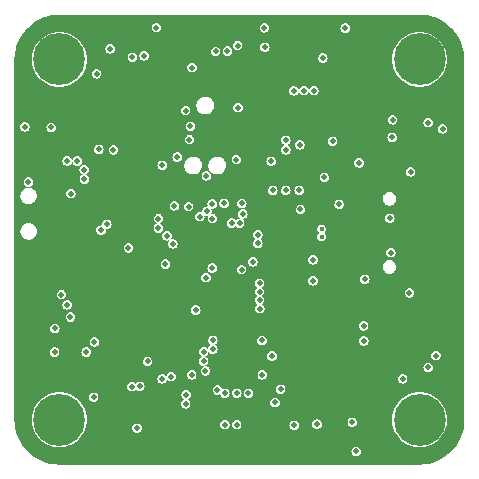
<source format=gbr>
%TF.GenerationSoftware,KiCad,Pcbnew,(6.0.4)*%
%TF.CreationDate,2023-01-18T12:07:05-06:00*%
%TF.ProjectId,Flight_Controller,466c6967-6874-45f4-936f-6e74726f6c6c,rev?*%
%TF.SameCoordinates,Original*%
%TF.FileFunction,Copper,L4,Inr*%
%TF.FilePolarity,Positive*%
%FSLAX46Y46*%
G04 Gerber Fmt 4.6, Leading zero omitted, Abs format (unit mm)*
G04 Created by KiCad (PCBNEW (6.0.4)) date 2023-01-18 12:07:05*
%MOMM*%
%LPD*%
G01*
G04 APERTURE LIST*
%TA.AperFunction,ComponentPad*%
%ADD10C,0.700000*%
%TD*%
%TA.AperFunction,ComponentPad*%
%ADD11C,4.400000*%
%TD*%
%TA.AperFunction,ViaPad*%
%ADD12C,0.508000*%
%TD*%
%TA.AperFunction,ViaPad*%
%ADD13C,0.400000*%
%TD*%
G04 APERTURE END LIST*
D10*
%TO.N,N/C*%
%TO.C,H3*%
X122510000Y-94110000D03*
D11*
X122510000Y-92460000D03*
D10*
X123676726Y-91293274D03*
X121343274Y-93626726D03*
X123676726Y-93626726D03*
X124160000Y-92460000D03*
X121343274Y-91293274D03*
X122510000Y-90810000D03*
X120860000Y-92460000D03*
%TD*%
%TO.N,N/C*%
%TO.C,H4*%
X121343274Y-63126726D03*
X123676726Y-60793274D03*
X121343274Y-60793274D03*
X122510000Y-60310000D03*
X122510000Y-63610000D03*
D11*
X122510000Y-61960000D03*
D10*
X124160000Y-61960000D03*
X120860000Y-61960000D03*
X123676726Y-63126726D03*
%TD*%
%TO.N,N/C*%
%TO.C,H1*%
X154176732Y-60793272D03*
X151843280Y-60793272D03*
X151843280Y-63126724D03*
X153010006Y-63609998D03*
X154660006Y-61959998D03*
X154176732Y-63126724D03*
D11*
X153010006Y-61959998D03*
D10*
X151360006Y-61959998D03*
X153010006Y-60309998D03*
%TD*%
%TO.N,N/C*%
%TO.C,H2*%
X154176726Y-93626726D03*
X153010000Y-90810000D03*
X154176726Y-91293274D03*
X154660000Y-92460000D03*
X151843274Y-91293274D03*
X153010000Y-94110000D03*
X151360000Y-92460000D03*
D11*
X153010000Y-92460000D03*
D10*
X151843274Y-93626726D03*
%TD*%
D12*
%TO.N,+3V3*%
X137940000Y-79750000D03*
X135450000Y-79620000D03*
%TO.N,GND*%
X140530000Y-66110000D03*
X140520000Y-67410000D03*
X140520000Y-66730000D03*
%TO.N,+5V*%
X147890000Y-70720000D03*
%TO.N,GND*%
X128300000Y-79690000D03*
X148850000Y-64750000D03*
X129750000Y-67980000D03*
X131600000Y-67975000D03*
X129600000Y-73625000D03*
X137300000Y-86100000D03*
X123300000Y-80775000D03*
X153750000Y-66330000D03*
X145690000Y-62840000D03*
X151360000Y-80260000D03*
X130120000Y-84900000D03*
X125970000Y-67290000D03*
X123690000Y-81890000D03*
X142925000Y-75475000D03*
X124275000Y-73525000D03*
X123380000Y-69250000D03*
X144520000Y-85070000D03*
X128440000Y-64850000D03*
X127980000Y-89280000D03*
X133550000Y-69860000D03*
X134940000Y-81320000D03*
X127150000Y-71300000D03*
X151930000Y-95610000D03*
X146250000Y-88120000D03*
X129240000Y-85770000D03*
X146330000Y-92640000D03*
X139530000Y-92880000D03*
X145874994Y-76049988D03*
X128340000Y-59280000D03*
X147000000Y-78375000D03*
X142170000Y-59270000D03*
X144540000Y-88070000D03*
X123930000Y-88850000D03*
X144840000Y-62850000D03*
X138710000Y-78100000D03*
X134400000Y-76020000D03*
X122120000Y-85720000D03*
X150910000Y-69590000D03*
X126860000Y-67290000D03*
X137570000Y-59270000D03*
X140225000Y-84525000D03*
X139530000Y-87980000D03*
X151390000Y-73350000D03*
X150070000Y-63280000D03*
X135530000Y-92880000D03*
X135800000Y-80500000D03*
X151610000Y-70260000D03*
X146200000Y-85080000D03*
X119940000Y-77750000D03*
X143980000Y-78040000D03*
X154390000Y-86040000D03*
X132030000Y-70910000D03*
X146920000Y-61200000D03*
X147690000Y-80570000D03*
X154120000Y-68400000D03*
X148270000Y-67360000D03*
X145850000Y-77350010D03*
X151590000Y-89960000D03*
X130950000Y-85750000D03*
X148860000Y-61860000D03*
X129730000Y-92820000D03*
X138530000Y-92880000D03*
X127140000Y-72150000D03*
X141010000Y-61340000D03*
X148860000Y-61120000D03*
X127820000Y-67290000D03*
%TO.N,+3V3*%
X142820000Y-73030000D03*
X141690000Y-68790000D03*
X142925000Y-74650000D03*
X148380000Y-80570000D03*
X119900000Y-72330000D03*
X133610000Y-67600000D03*
X140580000Y-73040000D03*
X141250000Y-89880000D03*
X132120000Y-77570000D03*
X139880000Y-59270000D03*
X143990000Y-78920000D03*
X141690000Y-69600000D03*
X143990000Y-80700000D03*
X140450000Y-70580000D03*
X146710000Y-59300000D03*
X151580000Y-88990000D03*
X137500000Y-70430000D03*
X139675000Y-85750000D03*
X141690000Y-73030000D03*
X131220000Y-70900000D03*
%TO.N,+5V*%
X134930000Y-80420000D03*
X122120000Y-86730000D03*
X121830000Y-67710000D03*
X125490000Y-85870000D03*
X154400000Y-87030000D03*
X153740000Y-67310000D03*
X125670000Y-63170000D03*
X144950000Y-71940000D03*
X146200000Y-74220000D03*
X129090000Y-93180000D03*
X122130000Y-84730000D03*
X147320000Y-92670000D03*
X133210000Y-91110000D03*
X130730000Y-59260000D03*
%TO.N,+BATT*%
X142380000Y-64610000D03*
X143220000Y-64600000D03*
X144060000Y-64590000D03*
%TO.N,Net-(C24-Pad1)*%
X150730000Y-67070000D03*
X145650000Y-68870000D03*
%TO.N,Net-(C25-Pad1)*%
X127100000Y-69610000D03*
%TO.N,+9V*%
X123180000Y-70550000D03*
X126810000Y-61060000D03*
X124630000Y-72100000D03*
X140770000Y-91000000D03*
X124030000Y-70560000D03*
X147644500Y-95150000D03*
X124610000Y-71290000D03*
%TO.N,NRST*%
X128370000Y-77910000D03*
X133530000Y-68740000D03*
%TO.N,ESC_TEL_RX*%
X135750000Y-61280000D03*
X123170000Y-82730000D03*
%TO.N,ADC_Current*%
X136750000Y-61250000D03*
X130900000Y-76240000D03*
%TO.N,RADIO_RX*%
X129330000Y-89630000D03*
%TO.N,RADIO_TX*%
X128640000Y-89656000D03*
%TO.N,Net-(P1-PadA5)*%
X150490000Y-75390000D03*
X152250000Y-71480000D03*
%TO.N,Net-(P1-PadB5)*%
X152160000Y-81710000D03*
X150580000Y-78316979D03*
%TO.N,VIDEO_IN*%
X124780000Y-86730000D03*
%TO.N,V_SENSE1*%
X125850000Y-69569500D03*
X132260000Y-74350000D03*
%TO.N,V_SENSE2*%
X150690000Y-68550000D03*
%TO.N,BOOT0*%
X133460000Y-74410000D03*
X123480000Y-73310000D03*
%TO.N,GPS_TX*%
X128700000Y-61760000D03*
X139310000Y-77530000D03*
%TO.N,GYRO_CS*%
X136460000Y-74140000D03*
%TO.N,GYRO_SCK*%
X137960000Y-74150000D03*
%TO.N,GYRO_MOSI*%
X137112500Y-75810000D03*
%TO.N,GYRO_MISO*%
X137780000Y-75830000D03*
%TO.N,GYRO_INT1*%
X138890000Y-79090000D03*
X130910000Y-75430000D03*
%TO.N,OSD_CS*%
X139480000Y-83050000D03*
X134076044Y-83173956D03*
%TO.N,OSD_MOSI*%
X139470000Y-80910000D03*
X133720000Y-88650000D03*
%TO.N,OSD_CLK*%
X139470000Y-82310000D03*
X131220000Y-89000000D03*
%TO.N,OSD_MISO*%
X139470000Y-81610000D03*
X131980000Y-88810000D03*
%TO.N,Flash_CS*%
X139700000Y-88650000D03*
X134880000Y-88330000D03*
%TO.N,Flash_MISO*%
X134740000Y-86690000D03*
X140520000Y-87060000D03*
%TO.N,Flash_MOSI*%
X135516000Y-86484948D03*
X148280000Y-84520000D03*
%TO.N,Flash_CLK*%
X134730000Y-87490000D03*
X148300000Y-85790000D03*
%TO.N,ADC_BATT*%
X131630000Y-76880000D03*
X144830000Y-61840000D03*
D13*
%TO.N,/Connectors/D-*%
X144730000Y-76952500D03*
D12*
%TO.N,LED_STRIP*%
X119600000Y-67660000D03*
X153740000Y-88030000D03*
X123450000Y-83760000D03*
X129980000Y-87520000D03*
X154960000Y-67830000D03*
%TO.N,DJI_TX*%
X142390000Y-92930000D03*
X137530000Y-92880000D03*
%TO.N,DJI_RX*%
X136530000Y-92870000D03*
%TO.N,DJI_SBUS*%
X135900000Y-89940000D03*
%TO.N,GPS_RX*%
X129700000Y-61650000D03*
X139310000Y-76780000D03*
%TO.N,GPS_I2C_SDA*%
X139910000Y-60920000D03*
X132500000Y-70220000D03*
%TO.N,GPS_I2C_SCL*%
X137610000Y-60780000D03*
X133210000Y-66280000D03*
D13*
%TO.N,/Connectors/D+*%
X144730000Y-76317500D03*
D12*
%TO.N,VIDEO_OUT*%
X122690000Y-81870000D03*
X144330000Y-92830000D03*
%TO.N,Motor 1*%
X138040000Y-75030000D03*
X142880000Y-69180000D03*
%TO.N,Motor 2*%
X135480000Y-75430000D03*
X137640000Y-66040000D03*
%TO.N,Motor 3*%
X135460000Y-74190000D03*
%TO.N,Motor 4*%
X134960000Y-71810000D03*
%TO.N,Motor 5*%
X133751044Y-62651044D03*
X135020000Y-74800000D03*
%TO.N,GPIO_3*%
X137540000Y-90210000D03*
X126530000Y-75910000D03*
%TO.N,GPIO_4*%
X126044000Y-76410000D03*
X138530000Y-90210000D03*
%TO.N,GPIO_1*%
X133250000Y-90330000D03*
X131500000Y-79280000D03*
%TO.N,GPIO_2*%
X136530000Y-90210000D03*
X135516000Y-85740000D03*
%TO.N,Net-(R27-Pad1)*%
X125420000Y-90550000D03*
X134400000Y-75260000D03*
%TD*%
%TA.AperFunction,Conductor*%
%TO.N,GND*%
G36*
X152991324Y-58161444D02*
G01*
X153009641Y-58165656D01*
X153013715Y-58164734D01*
X153013718Y-58164734D01*
X153023483Y-58162524D01*
X153033491Y-58161654D01*
X153380596Y-58178707D01*
X153384220Y-58179064D01*
X153672116Y-58221768D01*
X153749442Y-58233238D01*
X153753009Y-58233948D01*
X154111177Y-58323664D01*
X154114647Y-58324717D01*
X154282702Y-58384848D01*
X154462290Y-58449106D01*
X154465653Y-58450499D01*
X154799422Y-58608360D01*
X154802633Y-58610076D01*
X155119329Y-58799896D01*
X155122356Y-58801919D01*
X155418911Y-59021860D01*
X155421726Y-59024170D01*
X155432202Y-59033665D01*
X155692959Y-59270000D01*
X155695302Y-59272124D01*
X155697871Y-59274693D01*
X155720808Y-59300000D01*
X155945830Y-59548274D01*
X155948140Y-59551089D01*
X156168081Y-59847644D01*
X156170104Y-59850671D01*
X156359924Y-60167367D01*
X156361640Y-60170578D01*
X156519501Y-60504347D01*
X156520894Y-60507710D01*
X156641041Y-60843495D01*
X156645281Y-60855346D01*
X156646336Y-60858823D01*
X156712203Y-61121780D01*
X156736052Y-61216989D01*
X156736762Y-61220560D01*
X156790936Y-61585780D01*
X156791293Y-61589403D01*
X156808326Y-61936099D01*
X156807427Y-61946234D01*
X156804344Y-61959641D01*
X156805266Y-61963716D01*
X156805266Y-61963717D01*
X156808585Y-61978383D01*
X156809500Y-61986571D01*
X156809500Y-92433010D01*
X156808556Y-92441324D01*
X156804344Y-92459641D01*
X156805266Y-92463715D01*
X156805266Y-92463718D01*
X156807476Y-92473483D01*
X156808346Y-92483491D01*
X156791293Y-92830596D01*
X156790936Y-92834220D01*
X156750186Y-93108938D01*
X156740074Y-93177115D01*
X156736762Y-93199440D01*
X156736052Y-93203009D01*
X156659107Y-93510195D01*
X156646338Y-93561170D01*
X156645283Y-93564647D01*
X156622880Y-93627259D01*
X156520894Y-93912290D01*
X156519501Y-93915653D01*
X156361640Y-94249422D01*
X156359924Y-94252633D01*
X156170104Y-94569329D01*
X156168081Y-94572356D01*
X155948140Y-94868911D01*
X155945830Y-94871726D01*
X155697876Y-95145302D01*
X155695307Y-95147871D01*
X155689775Y-95152885D01*
X155421726Y-95395830D01*
X155418911Y-95398140D01*
X155122356Y-95618081D01*
X155119329Y-95620104D01*
X154802633Y-95809924D01*
X154799422Y-95811640D01*
X154465653Y-95969501D01*
X154462290Y-95970894D01*
X154114647Y-96095283D01*
X154111177Y-96096336D01*
X153753011Y-96186052D01*
X153749442Y-96186762D01*
X153672116Y-96198232D01*
X153384220Y-96240936D01*
X153380597Y-96241293D01*
X153059046Y-96257091D01*
X153033901Y-96258326D01*
X153023766Y-96257427D01*
X153022551Y-96257148D01*
X153010359Y-96254344D01*
X153006284Y-96255266D01*
X153006283Y-96255266D01*
X152991617Y-96258585D01*
X152983429Y-96259500D01*
X122536990Y-96259500D01*
X122528676Y-96258556D01*
X122523766Y-96257427D01*
X122510359Y-96254344D01*
X122506285Y-96255266D01*
X122506282Y-96255266D01*
X122496517Y-96257476D01*
X122486509Y-96258346D01*
X122139404Y-96241293D01*
X122135780Y-96240936D01*
X121847884Y-96198232D01*
X121770558Y-96186762D01*
X121766989Y-96186052D01*
X121408823Y-96096336D01*
X121405353Y-96095283D01*
X121057710Y-95970894D01*
X121054347Y-95969501D01*
X120720578Y-95811640D01*
X120717367Y-95809924D01*
X120400671Y-95620104D01*
X120397644Y-95618081D01*
X120101089Y-95398140D01*
X120098274Y-95395830D01*
X119830225Y-95152885D01*
X119827042Y-95150000D01*
X147237995Y-95150000D01*
X147257891Y-95275617D01*
X147315631Y-95388938D01*
X147405562Y-95478869D01*
X147462222Y-95507739D01*
X147516280Y-95535283D01*
X147516282Y-95535284D01*
X147518883Y-95536609D01*
X147644500Y-95556505D01*
X147647385Y-95556048D01*
X147767232Y-95537066D01*
X147770117Y-95536609D01*
X147772718Y-95535284D01*
X147772720Y-95535283D01*
X147826777Y-95507739D01*
X147883438Y-95478869D01*
X147973369Y-95388938D01*
X148031109Y-95275617D01*
X148051005Y-95150000D01*
X148031109Y-95024383D01*
X147973369Y-94911062D01*
X147883438Y-94821131D01*
X147787608Y-94772303D01*
X147772720Y-94764717D01*
X147772718Y-94764716D01*
X147770117Y-94763391D01*
X147644500Y-94743495D01*
X147518883Y-94763391D01*
X147516282Y-94764716D01*
X147516280Y-94764717D01*
X147501392Y-94772303D01*
X147405562Y-94821131D01*
X147315631Y-94911062D01*
X147257891Y-95024383D01*
X147237995Y-95150000D01*
X119827042Y-95150000D01*
X119824693Y-95147871D01*
X119822124Y-95145302D01*
X119574170Y-94871726D01*
X119571860Y-94868911D01*
X119351919Y-94572356D01*
X119349896Y-94569329D01*
X119160076Y-94252633D01*
X119158360Y-94249422D01*
X119000499Y-93915653D01*
X118999106Y-93912290D01*
X118897120Y-93627259D01*
X118874717Y-93564647D01*
X118873662Y-93561170D01*
X118860894Y-93510195D01*
X118783948Y-93203009D01*
X118783238Y-93199440D01*
X118779927Y-93177115D01*
X118769814Y-93108938D01*
X118729064Y-92834220D01*
X118728707Y-92830596D01*
X118711685Y-92484106D01*
X118712598Y-92473910D01*
X118715180Y-92462769D01*
X118715180Y-92462766D01*
X118715655Y-92460718D01*
X118715656Y-92460000D01*
X120177506Y-92460000D01*
X120197461Y-92764452D01*
X120197696Y-92765633D01*
X120197697Y-92765641D01*
X120219871Y-92877115D01*
X120256984Y-93063694D01*
X120257377Y-93064851D01*
X120257377Y-93064852D01*
X120258764Y-93068938D01*
X120355057Y-93352607D01*
X120355591Y-93353690D01*
X120355594Y-93353697D01*
X120457909Y-93561170D01*
X120490001Y-93626247D01*
X120659508Y-93879932D01*
X120860678Y-94109322D01*
X121090068Y-94310492D01*
X121343753Y-94479999D01*
X121344848Y-94480539D01*
X121616303Y-94614406D01*
X121616310Y-94614409D01*
X121617393Y-94614943D01*
X121906306Y-94713016D01*
X122017219Y-94735078D01*
X122204359Y-94772303D01*
X122204367Y-94772304D01*
X122205548Y-94772539D01*
X122510000Y-94792494D01*
X122814452Y-94772539D01*
X122815633Y-94772304D01*
X122815641Y-94772303D01*
X123002781Y-94735078D01*
X123113694Y-94713016D01*
X123402607Y-94614943D01*
X123403690Y-94614409D01*
X123403697Y-94614406D01*
X123675152Y-94480539D01*
X123676247Y-94479999D01*
X123929932Y-94310492D01*
X124159322Y-94109322D01*
X124360492Y-93879932D01*
X124529999Y-93626247D01*
X124562091Y-93561170D01*
X124664406Y-93353697D01*
X124664409Y-93353690D01*
X124664943Y-93352607D01*
X124723535Y-93180000D01*
X128683495Y-93180000D01*
X128703391Y-93305617D01*
X128704716Y-93308218D01*
X128704717Y-93308220D01*
X128718896Y-93336048D01*
X128761131Y-93418938D01*
X128851062Y-93508869D01*
X128907722Y-93537739D01*
X128961780Y-93565283D01*
X128961782Y-93565284D01*
X128964383Y-93566609D01*
X129090000Y-93586505D01*
X129092885Y-93586048D01*
X129212732Y-93567066D01*
X129215617Y-93566609D01*
X129218218Y-93565284D01*
X129218220Y-93565283D01*
X129272278Y-93537739D01*
X129328938Y-93508869D01*
X129418869Y-93418938D01*
X129461104Y-93336048D01*
X129475283Y-93308220D01*
X129475284Y-93308218D01*
X129476609Y-93305617D01*
X129496505Y-93180000D01*
X129476609Y-93054383D01*
X129418869Y-92941062D01*
X129347807Y-92870000D01*
X136123495Y-92870000D01*
X136143391Y-92995617D01*
X136144716Y-92998218D01*
X136144717Y-92998220D01*
X136172008Y-93051780D01*
X136201131Y-93108938D01*
X136291062Y-93198869D01*
X136325879Y-93216609D01*
X136401780Y-93255283D01*
X136401782Y-93255284D01*
X136404383Y-93256609D01*
X136530000Y-93276505D01*
X136532885Y-93276048D01*
X136652732Y-93257066D01*
X136655617Y-93256609D01*
X136658218Y-93255284D01*
X136658220Y-93255283D01*
X136734121Y-93216609D01*
X136768938Y-93198869D01*
X136858869Y-93108938D01*
X136887992Y-93051780D01*
X136915283Y-92998220D01*
X136915284Y-92998218D01*
X136916609Y-92995617D01*
X136934921Y-92880000D01*
X137123495Y-92880000D01*
X137143391Y-93005617D01*
X137201131Y-93118938D01*
X137291062Y-93208869D01*
X137337762Y-93232664D01*
X137401780Y-93265283D01*
X137401782Y-93265284D01*
X137404383Y-93266609D01*
X137530000Y-93286505D01*
X137532885Y-93286048D01*
X137652732Y-93267066D01*
X137655617Y-93266609D01*
X137658218Y-93265284D01*
X137658220Y-93265283D01*
X137722238Y-93232664D01*
X137768938Y-93208869D01*
X137858869Y-93118938D01*
X137916609Y-93005617D01*
X137928586Y-92930000D01*
X141983495Y-92930000D01*
X142003391Y-93055617D01*
X142061131Y-93168938D01*
X142151062Y-93258869D01*
X142184778Y-93276048D01*
X142261780Y-93315283D01*
X142261782Y-93315284D01*
X142264383Y-93316609D01*
X142390000Y-93336505D01*
X142392885Y-93336048D01*
X142512732Y-93317066D01*
X142515617Y-93316609D01*
X142518218Y-93315284D01*
X142518220Y-93315283D01*
X142595222Y-93276048D01*
X142628938Y-93258869D01*
X142718869Y-93168938D01*
X142776609Y-93055617D01*
X142796505Y-92930000D01*
X142780666Y-92830000D01*
X143923495Y-92830000D01*
X143943391Y-92955617D01*
X144001131Y-93068938D01*
X144091062Y-93158869D01*
X144126872Y-93177115D01*
X144201780Y-93215283D01*
X144201782Y-93215284D01*
X144204383Y-93216609D01*
X144330000Y-93236505D01*
X144332885Y-93236048D01*
X144452732Y-93217066D01*
X144455617Y-93216609D01*
X144458218Y-93215284D01*
X144458220Y-93215283D01*
X144533128Y-93177115D01*
X144568938Y-93158869D01*
X144658869Y-93068938D01*
X144716609Y-92955617D01*
X144736505Y-92830000D01*
X144716609Y-92704383D01*
X144699090Y-92670000D01*
X146913495Y-92670000D01*
X146933391Y-92795617D01*
X146934716Y-92798218D01*
X146934717Y-92798220D01*
X146939327Y-92807268D01*
X146991131Y-92908938D01*
X147081062Y-92998869D01*
X147137722Y-93027739D01*
X147191780Y-93055283D01*
X147191782Y-93055284D01*
X147194383Y-93056609D01*
X147197268Y-93057066D01*
X147239115Y-93063694D01*
X147320000Y-93076505D01*
X147322885Y-93076048D01*
X147442732Y-93057066D01*
X147445617Y-93056609D01*
X147448218Y-93055284D01*
X147448220Y-93055283D01*
X147502277Y-93027739D01*
X147558938Y-92998869D01*
X147648869Y-92908938D01*
X147700673Y-92807268D01*
X147705283Y-92798220D01*
X147705284Y-92798218D01*
X147706609Y-92795617D01*
X147726505Y-92670000D01*
X147706609Y-92544383D01*
X147704277Y-92539805D01*
X147673002Y-92478426D01*
X147663614Y-92460000D01*
X150677506Y-92460000D01*
X150697461Y-92764452D01*
X150697696Y-92765633D01*
X150697697Y-92765641D01*
X150719871Y-92877115D01*
X150756984Y-93063694D01*
X150757377Y-93064851D01*
X150757377Y-93064852D01*
X150758764Y-93068938D01*
X150855057Y-93352607D01*
X150855591Y-93353690D01*
X150855594Y-93353697D01*
X150957909Y-93561170D01*
X150990001Y-93626247D01*
X151159508Y-93879932D01*
X151360678Y-94109322D01*
X151590068Y-94310492D01*
X151843753Y-94479999D01*
X151844848Y-94480539D01*
X152116303Y-94614406D01*
X152116310Y-94614409D01*
X152117393Y-94614943D01*
X152406306Y-94713016D01*
X152517219Y-94735078D01*
X152704359Y-94772303D01*
X152704367Y-94772304D01*
X152705548Y-94772539D01*
X153010000Y-94792494D01*
X153314452Y-94772539D01*
X153315633Y-94772304D01*
X153315641Y-94772303D01*
X153502781Y-94735078D01*
X153613694Y-94713016D01*
X153902607Y-94614943D01*
X153903690Y-94614409D01*
X153903697Y-94614406D01*
X154175152Y-94480539D01*
X154176247Y-94479999D01*
X154429932Y-94310492D01*
X154659322Y-94109322D01*
X154860492Y-93879932D01*
X155029999Y-93626247D01*
X155062091Y-93561170D01*
X155164406Y-93353697D01*
X155164409Y-93353690D01*
X155164943Y-93352607D01*
X155261236Y-93068938D01*
X155262623Y-93064852D01*
X155262623Y-93064851D01*
X155263016Y-93063694D01*
X155300129Y-92877115D01*
X155322303Y-92765641D01*
X155322304Y-92765633D01*
X155322539Y-92764452D01*
X155342494Y-92460000D01*
X155322539Y-92155548D01*
X155322304Y-92154367D01*
X155322303Y-92154359D01*
X155263254Y-91857504D01*
X155263016Y-91856306D01*
X155164943Y-91567393D01*
X155164409Y-91566310D01*
X155164406Y-91566303D01*
X155030539Y-91294848D01*
X155029999Y-91293753D01*
X154991634Y-91236335D01*
X154861161Y-91041069D01*
X154861160Y-91041067D01*
X154860492Y-91040068D01*
X154659322Y-90810678D01*
X154429932Y-90609508D01*
X154411311Y-90597066D01*
X154177259Y-90440677D01*
X154177257Y-90440676D01*
X154176247Y-90440001D01*
X154144577Y-90424383D01*
X153903697Y-90305594D01*
X153903690Y-90305591D01*
X153902607Y-90305057D01*
X153613694Y-90206984D01*
X153483074Y-90181002D01*
X153315641Y-90147697D01*
X153315633Y-90147696D01*
X153314452Y-90147461D01*
X153010000Y-90127506D01*
X152705548Y-90147461D01*
X152704367Y-90147696D01*
X152704359Y-90147697D01*
X152536926Y-90181002D01*
X152406306Y-90206984D01*
X152117393Y-90305057D01*
X152116310Y-90305591D01*
X152116303Y-90305594D01*
X151875423Y-90424383D01*
X151843753Y-90440001D01*
X151842743Y-90440676D01*
X151842741Y-90440677D01*
X151608689Y-90597066D01*
X151590068Y-90609508D01*
X151360678Y-90810678D01*
X151159508Y-91040068D01*
X151158840Y-91041067D01*
X151158839Y-91041069D01*
X151028367Y-91236335D01*
X150990001Y-91293753D01*
X150989461Y-91294848D01*
X150855594Y-91566303D01*
X150855591Y-91566310D01*
X150855057Y-91567393D01*
X150756984Y-91856306D01*
X150756746Y-91857504D01*
X150697697Y-92154359D01*
X150697696Y-92154367D01*
X150697461Y-92155548D01*
X150677506Y-92460000D01*
X147663614Y-92460000D01*
X147648869Y-92431062D01*
X147558938Y-92341131D01*
X147502277Y-92312261D01*
X147448220Y-92284717D01*
X147448218Y-92284716D01*
X147445617Y-92283391D01*
X147320000Y-92263495D01*
X147194383Y-92283391D01*
X147191782Y-92284716D01*
X147191780Y-92284717D01*
X147137722Y-92312261D01*
X147081062Y-92341131D01*
X146991131Y-92431062D01*
X146966998Y-92478426D01*
X146935724Y-92539805D01*
X146933391Y-92544383D01*
X146913495Y-92670000D01*
X144699090Y-92670000D01*
X144658869Y-92591062D01*
X144568938Y-92501131D01*
X144494620Y-92463264D01*
X144458220Y-92444717D01*
X144458218Y-92444716D01*
X144455617Y-92443391D01*
X144443489Y-92441470D01*
X144332885Y-92423952D01*
X144330000Y-92423495D01*
X144327115Y-92423952D01*
X144216512Y-92441470D01*
X144204383Y-92443391D01*
X144201782Y-92444716D01*
X144201780Y-92444717D01*
X144165380Y-92463264D01*
X144091062Y-92501131D01*
X144001131Y-92591062D01*
X143943391Y-92704383D01*
X143923495Y-92830000D01*
X142780666Y-92830000D01*
X142776609Y-92804383D01*
X142772143Y-92795617D01*
X142720195Y-92693665D01*
X142718869Y-92691062D01*
X142628938Y-92601131D01*
X142572278Y-92572261D01*
X142518220Y-92544717D01*
X142518218Y-92544716D01*
X142515617Y-92543391D01*
X142390000Y-92523495D01*
X142264383Y-92543391D01*
X142261782Y-92544716D01*
X142261780Y-92544717D01*
X142207723Y-92572261D01*
X142151062Y-92601131D01*
X142061131Y-92691062D01*
X142059805Y-92693665D01*
X142007858Y-92795617D01*
X142003391Y-92804383D01*
X141983495Y-92930000D01*
X137928586Y-92930000D01*
X137936505Y-92880000D01*
X137916609Y-92754383D01*
X137910188Y-92741780D01*
X137860195Y-92643665D01*
X137858869Y-92641062D01*
X137768938Y-92551131D01*
X137712277Y-92522261D01*
X137658220Y-92494717D01*
X137658218Y-92494716D01*
X137655617Y-92493391D01*
X137530000Y-92473495D01*
X137404383Y-92493391D01*
X137401782Y-92494716D01*
X137401780Y-92494717D01*
X137347723Y-92522261D01*
X137291062Y-92551131D01*
X137201131Y-92641062D01*
X137199805Y-92643665D01*
X137149813Y-92741780D01*
X137143391Y-92754383D01*
X137123495Y-92880000D01*
X136934921Y-92880000D01*
X136936505Y-92870000D01*
X136916609Y-92744383D01*
X136858869Y-92631062D01*
X136768938Y-92541131D01*
X136712278Y-92512261D01*
X136658220Y-92484717D01*
X136658218Y-92484716D01*
X136655617Y-92483391D01*
X136530000Y-92463495D01*
X136404383Y-92483391D01*
X136401782Y-92484716D01*
X136401780Y-92484717D01*
X136347723Y-92512261D01*
X136291062Y-92541131D01*
X136201131Y-92631062D01*
X136143391Y-92744383D01*
X136123495Y-92870000D01*
X129347807Y-92870000D01*
X129328938Y-92851131D01*
X129237190Y-92804383D01*
X129218220Y-92794717D01*
X129218218Y-92794716D01*
X129215617Y-92793391D01*
X129211457Y-92792732D01*
X129092885Y-92773952D01*
X129090000Y-92773495D01*
X129087115Y-92773952D01*
X128968544Y-92792732D01*
X128964383Y-92793391D01*
X128961782Y-92794716D01*
X128961780Y-92794717D01*
X128942810Y-92804383D01*
X128851062Y-92851131D01*
X128761131Y-92941062D01*
X128703391Y-93054383D01*
X128683495Y-93180000D01*
X124723535Y-93180000D01*
X124761236Y-93068938D01*
X124762623Y-93064852D01*
X124762623Y-93064851D01*
X124763016Y-93063694D01*
X124800129Y-92877115D01*
X124822303Y-92765641D01*
X124822304Y-92765633D01*
X124822539Y-92764452D01*
X124842494Y-92460000D01*
X124822539Y-92155548D01*
X124822304Y-92154367D01*
X124822303Y-92154359D01*
X124763254Y-91857504D01*
X124763016Y-91856306D01*
X124664943Y-91567393D01*
X124664409Y-91566310D01*
X124664406Y-91566303D01*
X124530539Y-91294848D01*
X124529999Y-91293753D01*
X124491634Y-91236335D01*
X124407219Y-91110000D01*
X132803495Y-91110000D01*
X132823391Y-91235617D01*
X132881131Y-91348938D01*
X132971062Y-91438869D01*
X133027723Y-91467739D01*
X133081780Y-91495283D01*
X133081782Y-91495284D01*
X133084383Y-91496609D01*
X133210000Y-91516505D01*
X133212885Y-91516048D01*
X133332732Y-91497066D01*
X133335617Y-91496609D01*
X133338218Y-91495284D01*
X133338220Y-91495283D01*
X133392277Y-91467739D01*
X133448938Y-91438869D01*
X133538869Y-91348938D01*
X133596609Y-91235617D01*
X133616505Y-91110000D01*
X133605285Y-91039160D01*
X133599083Y-91000000D01*
X140363495Y-91000000D01*
X140363952Y-91002885D01*
X140380461Y-91107115D01*
X140383391Y-91125617D01*
X140441131Y-91238938D01*
X140531062Y-91328869D01*
X140587722Y-91357739D01*
X140641780Y-91385283D01*
X140641782Y-91385284D01*
X140644383Y-91386609D01*
X140770000Y-91406505D01*
X140772885Y-91406048D01*
X140892732Y-91387066D01*
X140895617Y-91386609D01*
X140898218Y-91385284D01*
X140898220Y-91385283D01*
X140952278Y-91357739D01*
X141008938Y-91328869D01*
X141098869Y-91238938D01*
X141156609Y-91125617D01*
X141159540Y-91107115D01*
X141176048Y-91002885D01*
X141176505Y-91000000D01*
X141156609Y-90874383D01*
X141098869Y-90761062D01*
X141008938Y-90671131D01*
X140900832Y-90616048D01*
X140898220Y-90614717D01*
X140898218Y-90614716D01*
X140895617Y-90613391D01*
X140770000Y-90593495D01*
X140644383Y-90613391D01*
X140641782Y-90614716D01*
X140641780Y-90614717D01*
X140639168Y-90616048D01*
X140531062Y-90671131D01*
X140441131Y-90761062D01*
X140383391Y-90874383D01*
X140363495Y-91000000D01*
X133599083Y-91000000D01*
X133597066Y-90987268D01*
X133596609Y-90984383D01*
X133582405Y-90956505D01*
X133567739Y-90927723D01*
X133538869Y-90871062D01*
X133448938Y-90781131D01*
X133413837Y-90763246D01*
X133395397Y-90741656D01*
X133397625Y-90713348D01*
X133413838Y-90697135D01*
X133467475Y-90669805D01*
X133488938Y-90658869D01*
X133578869Y-90568938D01*
X133636609Y-90455617D01*
X133656505Y-90330000D01*
X133636609Y-90204383D01*
X133578869Y-90091062D01*
X133488938Y-90001131D01*
X133408597Y-89960195D01*
X133378220Y-89944717D01*
X133378218Y-89944716D01*
X133375617Y-89943391D01*
X133372423Y-89942885D01*
X133354208Y-89940000D01*
X135493495Y-89940000D01*
X135513391Y-90065617D01*
X135571131Y-90178938D01*
X135661062Y-90268869D01*
X135694778Y-90286048D01*
X135771780Y-90325283D01*
X135771782Y-90325284D01*
X135774383Y-90326609D01*
X135777268Y-90327066D01*
X135813042Y-90332732D01*
X135900000Y-90346505D01*
X135902885Y-90346048D01*
X136022732Y-90327066D01*
X136025617Y-90326609D01*
X136028218Y-90325284D01*
X136028220Y-90325283D01*
X136056130Y-90311062D01*
X136087779Y-90294936D01*
X136116085Y-90292708D01*
X136137677Y-90311149D01*
X136141264Y-90322188D01*
X136143391Y-90335617D01*
X136144716Y-90338218D01*
X136144717Y-90338220D01*
X136172261Y-90392278D01*
X136201131Y-90448938D01*
X136291062Y-90538869D01*
X136307246Y-90547115D01*
X136401780Y-90595283D01*
X136401782Y-90595284D01*
X136404383Y-90596609D01*
X136530000Y-90616505D01*
X136532885Y-90616048D01*
X136652732Y-90597066D01*
X136655617Y-90596609D01*
X136658218Y-90595284D01*
X136658220Y-90595283D01*
X136752754Y-90547115D01*
X136768938Y-90538869D01*
X136858869Y-90448938D01*
X136887739Y-90392278D01*
X136915283Y-90338220D01*
X136915284Y-90338218D01*
X136916609Y-90335617D01*
X136936505Y-90210000D01*
X137133495Y-90210000D01*
X137153391Y-90335617D01*
X137154716Y-90338218D01*
X137154717Y-90338220D01*
X137182261Y-90392278D01*
X137211131Y-90448938D01*
X137301062Y-90538869D01*
X137317246Y-90547115D01*
X137411780Y-90595283D01*
X137411782Y-90595284D01*
X137414383Y-90596609D01*
X137540000Y-90616505D01*
X137542885Y-90616048D01*
X137662732Y-90597066D01*
X137665617Y-90596609D01*
X137668218Y-90595284D01*
X137668220Y-90595283D01*
X137762754Y-90547115D01*
X137778938Y-90538869D01*
X137868869Y-90448938D01*
X137897739Y-90392278D01*
X137925283Y-90338220D01*
X137925284Y-90338218D01*
X137926609Y-90335617D01*
X137946505Y-90210000D01*
X138123495Y-90210000D01*
X138143391Y-90335617D01*
X138144716Y-90338218D01*
X138144717Y-90338220D01*
X138172261Y-90392278D01*
X138201131Y-90448938D01*
X138291062Y-90538869D01*
X138307246Y-90547115D01*
X138401780Y-90595283D01*
X138401782Y-90595284D01*
X138404383Y-90596609D01*
X138530000Y-90616505D01*
X138532885Y-90616048D01*
X138652732Y-90597066D01*
X138655617Y-90596609D01*
X138658218Y-90595284D01*
X138658220Y-90595283D01*
X138752754Y-90547115D01*
X138768938Y-90538869D01*
X138858869Y-90448938D01*
X138887739Y-90392278D01*
X138915283Y-90338220D01*
X138915284Y-90338218D01*
X138916609Y-90335617D01*
X138936505Y-90210000D01*
X138916609Y-90084383D01*
X138894649Y-90041283D01*
X138876476Y-90005617D01*
X138858869Y-89971062D01*
X138768938Y-89881131D01*
X138766718Y-89880000D01*
X140843495Y-89880000D01*
X140863391Y-90005617D01*
X140864716Y-90008218D01*
X140864717Y-90008220D01*
X140878896Y-90036048D01*
X140921131Y-90118938D01*
X141011062Y-90208869D01*
X141067723Y-90237739D01*
X141121780Y-90265283D01*
X141121782Y-90265284D01*
X141124383Y-90266609D01*
X141250000Y-90286505D01*
X141252885Y-90286048D01*
X141372732Y-90267066D01*
X141375617Y-90266609D01*
X141378218Y-90265284D01*
X141378220Y-90265283D01*
X141432277Y-90237739D01*
X141488938Y-90208869D01*
X141578869Y-90118938D01*
X141621104Y-90036048D01*
X141635283Y-90008220D01*
X141635284Y-90008218D01*
X141636609Y-90005617D01*
X141656505Y-89880000D01*
X141641335Y-89784220D01*
X141637066Y-89757268D01*
X141636609Y-89754383D01*
X141578869Y-89641062D01*
X141488938Y-89551131D01*
X141397190Y-89504383D01*
X141378220Y-89494717D01*
X141378218Y-89494716D01*
X141375617Y-89493391D01*
X141250000Y-89473495D01*
X141124383Y-89493391D01*
X141121782Y-89494716D01*
X141121780Y-89494717D01*
X141102810Y-89504383D01*
X141011062Y-89551131D01*
X140921131Y-89641062D01*
X140863391Y-89754383D01*
X140862934Y-89757268D01*
X140858665Y-89784220D01*
X140843495Y-89880000D01*
X138766718Y-89880000D01*
X138664294Y-89827812D01*
X138658220Y-89824717D01*
X138658218Y-89824716D01*
X138655617Y-89823391D01*
X138530000Y-89803495D01*
X138404383Y-89823391D01*
X138401782Y-89824716D01*
X138401780Y-89824717D01*
X138395706Y-89827812D01*
X138291062Y-89881131D01*
X138201131Y-89971062D01*
X138183524Y-90005617D01*
X138165352Y-90041283D01*
X138143391Y-90084383D01*
X138123495Y-90210000D01*
X137946505Y-90210000D01*
X137926609Y-90084383D01*
X137904649Y-90041283D01*
X137886476Y-90005617D01*
X137868869Y-89971062D01*
X137778938Y-89881131D01*
X137674294Y-89827812D01*
X137668220Y-89824717D01*
X137668218Y-89824716D01*
X137665617Y-89823391D01*
X137540000Y-89803495D01*
X137414383Y-89823391D01*
X137411782Y-89824716D01*
X137411780Y-89824717D01*
X137405706Y-89827812D01*
X137301062Y-89881131D01*
X137211131Y-89971062D01*
X137193524Y-90005617D01*
X137175352Y-90041283D01*
X137153391Y-90084383D01*
X137133495Y-90210000D01*
X136936505Y-90210000D01*
X136916609Y-90084383D01*
X136894649Y-90041283D01*
X136876476Y-90005617D01*
X136858869Y-89971062D01*
X136768938Y-89881131D01*
X136664294Y-89827812D01*
X136658220Y-89824717D01*
X136658218Y-89824716D01*
X136655617Y-89823391D01*
X136530000Y-89803495D01*
X136404383Y-89823391D01*
X136401782Y-89824716D01*
X136401780Y-89824717D01*
X136395706Y-89827812D01*
X136342221Y-89855064D01*
X136313915Y-89857292D01*
X136292323Y-89838851D01*
X136288736Y-89827812D01*
X136287066Y-89817268D01*
X136286609Y-89814383D01*
X136281062Y-89803495D01*
X136230195Y-89703665D01*
X136228869Y-89701062D01*
X136138938Y-89611131D01*
X136082277Y-89582261D01*
X136028220Y-89554717D01*
X136028218Y-89554716D01*
X136025617Y-89553391D01*
X135900000Y-89533495D01*
X135774383Y-89553391D01*
X135771782Y-89554716D01*
X135771780Y-89554717D01*
X135717723Y-89582261D01*
X135661062Y-89611131D01*
X135571131Y-89701062D01*
X135569805Y-89703665D01*
X135518939Y-89803495D01*
X135513391Y-89814383D01*
X135493495Y-89940000D01*
X133354208Y-89940000D01*
X133252885Y-89923952D01*
X133250000Y-89923495D01*
X133247115Y-89923952D01*
X133127578Y-89942885D01*
X133124383Y-89943391D01*
X133121782Y-89944716D01*
X133121780Y-89944717D01*
X133091403Y-89960195D01*
X133011062Y-90001131D01*
X132921131Y-90091062D01*
X132863391Y-90204383D01*
X132843495Y-90330000D01*
X132863391Y-90455617D01*
X132921131Y-90568938D01*
X133011062Y-90658869D01*
X133046163Y-90676754D01*
X133064603Y-90698344D01*
X133062375Y-90726652D01*
X133046162Y-90742865D01*
X133006161Y-90763247D01*
X132971062Y-90781131D01*
X132881131Y-90871062D01*
X132852261Y-90927723D01*
X132837596Y-90956505D01*
X132823391Y-90984383D01*
X132822934Y-90987268D01*
X132814715Y-91039160D01*
X132803495Y-91110000D01*
X124407219Y-91110000D01*
X124361161Y-91041069D01*
X124361160Y-91041067D01*
X124360492Y-91040068D01*
X124159322Y-90810678D01*
X123929932Y-90609508D01*
X123911311Y-90597066D01*
X123840872Y-90550000D01*
X125013495Y-90550000D01*
X125033391Y-90675617D01*
X125091131Y-90788938D01*
X125181062Y-90878869D01*
X125237722Y-90907739D01*
X125291780Y-90935283D01*
X125291782Y-90935284D01*
X125294383Y-90936609D01*
X125420000Y-90956505D01*
X125422885Y-90956048D01*
X125542732Y-90937066D01*
X125545617Y-90936609D01*
X125548218Y-90935284D01*
X125548220Y-90935283D01*
X125602277Y-90907739D01*
X125658938Y-90878869D01*
X125748869Y-90788938D01*
X125806609Y-90675617D01*
X125826505Y-90550000D01*
X125806609Y-90424383D01*
X125748869Y-90311062D01*
X125658938Y-90221131D01*
X125602277Y-90192261D01*
X125548220Y-90164717D01*
X125548218Y-90164716D01*
X125545617Y-90163391D01*
X125420000Y-90143495D01*
X125294383Y-90163391D01*
X125291782Y-90164716D01*
X125291780Y-90164717D01*
X125237723Y-90192261D01*
X125181062Y-90221131D01*
X125091131Y-90311062D01*
X125033391Y-90424383D01*
X125013495Y-90550000D01*
X123840872Y-90550000D01*
X123677259Y-90440677D01*
X123677257Y-90440676D01*
X123676247Y-90440001D01*
X123644577Y-90424383D01*
X123403697Y-90305594D01*
X123403690Y-90305591D01*
X123402607Y-90305057D01*
X123113694Y-90206984D01*
X122983074Y-90181002D01*
X122815641Y-90147697D01*
X122815633Y-90147696D01*
X122814452Y-90147461D01*
X122510000Y-90127506D01*
X122205548Y-90147461D01*
X122204367Y-90147696D01*
X122204359Y-90147697D01*
X122036926Y-90181002D01*
X121906306Y-90206984D01*
X121617393Y-90305057D01*
X121616310Y-90305591D01*
X121616303Y-90305594D01*
X121375423Y-90424383D01*
X121343753Y-90440001D01*
X121342743Y-90440676D01*
X121342741Y-90440677D01*
X121108689Y-90597066D01*
X121090068Y-90609508D01*
X120860678Y-90810678D01*
X120659508Y-91040068D01*
X120658840Y-91041067D01*
X120658839Y-91041069D01*
X120528367Y-91236335D01*
X120490001Y-91293753D01*
X120489461Y-91294848D01*
X120355594Y-91566303D01*
X120355591Y-91566310D01*
X120355057Y-91567393D01*
X120256984Y-91856306D01*
X120256746Y-91857504D01*
X120197697Y-92154359D01*
X120197696Y-92154367D01*
X120197461Y-92155548D01*
X120177506Y-92460000D01*
X118715656Y-92460000D01*
X118711429Y-92441469D01*
X118710500Y-92433219D01*
X118710500Y-89656000D01*
X128233495Y-89656000D01*
X128233952Y-89658885D01*
X128249078Y-89754383D01*
X128253391Y-89781617D01*
X128254716Y-89784218D01*
X128254717Y-89784220D01*
X128282261Y-89838277D01*
X128311131Y-89894938D01*
X128401062Y-89984869D01*
X128430376Y-89999805D01*
X128511780Y-90041283D01*
X128511782Y-90041284D01*
X128514383Y-90042609D01*
X128640000Y-90062505D01*
X128642885Y-90062048D01*
X128762732Y-90043066D01*
X128765617Y-90042609D01*
X128768218Y-90041284D01*
X128768220Y-90041283D01*
X128849624Y-89999805D01*
X128878938Y-89984869D01*
X128968869Y-89894938D01*
X128969024Y-89895093D01*
X128991735Y-89881173D01*
X129019346Y-89887800D01*
X129023775Y-89891582D01*
X129091062Y-89958869D01*
X129114992Y-89971062D01*
X129201780Y-90015283D01*
X129201782Y-90015284D01*
X129204383Y-90016609D01*
X129330000Y-90036505D01*
X129332885Y-90036048D01*
X129452732Y-90017066D01*
X129455617Y-90016609D01*
X129458218Y-90015284D01*
X129458220Y-90015283D01*
X129545008Y-89971062D01*
X129568938Y-89958869D01*
X129658869Y-89868938D01*
X129716609Y-89755617D01*
X129736505Y-89630000D01*
X129716609Y-89504383D01*
X129711009Y-89493391D01*
X129671065Y-89414998D01*
X129658869Y-89391062D01*
X129568938Y-89301131D01*
X129467597Y-89249495D01*
X129458220Y-89244717D01*
X129458218Y-89244716D01*
X129455617Y-89243391D01*
X129330000Y-89223495D01*
X129204383Y-89243391D01*
X129201782Y-89244716D01*
X129201780Y-89244717D01*
X129192403Y-89249495D01*
X129091062Y-89301131D01*
X129001131Y-89391062D01*
X129000976Y-89390907D01*
X128978265Y-89404827D01*
X128950654Y-89398200D01*
X128946225Y-89394418D01*
X128878938Y-89327131D01*
X128822278Y-89298261D01*
X128768220Y-89270717D01*
X128768218Y-89270716D01*
X128765617Y-89269391D01*
X128640000Y-89249495D01*
X128514383Y-89269391D01*
X128511782Y-89270716D01*
X128511780Y-89270717D01*
X128457723Y-89298261D01*
X128401062Y-89327131D01*
X128311131Y-89417062D01*
X128253391Y-89530383D01*
X128233495Y-89656000D01*
X118710500Y-89656000D01*
X118710500Y-89000000D01*
X130813495Y-89000000D01*
X130833391Y-89125617D01*
X130834716Y-89128218D01*
X130834717Y-89128220D01*
X130840143Y-89138869D01*
X130891131Y-89238938D01*
X130981062Y-89328869D01*
X131037722Y-89357739D01*
X131091780Y-89385283D01*
X131091782Y-89385284D01*
X131094383Y-89386609D01*
X131097268Y-89387066D01*
X131153978Y-89396048D01*
X131220000Y-89406505D01*
X131222885Y-89406048D01*
X131342732Y-89387066D01*
X131345617Y-89386609D01*
X131348218Y-89385284D01*
X131348220Y-89385283D01*
X131402278Y-89357739D01*
X131458938Y-89328869D01*
X131548869Y-89238938D01*
X131599857Y-89138869D01*
X131605283Y-89128220D01*
X131605284Y-89128218D01*
X131606609Y-89125617D01*
X131611790Y-89092905D01*
X131626626Y-89068694D01*
X131654236Y-89062065D01*
X131674667Y-89072474D01*
X131741062Y-89138869D01*
X131797722Y-89167739D01*
X131851780Y-89195283D01*
X131851782Y-89195284D01*
X131854383Y-89196609D01*
X131980000Y-89216505D01*
X131982885Y-89216048D01*
X132102732Y-89197066D01*
X132105617Y-89196609D01*
X132108218Y-89195284D01*
X132108220Y-89195283D01*
X132162278Y-89167739D01*
X132218938Y-89138869D01*
X132308869Y-89048938D01*
X132366609Y-88935617D01*
X132386505Y-88810000D01*
X132366609Y-88684383D01*
X132360909Y-88673195D01*
X132349090Y-88650000D01*
X133313495Y-88650000D01*
X133333391Y-88775617D01*
X133391131Y-88888938D01*
X133481062Y-88978869D01*
X133497246Y-88987115D01*
X133591780Y-89035283D01*
X133591782Y-89035284D01*
X133594383Y-89036609D01*
X133720000Y-89056505D01*
X133722885Y-89056048D01*
X133842732Y-89037066D01*
X133845617Y-89036609D01*
X133848218Y-89035284D01*
X133848220Y-89035283D01*
X133942754Y-88987115D01*
X133958938Y-88978869D01*
X134048869Y-88888938D01*
X134106609Y-88775617D01*
X134126505Y-88650000D01*
X134106609Y-88524383D01*
X134048869Y-88411062D01*
X133958938Y-88321131D01*
X133902278Y-88292261D01*
X133848220Y-88264717D01*
X133848218Y-88264716D01*
X133845617Y-88263391D01*
X133720000Y-88243495D01*
X133594383Y-88263391D01*
X133591782Y-88264716D01*
X133591780Y-88264717D01*
X133537722Y-88292261D01*
X133481062Y-88321131D01*
X133391131Y-88411062D01*
X133333391Y-88524383D01*
X133313495Y-88650000D01*
X132349090Y-88650000D01*
X132325341Y-88603391D01*
X132308869Y-88571062D01*
X132218938Y-88481131D01*
X132130458Y-88436048D01*
X132108220Y-88424717D01*
X132108218Y-88424716D01*
X132105617Y-88423391D01*
X131980000Y-88403495D01*
X131854383Y-88423391D01*
X131851782Y-88424716D01*
X131851780Y-88424717D01*
X131829542Y-88436048D01*
X131741062Y-88481131D01*
X131651131Y-88571062D01*
X131634659Y-88603391D01*
X131599092Y-88673195D01*
X131593391Y-88684383D01*
X131588215Y-88717066D01*
X131588210Y-88717095D01*
X131573374Y-88741306D01*
X131545764Y-88747935D01*
X131525333Y-88737526D01*
X131458938Y-88671131D01*
X131402277Y-88642261D01*
X131348220Y-88614717D01*
X131348218Y-88614716D01*
X131345617Y-88613391D01*
X131220000Y-88593495D01*
X131094383Y-88613391D01*
X131091782Y-88614716D01*
X131091780Y-88614717D01*
X131037723Y-88642261D01*
X130981062Y-88671131D01*
X130891131Y-88761062D01*
X130889805Y-88763665D01*
X130839813Y-88861780D01*
X130833391Y-88874383D01*
X130813495Y-89000000D01*
X118710500Y-89000000D01*
X118710500Y-87520000D01*
X129573495Y-87520000D01*
X129593391Y-87645617D01*
X129651131Y-87758938D01*
X129741062Y-87848869D01*
X129758184Y-87857593D01*
X129851780Y-87905283D01*
X129851782Y-87905284D01*
X129854383Y-87906609D01*
X129857268Y-87907066D01*
X129860286Y-87907544D01*
X129980000Y-87926505D01*
X129982885Y-87926048D01*
X130102732Y-87907066D01*
X130105617Y-87906609D01*
X130108218Y-87905284D01*
X130108220Y-87905283D01*
X130201816Y-87857593D01*
X130218938Y-87848869D01*
X130308869Y-87758938D01*
X130366609Y-87645617D01*
X130386505Y-87520000D01*
X130381753Y-87490000D01*
X134323495Y-87490000D01*
X134343391Y-87615617D01*
X134344716Y-87618218D01*
X134344717Y-87618220D01*
X134358218Y-87644717D01*
X134401131Y-87728938D01*
X134491062Y-87818869D01*
X134545889Y-87846805D01*
X134601780Y-87875283D01*
X134601782Y-87875284D01*
X134604383Y-87876609D01*
X134607268Y-87877066D01*
X134706024Y-87892708D01*
X134730235Y-87907544D01*
X134736863Y-87935155D01*
X134722027Y-87959366D01*
X134717068Y-87962404D01*
X134641062Y-88001131D01*
X134551131Y-88091062D01*
X134493391Y-88204383D01*
X134473495Y-88330000D01*
X134493391Y-88455617D01*
X134551131Y-88568938D01*
X134641062Y-88658869D01*
X134686027Y-88681780D01*
X134751780Y-88715283D01*
X134751782Y-88715284D01*
X134754383Y-88716609D01*
X134880000Y-88736505D01*
X134882885Y-88736048D01*
X135002732Y-88717066D01*
X135005617Y-88716609D01*
X135008218Y-88715284D01*
X135008220Y-88715283D01*
X135073973Y-88681780D01*
X135118938Y-88658869D01*
X135127807Y-88650000D01*
X139293495Y-88650000D01*
X139313391Y-88775617D01*
X139371131Y-88888938D01*
X139461062Y-88978869D01*
X139477246Y-88987115D01*
X139571780Y-89035283D01*
X139571782Y-89035284D01*
X139574383Y-89036609D01*
X139700000Y-89056505D01*
X139702885Y-89056048D01*
X139822732Y-89037066D01*
X139825617Y-89036609D01*
X139828218Y-89035284D01*
X139828220Y-89035283D01*
X139917092Y-88990000D01*
X151173495Y-88990000D01*
X151193391Y-89115617D01*
X151194716Y-89118218D01*
X151194717Y-89118220D01*
X151204187Y-89136805D01*
X151251131Y-89228938D01*
X151341062Y-89318869D01*
X151360688Y-89328869D01*
X151451780Y-89375283D01*
X151451782Y-89375284D01*
X151454383Y-89376609D01*
X151580000Y-89396505D01*
X151582885Y-89396048D01*
X151593177Y-89394418D01*
X151705617Y-89376609D01*
X151708218Y-89375284D01*
X151708220Y-89375283D01*
X151799312Y-89328869D01*
X151818938Y-89318869D01*
X151908869Y-89228938D01*
X151955813Y-89136805D01*
X151965283Y-89118220D01*
X151965284Y-89118218D01*
X151966609Y-89115617D01*
X151986505Y-88990000D01*
X151966609Y-88864383D01*
X151908869Y-88751062D01*
X151818938Y-88661131D01*
X151725243Y-88613391D01*
X151708220Y-88604717D01*
X151708218Y-88604716D01*
X151705617Y-88603391D01*
X151580000Y-88583495D01*
X151454383Y-88603391D01*
X151451782Y-88604716D01*
X151451780Y-88604717D01*
X151434757Y-88613391D01*
X151341062Y-88661131D01*
X151251131Y-88751062D01*
X151193391Y-88864383D01*
X151173495Y-88990000D01*
X139917092Y-88990000D01*
X139922754Y-88987115D01*
X139938938Y-88978869D01*
X140028869Y-88888938D01*
X140086609Y-88775617D01*
X140106505Y-88650000D01*
X140086609Y-88524383D01*
X140028869Y-88411062D01*
X139938938Y-88321131D01*
X139882278Y-88292261D01*
X139828220Y-88264717D01*
X139828218Y-88264716D01*
X139825617Y-88263391D01*
X139700000Y-88243495D01*
X139574383Y-88263391D01*
X139571782Y-88264716D01*
X139571780Y-88264717D01*
X139517722Y-88292261D01*
X139461062Y-88321131D01*
X139371131Y-88411062D01*
X139313391Y-88524383D01*
X139293495Y-88650000D01*
X135127807Y-88650000D01*
X135208869Y-88568938D01*
X135266609Y-88455617D01*
X135286505Y-88330000D01*
X135266609Y-88204383D01*
X135208869Y-88091062D01*
X135147807Y-88030000D01*
X153333495Y-88030000D01*
X153353391Y-88155617D01*
X153411131Y-88268938D01*
X153501062Y-88358869D01*
X153557722Y-88387739D01*
X153611780Y-88415283D01*
X153611782Y-88415284D01*
X153614383Y-88416609D01*
X153740000Y-88436505D01*
X153742885Y-88436048D01*
X153862732Y-88417066D01*
X153865617Y-88416609D01*
X153868218Y-88415284D01*
X153868220Y-88415283D01*
X153922277Y-88387739D01*
X153978938Y-88358869D01*
X154068869Y-88268938D01*
X154126609Y-88155617D01*
X154146505Y-88030000D01*
X154131483Y-87935155D01*
X154127066Y-87907268D01*
X154126609Y-87904383D01*
X154120661Y-87892708D01*
X154070195Y-87793665D01*
X154068869Y-87791062D01*
X153978938Y-87701131D01*
X153922277Y-87672261D01*
X153868220Y-87644717D01*
X153868218Y-87644716D01*
X153865617Y-87643391D01*
X153861457Y-87642732D01*
X153742885Y-87623952D01*
X153740000Y-87623495D01*
X153737115Y-87623952D01*
X153618544Y-87642732D01*
X153614383Y-87643391D01*
X153611782Y-87644716D01*
X153611780Y-87644717D01*
X153557722Y-87672261D01*
X153501062Y-87701131D01*
X153411131Y-87791062D01*
X153409805Y-87793665D01*
X153359340Y-87892708D01*
X153353391Y-87904383D01*
X153352934Y-87907268D01*
X153348517Y-87935155D01*
X153333495Y-88030000D01*
X135147807Y-88030000D01*
X135118938Y-88001131D01*
X135036970Y-87959366D01*
X135008220Y-87944717D01*
X135008218Y-87944716D01*
X135005617Y-87943391D01*
X135002732Y-87942934D01*
X134903976Y-87927292D01*
X134879765Y-87912456D01*
X134873137Y-87884845D01*
X134887973Y-87860634D01*
X134892932Y-87857596D01*
X134968938Y-87818869D01*
X135058869Y-87728938D01*
X135101782Y-87644717D01*
X135115283Y-87618220D01*
X135115284Y-87618218D01*
X135116609Y-87615617D01*
X135136505Y-87490000D01*
X135116609Y-87364383D01*
X135113800Y-87358869D01*
X135060195Y-87253665D01*
X135058869Y-87251062D01*
X134968938Y-87161131D01*
X134899212Y-87125604D01*
X134880771Y-87104013D01*
X134882999Y-87075705D01*
X134898704Y-87060000D01*
X140113495Y-87060000D01*
X140133391Y-87185617D01*
X140134716Y-87188218D01*
X140134717Y-87188220D01*
X140137252Y-87193195D01*
X140191131Y-87298938D01*
X140281062Y-87388869D01*
X140291884Y-87394383D01*
X140391780Y-87445283D01*
X140391782Y-87445284D01*
X140394383Y-87446609D01*
X140520000Y-87466505D01*
X140522885Y-87466048D01*
X140642732Y-87447066D01*
X140645617Y-87446609D01*
X140648218Y-87445284D01*
X140648220Y-87445283D01*
X140748116Y-87394383D01*
X140758938Y-87388869D01*
X140848869Y-87298938D01*
X140902748Y-87193195D01*
X140905283Y-87188220D01*
X140905284Y-87188218D01*
X140906609Y-87185617D01*
X140926505Y-87060000D01*
X140921753Y-87030000D01*
X153993495Y-87030000D01*
X154013391Y-87155617D01*
X154014716Y-87158218D01*
X154014717Y-87158220D01*
X154017252Y-87163195D01*
X154071131Y-87268938D01*
X154161062Y-87358869D01*
X154171884Y-87364383D01*
X154271780Y-87415283D01*
X154271782Y-87415284D01*
X154274383Y-87416609D01*
X154400000Y-87436505D01*
X154402885Y-87436048D01*
X154522732Y-87417066D01*
X154525617Y-87416609D01*
X154528218Y-87415284D01*
X154528220Y-87415283D01*
X154628116Y-87364383D01*
X154638938Y-87358869D01*
X154728869Y-87268938D01*
X154782748Y-87163195D01*
X154785283Y-87158220D01*
X154785284Y-87158218D01*
X154786609Y-87155617D01*
X154806505Y-87030000D01*
X154786609Y-86904383D01*
X154728869Y-86791062D01*
X154638938Y-86701131D01*
X154546344Y-86653952D01*
X154528220Y-86644717D01*
X154528218Y-86644716D01*
X154525617Y-86643391D01*
X154400000Y-86623495D01*
X154274383Y-86643391D01*
X154271782Y-86644716D01*
X154271780Y-86644717D01*
X154253656Y-86653952D01*
X154161062Y-86701131D01*
X154071131Y-86791062D01*
X154013391Y-86904383D01*
X153993495Y-87030000D01*
X140921753Y-87030000D01*
X140906609Y-86934383D01*
X140904887Y-86931002D01*
X140874830Y-86872014D01*
X140848869Y-86821062D01*
X140758938Y-86731131D01*
X140672552Y-86687115D01*
X140648220Y-86674717D01*
X140648218Y-86674716D01*
X140645617Y-86673391D01*
X140520000Y-86653495D01*
X140394383Y-86673391D01*
X140391782Y-86674716D01*
X140391780Y-86674717D01*
X140367448Y-86687115D01*
X140281062Y-86731131D01*
X140191131Y-86821062D01*
X140165170Y-86872014D01*
X140135114Y-86931002D01*
X140133391Y-86934383D01*
X140113495Y-87060000D01*
X134898704Y-87060000D01*
X134899212Y-87059492D01*
X134962754Y-87027115D01*
X134978938Y-87018869D01*
X135068869Y-86928938D01*
X135107698Y-86852732D01*
X135125283Y-86818220D01*
X135125284Y-86818218D01*
X135126609Y-86815617D01*
X135136036Y-86756098D01*
X135150872Y-86731887D01*
X135178483Y-86725259D01*
X135198913Y-86735668D01*
X135277062Y-86813817D01*
X135296390Y-86823665D01*
X135387780Y-86870231D01*
X135387782Y-86870232D01*
X135390383Y-86871557D01*
X135516000Y-86891453D01*
X135518885Y-86890996D01*
X135638732Y-86872014D01*
X135641617Y-86871557D01*
X135644218Y-86870232D01*
X135644220Y-86870231D01*
X135735610Y-86823665D01*
X135754938Y-86813817D01*
X135844869Y-86723886D01*
X135902609Y-86610565D01*
X135922505Y-86484948D01*
X135902609Y-86359331D01*
X135894255Y-86342934D01*
X135864201Y-86283952D01*
X135844869Y-86246010D01*
X135754938Y-86156079D01*
X135734234Y-86145530D01*
X135715793Y-86123939D01*
X135718021Y-86095631D01*
X135734234Y-86079418D01*
X135754938Y-86068869D01*
X135844869Y-85978938D01*
X135878603Y-85912732D01*
X135901283Y-85868220D01*
X135901284Y-85868218D01*
X135902609Y-85865617D01*
X135920921Y-85750000D01*
X139268495Y-85750000D01*
X139288391Y-85875617D01*
X139346131Y-85988938D01*
X139436062Y-86078869D01*
X139468959Y-86095631D01*
X139546780Y-86135283D01*
X139546782Y-86135284D01*
X139549383Y-86136609D01*
X139675000Y-86156505D01*
X139677885Y-86156048D01*
X139686062Y-86154753D01*
X139800617Y-86136609D01*
X139803218Y-86135284D01*
X139803220Y-86135283D01*
X139881041Y-86095631D01*
X139913938Y-86078869D01*
X140003869Y-85988938D01*
X140061609Y-85875617D01*
X140075170Y-85790000D01*
X147893495Y-85790000D01*
X147913391Y-85915617D01*
X147971131Y-86028938D01*
X148061062Y-86118869D01*
X148095879Y-86136609D01*
X148171780Y-86175283D01*
X148171782Y-86175284D01*
X148174383Y-86176609D01*
X148300000Y-86196505D01*
X148302885Y-86196048D01*
X148422732Y-86177066D01*
X148425617Y-86176609D01*
X148428218Y-86175284D01*
X148428220Y-86175283D01*
X148504121Y-86136609D01*
X148538938Y-86118869D01*
X148628869Y-86028938D01*
X148686609Y-85915617D01*
X148706505Y-85790000D01*
X148686609Y-85664383D01*
X148670958Y-85633665D01*
X148630195Y-85553665D01*
X148628869Y-85551062D01*
X148538938Y-85461131D01*
X148482277Y-85432261D01*
X148428220Y-85404717D01*
X148428218Y-85404716D01*
X148425617Y-85403391D01*
X148300000Y-85383495D01*
X148174383Y-85403391D01*
X148171782Y-85404716D01*
X148171780Y-85404717D01*
X148117722Y-85432261D01*
X148061062Y-85461131D01*
X147971131Y-85551062D01*
X147969805Y-85553665D01*
X147929043Y-85633665D01*
X147913391Y-85664383D01*
X147893495Y-85790000D01*
X140075170Y-85790000D01*
X140081505Y-85750000D01*
X140061609Y-85624383D01*
X140055188Y-85611780D01*
X140023198Y-85548998D01*
X140003869Y-85511062D01*
X139913938Y-85421131D01*
X139840073Y-85383495D01*
X139803220Y-85364717D01*
X139803218Y-85364716D01*
X139800617Y-85363391D01*
X139675000Y-85343495D01*
X139549383Y-85363391D01*
X139546782Y-85364716D01*
X139546780Y-85364717D01*
X139509927Y-85383495D01*
X139436062Y-85421131D01*
X139346131Y-85511062D01*
X139326802Y-85548998D01*
X139294813Y-85611780D01*
X139288391Y-85624383D01*
X139268495Y-85750000D01*
X135920921Y-85750000D01*
X135922505Y-85740000D01*
X135902609Y-85614383D01*
X135844869Y-85501062D01*
X135754938Y-85411131D01*
X135661243Y-85363391D01*
X135644220Y-85354717D01*
X135644218Y-85354716D01*
X135641617Y-85353391D01*
X135516000Y-85333495D01*
X135390383Y-85353391D01*
X135387782Y-85354716D01*
X135387780Y-85354717D01*
X135370757Y-85363391D01*
X135277062Y-85411131D01*
X135187131Y-85501062D01*
X135129391Y-85614383D01*
X135109495Y-85740000D01*
X135129391Y-85865617D01*
X135130716Y-85868218D01*
X135130717Y-85868220D01*
X135153397Y-85912732D01*
X135187131Y-85978938D01*
X135277062Y-86068869D01*
X135297766Y-86079418D01*
X135316207Y-86101009D01*
X135313979Y-86129317D01*
X135297766Y-86145530D01*
X135277062Y-86156079D01*
X135187131Y-86246010D01*
X135167799Y-86283952D01*
X135137746Y-86342934D01*
X135129391Y-86359331D01*
X135128934Y-86362216D01*
X135119964Y-86418850D01*
X135105128Y-86443061D01*
X135077517Y-86449689D01*
X135057087Y-86439280D01*
X134978938Y-86361131D01*
X134905073Y-86323495D01*
X134868220Y-86304717D01*
X134868218Y-86304716D01*
X134865617Y-86303391D01*
X134740000Y-86283495D01*
X134614383Y-86303391D01*
X134611782Y-86304716D01*
X134611780Y-86304717D01*
X134574927Y-86323495D01*
X134501062Y-86361131D01*
X134411131Y-86451062D01*
X134353391Y-86564383D01*
X134333495Y-86690000D01*
X134353391Y-86815617D01*
X134354716Y-86818218D01*
X134354717Y-86818220D01*
X134372302Y-86852732D01*
X134411131Y-86928938D01*
X134501062Y-87018869D01*
X134517246Y-87027115D01*
X134570788Y-87054396D01*
X134589229Y-87075987D01*
X134587001Y-87104295D01*
X134570788Y-87120508D01*
X134542902Y-87134717D01*
X134491062Y-87161131D01*
X134401131Y-87251062D01*
X134399805Y-87253665D01*
X134346201Y-87358869D01*
X134343391Y-87364383D01*
X134323495Y-87490000D01*
X130381753Y-87490000D01*
X130366609Y-87394383D01*
X130363800Y-87388869D01*
X130310195Y-87283665D01*
X130308869Y-87281062D01*
X130218938Y-87191131D01*
X130110832Y-87136048D01*
X130108220Y-87134717D01*
X130108218Y-87134716D01*
X130105617Y-87133391D01*
X129980000Y-87113495D01*
X129854383Y-87133391D01*
X129851782Y-87134716D01*
X129851780Y-87134717D01*
X129849168Y-87136048D01*
X129741062Y-87191131D01*
X129651131Y-87281062D01*
X129649805Y-87283665D01*
X129596201Y-87388869D01*
X129593391Y-87394383D01*
X129573495Y-87520000D01*
X118710500Y-87520000D01*
X118710500Y-86730000D01*
X121713495Y-86730000D01*
X121733391Y-86855617D01*
X121734716Y-86858218D01*
X121734717Y-86858220D01*
X121751650Y-86891453D01*
X121791131Y-86968938D01*
X121881062Y-87058869D01*
X121914658Y-87075987D01*
X121991780Y-87115283D01*
X121991782Y-87115284D01*
X121994383Y-87116609D01*
X122120000Y-87136505D01*
X122122885Y-87136048D01*
X122242732Y-87117066D01*
X122245617Y-87116609D01*
X122248218Y-87115284D01*
X122248220Y-87115283D01*
X122325342Y-87075987D01*
X122358938Y-87058869D01*
X122448869Y-86968938D01*
X122488350Y-86891453D01*
X122505283Y-86858220D01*
X122505284Y-86858218D01*
X122506609Y-86855617D01*
X122526505Y-86730000D01*
X124373495Y-86730000D01*
X124393391Y-86855617D01*
X124394716Y-86858218D01*
X124394717Y-86858220D01*
X124411650Y-86891453D01*
X124451131Y-86968938D01*
X124541062Y-87058869D01*
X124574658Y-87075987D01*
X124651780Y-87115283D01*
X124651782Y-87115284D01*
X124654383Y-87116609D01*
X124780000Y-87136505D01*
X124782885Y-87136048D01*
X124902732Y-87117066D01*
X124905617Y-87116609D01*
X124908218Y-87115284D01*
X124908220Y-87115283D01*
X124985342Y-87075987D01*
X125018938Y-87058869D01*
X125108869Y-86968938D01*
X125148350Y-86891453D01*
X125165283Y-86858220D01*
X125165284Y-86858218D01*
X125166609Y-86855617D01*
X125186505Y-86730000D01*
X125166609Y-86604383D01*
X125108869Y-86491062D01*
X125018938Y-86401131D01*
X124962277Y-86372261D01*
X124908220Y-86344717D01*
X124908218Y-86344716D01*
X124905617Y-86343391D01*
X124780000Y-86323495D01*
X124654383Y-86343391D01*
X124651782Y-86344716D01*
X124651780Y-86344717D01*
X124597722Y-86372261D01*
X124541062Y-86401131D01*
X124451131Y-86491062D01*
X124393391Y-86604383D01*
X124373495Y-86730000D01*
X122526505Y-86730000D01*
X122506609Y-86604383D01*
X122448869Y-86491062D01*
X122358938Y-86401131D01*
X122302277Y-86372261D01*
X122248220Y-86344717D01*
X122248218Y-86344716D01*
X122245617Y-86343391D01*
X122120000Y-86323495D01*
X121994383Y-86343391D01*
X121991782Y-86344716D01*
X121991780Y-86344717D01*
X121937722Y-86372261D01*
X121881062Y-86401131D01*
X121791131Y-86491062D01*
X121733391Y-86604383D01*
X121713495Y-86730000D01*
X118710500Y-86730000D01*
X118710500Y-85870000D01*
X125083495Y-85870000D01*
X125103391Y-85995617D01*
X125104716Y-85998218D01*
X125104717Y-85998220D01*
X125132261Y-86052278D01*
X125161131Y-86108938D01*
X125251062Y-86198869D01*
X125307722Y-86227739D01*
X125361780Y-86255283D01*
X125361782Y-86255284D01*
X125364383Y-86256609D01*
X125490000Y-86276505D01*
X125492885Y-86276048D01*
X125612732Y-86257066D01*
X125615617Y-86256609D01*
X125618218Y-86255284D01*
X125618220Y-86255283D01*
X125672278Y-86227739D01*
X125728938Y-86198869D01*
X125818869Y-86108938D01*
X125847739Y-86052278D01*
X125875283Y-85998220D01*
X125875284Y-85998218D01*
X125876609Y-85995617D01*
X125896505Y-85870000D01*
X125876609Y-85744383D01*
X125818869Y-85631062D01*
X125728938Y-85541131D01*
X125650298Y-85501062D01*
X125618220Y-85484717D01*
X125618218Y-85484716D01*
X125615617Y-85483391D01*
X125490000Y-85463495D01*
X125364383Y-85483391D01*
X125361782Y-85484716D01*
X125361780Y-85484717D01*
X125329702Y-85501062D01*
X125251062Y-85541131D01*
X125161131Y-85631062D01*
X125103391Y-85744383D01*
X125083495Y-85870000D01*
X118710500Y-85870000D01*
X118710500Y-84730000D01*
X121723495Y-84730000D01*
X121743391Y-84855617D01*
X121801131Y-84968938D01*
X121891062Y-85058869D01*
X121947722Y-85087739D01*
X122001780Y-85115283D01*
X122001782Y-85115284D01*
X122004383Y-85116609D01*
X122130000Y-85136505D01*
X122132885Y-85136048D01*
X122252732Y-85117066D01*
X122255617Y-85116609D01*
X122258218Y-85115284D01*
X122258220Y-85115283D01*
X122312278Y-85087739D01*
X122368938Y-85058869D01*
X122458869Y-84968938D01*
X122516609Y-84855617D01*
X122536505Y-84730000D01*
X122516609Y-84604383D01*
X122473614Y-84520000D01*
X147873495Y-84520000D01*
X147893391Y-84645617D01*
X147951131Y-84758938D01*
X148041062Y-84848869D01*
X148097722Y-84877739D01*
X148151780Y-84905283D01*
X148151782Y-84905284D01*
X148154383Y-84906609D01*
X148280000Y-84926505D01*
X148282885Y-84926048D01*
X148402732Y-84907066D01*
X148405617Y-84906609D01*
X148408218Y-84905284D01*
X148408220Y-84905283D01*
X148462277Y-84877739D01*
X148518938Y-84848869D01*
X148608869Y-84758938D01*
X148666609Y-84645617D01*
X148686505Y-84520000D01*
X148666609Y-84394383D01*
X148608869Y-84281062D01*
X148518938Y-84191131D01*
X148431559Y-84146609D01*
X148408220Y-84134717D01*
X148408218Y-84134716D01*
X148405617Y-84133391D01*
X148280000Y-84113495D01*
X148154383Y-84133391D01*
X148151782Y-84134716D01*
X148151780Y-84134717D01*
X148128441Y-84146609D01*
X148041062Y-84191131D01*
X147951131Y-84281062D01*
X147893391Y-84394383D01*
X147873495Y-84520000D01*
X122473614Y-84520000D01*
X122458869Y-84491062D01*
X122368938Y-84401131D01*
X122312277Y-84372261D01*
X122258220Y-84344717D01*
X122258218Y-84344716D01*
X122255617Y-84343391D01*
X122130000Y-84323495D01*
X122004383Y-84343391D01*
X122001782Y-84344716D01*
X122001780Y-84344717D01*
X121947723Y-84372261D01*
X121891062Y-84401131D01*
X121801131Y-84491062D01*
X121743391Y-84604383D01*
X121723495Y-84730000D01*
X118710500Y-84730000D01*
X118710500Y-83760000D01*
X123043495Y-83760000D01*
X123063391Y-83885617D01*
X123121131Y-83998938D01*
X123211062Y-84088869D01*
X123259393Y-84113495D01*
X123321780Y-84145283D01*
X123321782Y-84145284D01*
X123324383Y-84146609D01*
X123450000Y-84166505D01*
X123452885Y-84166048D01*
X123572732Y-84147066D01*
X123575617Y-84146609D01*
X123578218Y-84145284D01*
X123578220Y-84145283D01*
X123640607Y-84113495D01*
X123688938Y-84088869D01*
X123778869Y-83998938D01*
X123836609Y-83885617D01*
X123856505Y-83760000D01*
X123836609Y-83634383D01*
X123778869Y-83521062D01*
X123688938Y-83431131D01*
X123588971Y-83380195D01*
X123578220Y-83374717D01*
X123578218Y-83374716D01*
X123575617Y-83373391D01*
X123450000Y-83353495D01*
X123324383Y-83373391D01*
X123321782Y-83374716D01*
X123321780Y-83374717D01*
X123311029Y-83380195D01*
X123211062Y-83431131D01*
X123121131Y-83521062D01*
X123063391Y-83634383D01*
X123043495Y-83760000D01*
X118710500Y-83760000D01*
X118710500Y-83173956D01*
X133669539Y-83173956D01*
X133689435Y-83299573D01*
X133747175Y-83412894D01*
X133837106Y-83502825D01*
X133872898Y-83521062D01*
X133947824Y-83559239D01*
X133947826Y-83559240D01*
X133950427Y-83560565D01*
X134076044Y-83580461D01*
X134078929Y-83580004D01*
X134198776Y-83561022D01*
X134201661Y-83560565D01*
X134204262Y-83559240D01*
X134204264Y-83559239D01*
X134279190Y-83521062D01*
X134314982Y-83502825D01*
X134404913Y-83412894D01*
X134462653Y-83299573D01*
X134482549Y-83173956D01*
X134462653Y-83048339D01*
X134404913Y-82935018D01*
X134314982Y-82845087D01*
X134248204Y-82811062D01*
X134204264Y-82788673D01*
X134204262Y-82788672D01*
X134201661Y-82787347D01*
X134076044Y-82767451D01*
X133950427Y-82787347D01*
X133947826Y-82788672D01*
X133947824Y-82788673D01*
X133903884Y-82811062D01*
X133837106Y-82845087D01*
X133747175Y-82935018D01*
X133689435Y-83048339D01*
X133669539Y-83173956D01*
X118710500Y-83173956D01*
X118710500Y-82730000D01*
X122763495Y-82730000D01*
X122783391Y-82855617D01*
X122841131Y-82968938D01*
X122931062Y-83058869D01*
X122987723Y-83087739D01*
X123041780Y-83115283D01*
X123041782Y-83115284D01*
X123044383Y-83116609D01*
X123170000Y-83136505D01*
X123172885Y-83136048D01*
X123292732Y-83117066D01*
X123295617Y-83116609D01*
X123298218Y-83115284D01*
X123298220Y-83115283D01*
X123352278Y-83087739D01*
X123408938Y-83058869D01*
X123498869Y-82968938D01*
X123556609Y-82855617D01*
X123576505Y-82730000D01*
X123556609Y-82604383D01*
X123498869Y-82491062D01*
X123408938Y-82401131D01*
X123352278Y-82372261D01*
X123298220Y-82344717D01*
X123298218Y-82344716D01*
X123295617Y-82343391D01*
X123170000Y-82323495D01*
X123044383Y-82343391D01*
X123041782Y-82344716D01*
X123041780Y-82344717D01*
X122987722Y-82372261D01*
X122931062Y-82401131D01*
X122841131Y-82491062D01*
X122783391Y-82604383D01*
X122763495Y-82730000D01*
X118710500Y-82730000D01*
X118710500Y-82310000D01*
X139063495Y-82310000D01*
X139083391Y-82435617D01*
X139141131Y-82548938D01*
X139231062Y-82638869D01*
X139251911Y-82649492D01*
X139270351Y-82671084D01*
X139268123Y-82699392D01*
X139251911Y-82715603D01*
X139241062Y-82721131D01*
X139151131Y-82811062D01*
X139093391Y-82924383D01*
X139073495Y-83050000D01*
X139093391Y-83175617D01*
X139151131Y-83288938D01*
X139241062Y-83378869D01*
X139297723Y-83407739D01*
X139351780Y-83435283D01*
X139351782Y-83435284D01*
X139354383Y-83436609D01*
X139480000Y-83456505D01*
X139482885Y-83456048D01*
X139602732Y-83437066D01*
X139605617Y-83436609D01*
X139608218Y-83435284D01*
X139608220Y-83435283D01*
X139662277Y-83407739D01*
X139718938Y-83378869D01*
X139808869Y-83288938D01*
X139866609Y-83175617D01*
X139886505Y-83050000D01*
X139866609Y-82924383D01*
X139808869Y-82811062D01*
X139718938Y-82721131D01*
X139698089Y-82710508D01*
X139679649Y-82688916D01*
X139681877Y-82660608D01*
X139698089Y-82644397D01*
X139708938Y-82638869D01*
X139798869Y-82548938D01*
X139856609Y-82435617D01*
X139876505Y-82310000D01*
X139858903Y-82198869D01*
X139857066Y-82187268D01*
X139856609Y-82184383D01*
X139798869Y-82071062D01*
X139714041Y-81986234D01*
X139703175Y-81960000D01*
X139714041Y-81933766D01*
X139798869Y-81848938D01*
X139850673Y-81747268D01*
X139855283Y-81738220D01*
X139855284Y-81738218D01*
X139856609Y-81735617D01*
X139860666Y-81710000D01*
X151753495Y-81710000D01*
X151773391Y-81835617D01*
X151831131Y-81948938D01*
X151921062Y-82038869D01*
X151977722Y-82067739D01*
X152031780Y-82095283D01*
X152031782Y-82095284D01*
X152034383Y-82096609D01*
X152160000Y-82116505D01*
X152162885Y-82116048D01*
X152282732Y-82097066D01*
X152285617Y-82096609D01*
X152288218Y-82095284D01*
X152288220Y-82095283D01*
X152342278Y-82067739D01*
X152398938Y-82038869D01*
X152488869Y-81948938D01*
X152546609Y-81835617D01*
X152566505Y-81710000D01*
X152546609Y-81584383D01*
X152488869Y-81471062D01*
X152398938Y-81381131D01*
X152342277Y-81352261D01*
X152288220Y-81324717D01*
X152288218Y-81324716D01*
X152285617Y-81323391D01*
X152160000Y-81303495D01*
X152034383Y-81323391D01*
X152031782Y-81324716D01*
X152031780Y-81324717D01*
X151977723Y-81352261D01*
X151921062Y-81381131D01*
X151831131Y-81471062D01*
X151773391Y-81584383D01*
X151753495Y-81710000D01*
X139860666Y-81710000D01*
X139876505Y-81610000D01*
X139856609Y-81484383D01*
X139798869Y-81371062D01*
X139714041Y-81286234D01*
X139703175Y-81260000D01*
X139714041Y-81233766D01*
X139798869Y-81148938D01*
X139856609Y-81035617D01*
X139876505Y-80910000D01*
X139856609Y-80784383D01*
X139813614Y-80700000D01*
X143583495Y-80700000D01*
X143603391Y-80825617D01*
X143661131Y-80938938D01*
X143751062Y-81028869D01*
X143807723Y-81057739D01*
X143861780Y-81085283D01*
X143861782Y-81085284D01*
X143864383Y-81086609D01*
X143990000Y-81106505D01*
X143992885Y-81106048D01*
X144112732Y-81087066D01*
X144115617Y-81086609D01*
X144118218Y-81085284D01*
X144118220Y-81085283D01*
X144172278Y-81057739D01*
X144228938Y-81028869D01*
X144318869Y-80938938D01*
X144376609Y-80825617D01*
X144396505Y-80700000D01*
X144376609Y-80574383D01*
X144374376Y-80570000D01*
X147973495Y-80570000D01*
X147993391Y-80695617D01*
X148051131Y-80808938D01*
X148141062Y-80898869D01*
X148157246Y-80907115D01*
X148251780Y-80955283D01*
X148251782Y-80955284D01*
X148254383Y-80956609D01*
X148380000Y-80976505D01*
X148382885Y-80976048D01*
X148502732Y-80957066D01*
X148505617Y-80956609D01*
X148508218Y-80955284D01*
X148508220Y-80955283D01*
X148602754Y-80907115D01*
X148618938Y-80898869D01*
X148708869Y-80808938D01*
X148766609Y-80695617D01*
X148786505Y-80570000D01*
X148766609Y-80444383D01*
X148708869Y-80331062D01*
X148618938Y-80241131D01*
X148562278Y-80212261D01*
X148508220Y-80184717D01*
X148508218Y-80184716D01*
X148505617Y-80183391D01*
X148490913Y-80181062D01*
X148382885Y-80163952D01*
X148380000Y-80163495D01*
X148377115Y-80163952D01*
X148269088Y-80181062D01*
X148254383Y-80183391D01*
X148251782Y-80184716D01*
X148251780Y-80184717D01*
X148197723Y-80212261D01*
X148141062Y-80241131D01*
X148051131Y-80331062D01*
X147993391Y-80444383D01*
X147973495Y-80570000D01*
X144374376Y-80570000D01*
X144318869Y-80461062D01*
X144228938Y-80371131D01*
X144150298Y-80331062D01*
X144118220Y-80314717D01*
X144118218Y-80314716D01*
X144115617Y-80313391D01*
X143990000Y-80293495D01*
X143864383Y-80313391D01*
X143861782Y-80314716D01*
X143861780Y-80314717D01*
X143829702Y-80331062D01*
X143751062Y-80371131D01*
X143661131Y-80461062D01*
X143603391Y-80574383D01*
X143583495Y-80700000D01*
X139813614Y-80700000D01*
X139798869Y-80671062D01*
X139708938Y-80581131D01*
X139633576Y-80542732D01*
X139598220Y-80524717D01*
X139598218Y-80524716D01*
X139595617Y-80523391D01*
X139470000Y-80503495D01*
X139344383Y-80523391D01*
X139341782Y-80524716D01*
X139341780Y-80524717D01*
X139306424Y-80542732D01*
X139231062Y-80581131D01*
X139141131Y-80671062D01*
X139083391Y-80784383D01*
X139063495Y-80910000D01*
X139083391Y-81035617D01*
X139141131Y-81148938D01*
X139225959Y-81233766D01*
X139236825Y-81260000D01*
X139225959Y-81286234D01*
X139141131Y-81371062D01*
X139083391Y-81484383D01*
X139063495Y-81610000D01*
X139083391Y-81735617D01*
X139084716Y-81738218D01*
X139084717Y-81738220D01*
X139089327Y-81747268D01*
X139141131Y-81848938D01*
X139225959Y-81933766D01*
X139236825Y-81960000D01*
X139225959Y-81986234D01*
X139141131Y-82071062D01*
X139083391Y-82184383D01*
X139082934Y-82187268D01*
X139081097Y-82198869D01*
X139063495Y-82310000D01*
X118710500Y-82310000D01*
X118710500Y-81870000D01*
X122283495Y-81870000D01*
X122303391Y-81995617D01*
X122361131Y-82108938D01*
X122451062Y-82198869D01*
X122507722Y-82227739D01*
X122561780Y-82255283D01*
X122561782Y-82255284D01*
X122564383Y-82256609D01*
X122690000Y-82276505D01*
X122692885Y-82276048D01*
X122812732Y-82257066D01*
X122815617Y-82256609D01*
X122818218Y-82255284D01*
X122818220Y-82255283D01*
X122872277Y-82227739D01*
X122928938Y-82198869D01*
X123018869Y-82108938D01*
X123076609Y-81995617D01*
X123096505Y-81870000D01*
X123076609Y-81744383D01*
X123072143Y-81735617D01*
X123020195Y-81633665D01*
X123018869Y-81631062D01*
X122928938Y-81541131D01*
X122872277Y-81512261D01*
X122818220Y-81484717D01*
X122818218Y-81484716D01*
X122815617Y-81483391D01*
X122690000Y-81463495D01*
X122564383Y-81483391D01*
X122561782Y-81484716D01*
X122561780Y-81484717D01*
X122507723Y-81512261D01*
X122451062Y-81541131D01*
X122361131Y-81631062D01*
X122359805Y-81633665D01*
X122307858Y-81735617D01*
X122303391Y-81744383D01*
X122283495Y-81870000D01*
X118710500Y-81870000D01*
X118710500Y-80420000D01*
X134523495Y-80420000D01*
X134543391Y-80545617D01*
X134601131Y-80658938D01*
X134691062Y-80748869D01*
X134747723Y-80777739D01*
X134801780Y-80805283D01*
X134801782Y-80805284D01*
X134804383Y-80806609D01*
X134807268Y-80807066D01*
X134832119Y-80811002D01*
X134930000Y-80826505D01*
X134932885Y-80826048D01*
X134935607Y-80825617D01*
X135027881Y-80811002D01*
X135052732Y-80807066D01*
X135055617Y-80806609D01*
X135058218Y-80805284D01*
X135058220Y-80805283D01*
X135112277Y-80777739D01*
X135168938Y-80748869D01*
X135258869Y-80658938D01*
X135316609Y-80545617D01*
X135336505Y-80420000D01*
X135316609Y-80294383D01*
X135258869Y-80181062D01*
X135168938Y-80091131D01*
X135062938Y-80037121D01*
X135058220Y-80034717D01*
X135058218Y-80034716D01*
X135055617Y-80033391D01*
X134930000Y-80013495D01*
X134804383Y-80033391D01*
X134801782Y-80034716D01*
X134801780Y-80034717D01*
X134797062Y-80037121D01*
X134691062Y-80091131D01*
X134601131Y-80181062D01*
X134543391Y-80294383D01*
X134523495Y-80420000D01*
X118710500Y-80420000D01*
X118710500Y-79280000D01*
X131093495Y-79280000D01*
X131113391Y-79405617D01*
X131114716Y-79408218D01*
X131114717Y-79408220D01*
X131120143Y-79418869D01*
X131171131Y-79518938D01*
X131261062Y-79608869D01*
X131288570Y-79622885D01*
X131371780Y-79665283D01*
X131371782Y-79665284D01*
X131374383Y-79666609D01*
X131500000Y-79686505D01*
X131502885Y-79686048D01*
X131622732Y-79667066D01*
X131625617Y-79666609D01*
X131628218Y-79665284D01*
X131628220Y-79665283D01*
X131711430Y-79622885D01*
X131717092Y-79620000D01*
X135043495Y-79620000D01*
X135063391Y-79745617D01*
X135121131Y-79858938D01*
X135211062Y-79948869D01*
X135267722Y-79977739D01*
X135321780Y-80005283D01*
X135321782Y-80005284D01*
X135324383Y-80006609D01*
X135450000Y-80026505D01*
X135452885Y-80026048D01*
X135572732Y-80007066D01*
X135575617Y-80006609D01*
X135578218Y-80005284D01*
X135578220Y-80005283D01*
X135632278Y-79977739D01*
X135688938Y-79948869D01*
X135778869Y-79858938D01*
X135834376Y-79750000D01*
X137533495Y-79750000D01*
X137553391Y-79875617D01*
X137611131Y-79988938D01*
X137701062Y-80078869D01*
X137732527Y-80094901D01*
X137811780Y-80135283D01*
X137811782Y-80135284D01*
X137814383Y-80136609D01*
X137940000Y-80156505D01*
X137942885Y-80156048D01*
X138062732Y-80137066D01*
X138065617Y-80136609D01*
X138068218Y-80135284D01*
X138068220Y-80135283D01*
X138147473Y-80094901D01*
X138178938Y-80078869D01*
X138268869Y-79988938D01*
X138326609Y-79875617D01*
X138346505Y-79750000D01*
X138326609Y-79624383D01*
X138278518Y-79530000D01*
X149882500Y-79530000D01*
X149902416Y-79681280D01*
X149903345Y-79683524D01*
X149903346Y-79683526D01*
X149930881Y-79750000D01*
X149960808Y-79822250D01*
X150053696Y-79943304D01*
X150174750Y-80036192D01*
X150176994Y-80037121D01*
X150176993Y-80037121D01*
X150313474Y-80093654D01*
X150313476Y-80093655D01*
X150315720Y-80094584D01*
X150429020Y-80109500D01*
X150504980Y-80109500D01*
X150618280Y-80094584D01*
X150620524Y-80093655D01*
X150620526Y-80093654D01*
X150757007Y-80037121D01*
X150757006Y-80037121D01*
X150759250Y-80036192D01*
X150880304Y-79943304D01*
X150973192Y-79822250D01*
X151003119Y-79750000D01*
X151030654Y-79683526D01*
X151030655Y-79683524D01*
X151031584Y-79681280D01*
X151051500Y-79530000D01*
X151031584Y-79378720D01*
X151025235Y-79363391D01*
X150974121Y-79239993D01*
X150973192Y-79237750D01*
X150880304Y-79116696D01*
X150759250Y-79023808D01*
X150728697Y-79011152D01*
X150620526Y-78966346D01*
X150620524Y-78966345D01*
X150618280Y-78965416D01*
X150504980Y-78950500D01*
X150429020Y-78950500D01*
X150315720Y-78965416D01*
X150313476Y-78966345D01*
X150313474Y-78966346D01*
X150205303Y-79011152D01*
X150174750Y-79023808D01*
X150053696Y-79116696D01*
X149960808Y-79237750D01*
X149959879Y-79239993D01*
X149908766Y-79363391D01*
X149902416Y-79378720D01*
X149882500Y-79530000D01*
X138278518Y-79530000D01*
X138268869Y-79511062D01*
X138178938Y-79421131D01*
X138100298Y-79381062D01*
X138068220Y-79364717D01*
X138068218Y-79364716D01*
X138065617Y-79363391D01*
X137940000Y-79343495D01*
X137814383Y-79363391D01*
X137811782Y-79364716D01*
X137811780Y-79364717D01*
X137779702Y-79381062D01*
X137701062Y-79421131D01*
X137611131Y-79511062D01*
X137553391Y-79624383D01*
X137533495Y-79750000D01*
X135834376Y-79750000D01*
X135836609Y-79745617D01*
X135856505Y-79620000D01*
X135836609Y-79494383D01*
X135778869Y-79381062D01*
X135688938Y-79291131D01*
X135608597Y-79250195D01*
X135578220Y-79234717D01*
X135578218Y-79234716D01*
X135575617Y-79233391D01*
X135450000Y-79213495D01*
X135324383Y-79233391D01*
X135321782Y-79234716D01*
X135321780Y-79234717D01*
X135291403Y-79250195D01*
X135211062Y-79291131D01*
X135121131Y-79381062D01*
X135063391Y-79494383D01*
X135043495Y-79620000D01*
X131717092Y-79620000D01*
X131738938Y-79608869D01*
X131828869Y-79518938D01*
X131879857Y-79418869D01*
X131885283Y-79408220D01*
X131885284Y-79408218D01*
X131886609Y-79405617D01*
X131906505Y-79280000D01*
X131887657Y-79161002D01*
X131887066Y-79157268D01*
X131886609Y-79154383D01*
X131867407Y-79116696D01*
X131853804Y-79090000D01*
X138483495Y-79090000D01*
X138503391Y-79215617D01*
X138561131Y-79328938D01*
X138651062Y-79418869D01*
X138707723Y-79447739D01*
X138761780Y-79475283D01*
X138761782Y-79475284D01*
X138764383Y-79476609D01*
X138890000Y-79496505D01*
X138892885Y-79496048D01*
X138903398Y-79494383D01*
X139015617Y-79476609D01*
X139018218Y-79475284D01*
X139018220Y-79475283D01*
X139072277Y-79447739D01*
X139128938Y-79418869D01*
X139218869Y-79328938D01*
X139276609Y-79215617D01*
X139296505Y-79090000D01*
X139276609Y-78964383D01*
X139270909Y-78953195D01*
X139253995Y-78920000D01*
X143583495Y-78920000D01*
X143583952Y-78922885D01*
X143602670Y-79041062D01*
X143603391Y-79045617D01*
X143661131Y-79158938D01*
X143751062Y-79248869D01*
X143806498Y-79277115D01*
X143861780Y-79305283D01*
X143861782Y-79305284D01*
X143864383Y-79306609D01*
X143990000Y-79326505D01*
X143992885Y-79326048D01*
X144112732Y-79307066D01*
X144115617Y-79306609D01*
X144118218Y-79305284D01*
X144118220Y-79305283D01*
X144173502Y-79277115D01*
X144228938Y-79248869D01*
X144318869Y-79158938D01*
X144376609Y-79045617D01*
X144377331Y-79041062D01*
X144396048Y-78922885D01*
X144396505Y-78920000D01*
X144376609Y-78794383D01*
X144318869Y-78681062D01*
X144228938Y-78591131D01*
X144154718Y-78553314D01*
X144118220Y-78534717D01*
X144118218Y-78534716D01*
X144115617Y-78533391D01*
X143990000Y-78513495D01*
X143864383Y-78533391D01*
X143861782Y-78534716D01*
X143861780Y-78534717D01*
X143825282Y-78553314D01*
X143751062Y-78591131D01*
X143661131Y-78681062D01*
X143603391Y-78794383D01*
X143583495Y-78920000D01*
X139253995Y-78920000D01*
X139220195Y-78853665D01*
X139218869Y-78851062D01*
X139128938Y-78761131D01*
X139054155Y-78723027D01*
X139018220Y-78704717D01*
X139018218Y-78704716D01*
X139015617Y-78703391D01*
X138890000Y-78683495D01*
X138764383Y-78703391D01*
X138761782Y-78704716D01*
X138761780Y-78704717D01*
X138725845Y-78723027D01*
X138651062Y-78761131D01*
X138561131Y-78851062D01*
X138559805Y-78853665D01*
X138509092Y-78953195D01*
X138503391Y-78964383D01*
X138483495Y-79090000D01*
X131853804Y-79090000D01*
X131830195Y-79043665D01*
X131828869Y-79041062D01*
X131738938Y-78951131D01*
X131672178Y-78917115D01*
X131628220Y-78894717D01*
X131628218Y-78894716D01*
X131625617Y-78893391D01*
X131500000Y-78873495D01*
X131374383Y-78893391D01*
X131371782Y-78894716D01*
X131371780Y-78894717D01*
X131327822Y-78917115D01*
X131261062Y-78951131D01*
X131171131Y-79041062D01*
X131169805Y-79043665D01*
X131132594Y-79116696D01*
X131113391Y-79154383D01*
X131112934Y-79157268D01*
X131112343Y-79161002D01*
X131093495Y-79280000D01*
X118710500Y-79280000D01*
X118710500Y-78316979D01*
X150173495Y-78316979D01*
X150193391Y-78442596D01*
X150251131Y-78555917D01*
X150341062Y-78645848D01*
X150397723Y-78674718D01*
X150451780Y-78702262D01*
X150451782Y-78702263D01*
X150454383Y-78703588D01*
X150580000Y-78723484D01*
X150582885Y-78723027D01*
X150702732Y-78704045D01*
X150705617Y-78703588D01*
X150708218Y-78702263D01*
X150708220Y-78702262D01*
X150762278Y-78674718D01*
X150818938Y-78645848D01*
X150908869Y-78555917D01*
X150966609Y-78442596D01*
X150986505Y-78316979D01*
X150966609Y-78191362D01*
X150908869Y-78078041D01*
X150818938Y-77988110D01*
X150757114Y-77956609D01*
X150708220Y-77931696D01*
X150708218Y-77931695D01*
X150705617Y-77930370D01*
X150580000Y-77910474D01*
X150454383Y-77930370D01*
X150451782Y-77931695D01*
X150451780Y-77931696D01*
X150402886Y-77956609D01*
X150341062Y-77988110D01*
X150251131Y-78078041D01*
X150193391Y-78191362D01*
X150173495Y-78316979D01*
X118710500Y-78316979D01*
X118710500Y-77910000D01*
X127963495Y-77910000D01*
X127983391Y-78035617D01*
X128041131Y-78148938D01*
X128131062Y-78238869D01*
X128187723Y-78267739D01*
X128241780Y-78295283D01*
X128241782Y-78295284D01*
X128244383Y-78296609D01*
X128370000Y-78316505D01*
X128372885Y-78316048D01*
X128492732Y-78297066D01*
X128495617Y-78296609D01*
X128498218Y-78295284D01*
X128498220Y-78295283D01*
X128552277Y-78267739D01*
X128608938Y-78238869D01*
X128698869Y-78148938D01*
X128756609Y-78035617D01*
X128776505Y-77910000D01*
X128756609Y-77784383D01*
X128748740Y-77768938D01*
X128700195Y-77673665D01*
X128698869Y-77671062D01*
X128608938Y-77581131D01*
X128502926Y-77527115D01*
X128498220Y-77524717D01*
X128498218Y-77524716D01*
X128495617Y-77523391D01*
X128370000Y-77503495D01*
X128244383Y-77523391D01*
X128241782Y-77524716D01*
X128241780Y-77524717D01*
X128237074Y-77527115D01*
X128131062Y-77581131D01*
X128041131Y-77671062D01*
X128039805Y-77673665D01*
X127991261Y-77768938D01*
X127983391Y-77784383D01*
X127963495Y-77910000D01*
X118710500Y-77910000D01*
X118710500Y-76591568D01*
X119205029Y-76591568D01*
X119205550Y-76593736D01*
X119205550Y-76593740D01*
X119240711Y-76740195D01*
X119244835Y-76757373D01*
X119323042Y-76908896D01*
X119435135Y-77037391D01*
X119436962Y-77038675D01*
X119436963Y-77038676D01*
X119570232Y-77132338D01*
X119574643Y-77135438D01*
X119624817Y-77155000D01*
X119731432Y-77196568D01*
X119731436Y-77196569D01*
X119733511Y-77197378D01*
X119751946Y-77199805D01*
X119862362Y-77214342D01*
X119862366Y-77214342D01*
X119863564Y-77214500D01*
X119952756Y-77214500D01*
X119953868Y-77214365D01*
X119953875Y-77214365D01*
X120016345Y-77206805D01*
X120079281Y-77199189D01*
X120081367Y-77198401D01*
X120081370Y-77198400D01*
X120236699Y-77139706D01*
X120236701Y-77139705D01*
X120238789Y-77138916D01*
X120240630Y-77137651D01*
X120377473Y-77043601D01*
X120377475Y-77043599D01*
X120379316Y-77042334D01*
X120492748Y-76915021D01*
X120493796Y-76913042D01*
X120511291Y-76880000D01*
X131223495Y-76880000D01*
X131243391Y-77005617D01*
X131301131Y-77118938D01*
X131391062Y-77208869D01*
X131447722Y-77237739D01*
X131501780Y-77265283D01*
X131501782Y-77265284D01*
X131504383Y-77266609D01*
X131630000Y-77286505D01*
X131755617Y-77266609D01*
X131757685Y-77265555D01*
X131785747Y-77267763D01*
X131804189Y-77289354D01*
X131801962Y-77317662D01*
X131795139Y-77327054D01*
X131791131Y-77331062D01*
X131733391Y-77444383D01*
X131713495Y-77570000D01*
X131733391Y-77695617D01*
X131791131Y-77808938D01*
X131881062Y-77898869D01*
X131915879Y-77916609D01*
X131991780Y-77955283D01*
X131991782Y-77955284D01*
X131994383Y-77956609D01*
X132120000Y-77976505D01*
X132122885Y-77976048D01*
X132242732Y-77957066D01*
X132245617Y-77956609D01*
X132248218Y-77955284D01*
X132248220Y-77955283D01*
X132324121Y-77916609D01*
X132358938Y-77898869D01*
X132448869Y-77808938D01*
X132506609Y-77695617D01*
X132526505Y-77570000D01*
X132520170Y-77530000D01*
X138903495Y-77530000D01*
X138923391Y-77655617D01*
X138924716Y-77658218D01*
X138924717Y-77658220D01*
X138932587Y-77673665D01*
X138981131Y-77768938D01*
X139071062Y-77858869D01*
X139127722Y-77887739D01*
X139181780Y-77915283D01*
X139181782Y-77915284D01*
X139184383Y-77916609D01*
X139310000Y-77936505D01*
X139312885Y-77936048D01*
X139432732Y-77917066D01*
X139435617Y-77916609D01*
X139438218Y-77915284D01*
X139438220Y-77915283D01*
X139492278Y-77887739D01*
X139548938Y-77858869D01*
X139638869Y-77768938D01*
X139687413Y-77673665D01*
X139695283Y-77658220D01*
X139695284Y-77658218D01*
X139696609Y-77655617D01*
X139716505Y-77530000D01*
X139696609Y-77404383D01*
X139638869Y-77291062D01*
X139548938Y-77201131D01*
X139523277Y-77188056D01*
X139504836Y-77166464D01*
X139507064Y-77138157D01*
X139523277Y-77121944D01*
X139526052Y-77120530D01*
X139548938Y-77108869D01*
X139638869Y-77018938D01*
X139672721Y-76952500D01*
X144350832Y-76952500D01*
X144351289Y-76955385D01*
X144365061Y-77042334D01*
X144369390Y-77069669D01*
X144423247Y-77175369D01*
X144507131Y-77259253D01*
X144521568Y-77266609D01*
X144610228Y-77311784D01*
X144610230Y-77311785D01*
X144612831Y-77313110D01*
X144730000Y-77331668D01*
X144732885Y-77331211D01*
X144844284Y-77313567D01*
X144847169Y-77313110D01*
X144849770Y-77311785D01*
X144849772Y-77311784D01*
X144938432Y-77266609D01*
X144952869Y-77259253D01*
X145036753Y-77175369D01*
X145090610Y-77069669D01*
X145094940Y-77042334D01*
X145108711Y-76955385D01*
X145109168Y-76952500D01*
X145090610Y-76835331D01*
X145070205Y-76795283D01*
X145049365Y-76754383D01*
X145036753Y-76729631D01*
X144968356Y-76661234D01*
X144957490Y-76635000D01*
X144968356Y-76608766D01*
X145036753Y-76540369D01*
X145090610Y-76434669D01*
X145109168Y-76317500D01*
X145090610Y-76200331D01*
X145088947Y-76197066D01*
X145043034Y-76106958D01*
X145036753Y-76094631D01*
X144952869Y-76010747D01*
X144887944Y-75977666D01*
X144849772Y-75958216D01*
X144849770Y-75958215D01*
X144847169Y-75956890D01*
X144730000Y-75938332D01*
X144612831Y-75956890D01*
X144610230Y-75958215D01*
X144610228Y-75958216D01*
X144572056Y-75977666D01*
X144507131Y-76010747D01*
X144423247Y-76094631D01*
X144416966Y-76106958D01*
X144371054Y-76197066D01*
X144369390Y-76200331D01*
X144350832Y-76317500D01*
X144369390Y-76434669D01*
X144423247Y-76540369D01*
X144491644Y-76608766D01*
X144502510Y-76635000D01*
X144491644Y-76661234D01*
X144423247Y-76729631D01*
X144410635Y-76754383D01*
X144389796Y-76795283D01*
X144369390Y-76835331D01*
X144350832Y-76952500D01*
X139672721Y-76952500D01*
X139690965Y-76916694D01*
X139695283Y-76908220D01*
X139695284Y-76908218D01*
X139696609Y-76905617D01*
X139716505Y-76780000D01*
X139696609Y-76654383D01*
X139694887Y-76651002D01*
X139640195Y-76543665D01*
X139638869Y-76541062D01*
X139548938Y-76451131D01*
X139462552Y-76407115D01*
X139438220Y-76394717D01*
X139438218Y-76394716D01*
X139435617Y-76393391D01*
X139310000Y-76373495D01*
X139184383Y-76393391D01*
X139181782Y-76394716D01*
X139181780Y-76394717D01*
X139157448Y-76407115D01*
X139071062Y-76451131D01*
X138981131Y-76541062D01*
X138979805Y-76543665D01*
X138925114Y-76651002D01*
X138923391Y-76654383D01*
X138903495Y-76780000D01*
X138923391Y-76905617D01*
X138924716Y-76908218D01*
X138924717Y-76908220D01*
X138929035Y-76916694D01*
X138981131Y-77018938D01*
X139071062Y-77108869D01*
X139093948Y-77120530D01*
X139096723Y-77121944D01*
X139115164Y-77143536D01*
X139112936Y-77171843D01*
X139096723Y-77188056D01*
X139071062Y-77201131D01*
X138981131Y-77291062D01*
X138923391Y-77404383D01*
X138903495Y-77530000D01*
X132520170Y-77530000D01*
X132506609Y-77444383D01*
X132448869Y-77331062D01*
X132358938Y-77241131D01*
X132291570Y-77206805D01*
X132248220Y-77184717D01*
X132248218Y-77184716D01*
X132245617Y-77183391D01*
X132120000Y-77163495D01*
X131994383Y-77183391D01*
X131992315Y-77184445D01*
X131964253Y-77182237D01*
X131945811Y-77160646D01*
X131948038Y-77132338D01*
X131954861Y-77122946D01*
X131958869Y-77118938D01*
X132016609Y-77005617D01*
X132036505Y-76880000D01*
X132017839Y-76762149D01*
X132017066Y-76757268D01*
X132016609Y-76754383D01*
X131958869Y-76641062D01*
X131868938Y-76551131D01*
X131812277Y-76522261D01*
X131758220Y-76494717D01*
X131758218Y-76494716D01*
X131755617Y-76493391D01*
X131630000Y-76473495D01*
X131504383Y-76493391D01*
X131501782Y-76494716D01*
X131501780Y-76494717D01*
X131447723Y-76522261D01*
X131391062Y-76551131D01*
X131301131Y-76641062D01*
X131243391Y-76754383D01*
X131242934Y-76757268D01*
X131242161Y-76762149D01*
X131223495Y-76880000D01*
X120511291Y-76880000D01*
X120571490Y-76766304D01*
X120571491Y-76766302D01*
X120572538Y-76764324D01*
X120600807Y-76651780D01*
X120613532Y-76601121D01*
X120613532Y-76601118D01*
X120614078Y-76598946D01*
X120614106Y-76593740D01*
X120614720Y-76476335D01*
X120614971Y-76428432D01*
X120613739Y-76423298D01*
X120610546Y-76410000D01*
X125637495Y-76410000D01*
X125657391Y-76535617D01*
X125658716Y-76538218D01*
X125658717Y-76538220D01*
X125664620Y-76549805D01*
X125715131Y-76648938D01*
X125805062Y-76738869D01*
X125835510Y-76754383D01*
X125915780Y-76795283D01*
X125915782Y-76795284D01*
X125918383Y-76796609D01*
X126044000Y-76816505D01*
X126046885Y-76816048D01*
X126166732Y-76797066D01*
X126169617Y-76796609D01*
X126172218Y-76795284D01*
X126172220Y-76795283D01*
X126252490Y-76754383D01*
X126282938Y-76738869D01*
X126372869Y-76648938D01*
X126423380Y-76549805D01*
X126429283Y-76538220D01*
X126429284Y-76538218D01*
X126430609Y-76535617D01*
X126450505Y-76410000D01*
X126441258Y-76351618D01*
X126447886Y-76324008D01*
X126472097Y-76309172D01*
X126483703Y-76309172D01*
X126530000Y-76316505D01*
X126532885Y-76316048D01*
X126652732Y-76297066D01*
X126655617Y-76296609D01*
X126658218Y-76295284D01*
X126658220Y-76295283D01*
X126761056Y-76242885D01*
X126766718Y-76240000D01*
X130493495Y-76240000D01*
X130513391Y-76365617D01*
X130514716Y-76368218D01*
X130514717Y-76368220D01*
X130528218Y-76394717D01*
X130571131Y-76478938D01*
X130661062Y-76568869D01*
X130701223Y-76589332D01*
X130771780Y-76625283D01*
X130771782Y-76625284D01*
X130774383Y-76626609D01*
X130900000Y-76646505D01*
X130902885Y-76646048D01*
X130904786Y-76645747D01*
X131025617Y-76626609D01*
X131028218Y-76625284D01*
X131028220Y-76625283D01*
X131098777Y-76589332D01*
X131138938Y-76568869D01*
X131228869Y-76478938D01*
X131271782Y-76394717D01*
X131285283Y-76368220D01*
X131285284Y-76368218D01*
X131286609Y-76365617D01*
X131306505Y-76240000D01*
X131286609Y-76114383D01*
X131284939Y-76111104D01*
X131233128Y-76009421D01*
X131228869Y-76001062D01*
X131138938Y-75911131D01*
X131059399Y-75870604D01*
X131040958Y-75849013D01*
X131043186Y-75820705D01*
X131059399Y-75804492D01*
X131116724Y-75775283D01*
X131148938Y-75758869D01*
X131238869Y-75668938D01*
X131287413Y-75573665D01*
X131295283Y-75558220D01*
X131295284Y-75558218D01*
X131296609Y-75555617D01*
X131316505Y-75430000D01*
X131296609Y-75304383D01*
X131273995Y-75260000D01*
X133993495Y-75260000D01*
X133993952Y-75262885D01*
X134012667Y-75381043D01*
X134013391Y-75385617D01*
X134014716Y-75388218D01*
X134014717Y-75388220D01*
X134029182Y-75416609D01*
X134071131Y-75498938D01*
X134161062Y-75588869D01*
X134170475Y-75593665D01*
X134271780Y-75645283D01*
X134271782Y-75645284D01*
X134274383Y-75646609D01*
X134400000Y-75666505D01*
X134402885Y-75666048D01*
X134522732Y-75647066D01*
X134525617Y-75646609D01*
X134528218Y-75645284D01*
X134528220Y-75645283D01*
X134629525Y-75593665D01*
X134638938Y-75588869D01*
X134728869Y-75498938D01*
X134770818Y-75416609D01*
X134785283Y-75388220D01*
X134785284Y-75388218D01*
X134786609Y-75385617D01*
X134787334Y-75381043D01*
X134806048Y-75262885D01*
X134806505Y-75260000D01*
X134804944Y-75250145D01*
X134797537Y-75203375D01*
X134804166Y-75175765D01*
X134828377Y-75160929D01*
X134851023Y-75164516D01*
X134891780Y-75185283D01*
X134891782Y-75185284D01*
X134894383Y-75186609D01*
X135020000Y-75206505D01*
X135022885Y-75206048D01*
X135082167Y-75196659D01*
X135109778Y-75203288D01*
X135124614Y-75227498D01*
X135121027Y-75250144D01*
X135093391Y-75304383D01*
X135073495Y-75430000D01*
X135093391Y-75555617D01*
X135094716Y-75558218D01*
X135094717Y-75558220D01*
X135102587Y-75573665D01*
X135151131Y-75668938D01*
X135241062Y-75758869D01*
X135275879Y-75776609D01*
X135351780Y-75815283D01*
X135351782Y-75815284D01*
X135354383Y-75816609D01*
X135357268Y-75817066D01*
X135390510Y-75822331D01*
X135480000Y-75836505D01*
X135482885Y-75836048D01*
X135484502Y-75835792D01*
X135569490Y-75822331D01*
X135602732Y-75817066D01*
X135605617Y-75816609D01*
X135608218Y-75815284D01*
X135608220Y-75815283D01*
X135618588Y-75810000D01*
X136705995Y-75810000D01*
X136725891Y-75935617D01*
X136727216Y-75938218D01*
X136727217Y-75938220D01*
X136736497Y-75956433D01*
X136783631Y-76048938D01*
X136873562Y-76138869D01*
X136912814Y-76158869D01*
X136984280Y-76195283D01*
X136984282Y-76195284D01*
X136986883Y-76196609D01*
X136989768Y-76197066D01*
X137028597Y-76203216D01*
X137112500Y-76216505D01*
X137115385Y-76216048D01*
X137235232Y-76197066D01*
X137238117Y-76196609D01*
X137240718Y-76195284D01*
X137240720Y-76195283D01*
X137312186Y-76158869D01*
X137351438Y-76138869D01*
X137410016Y-76080291D01*
X137436250Y-76069425D01*
X137462484Y-76080291D01*
X137541062Y-76158869D01*
X137564992Y-76171062D01*
X137651780Y-76215283D01*
X137651782Y-76215284D01*
X137654383Y-76216609D01*
X137780000Y-76236505D01*
X137782885Y-76236048D01*
X137902732Y-76217066D01*
X137905617Y-76216609D01*
X137908218Y-76215284D01*
X137908220Y-76215283D01*
X137995008Y-76171062D01*
X138018938Y-76158869D01*
X138108869Y-76068938D01*
X138154523Y-75979337D01*
X138165283Y-75958220D01*
X138165284Y-75958218D01*
X138166609Y-75955617D01*
X138186505Y-75830000D01*
X138168903Y-75718869D01*
X138167066Y-75707268D01*
X138166609Y-75704383D01*
X138157889Y-75687268D01*
X138128168Y-75628938D01*
X138108869Y-75591062D01*
X138018938Y-75501131D01*
X138019419Y-75500650D01*
X138006122Y-75478957D01*
X138012746Y-75451345D01*
X138036955Y-75436506D01*
X138038992Y-75436345D01*
X138040000Y-75436505D01*
X138042885Y-75436048D01*
X138062856Y-75432885D01*
X138165617Y-75416609D01*
X138168218Y-75415284D01*
X138168220Y-75415283D01*
X138217840Y-75390000D01*
X150083495Y-75390000D01*
X150087782Y-75417066D01*
X150101424Y-75503195D01*
X150103391Y-75515617D01*
X150104716Y-75518218D01*
X150104717Y-75518220D01*
X150122302Y-75552732D01*
X150161131Y-75628938D01*
X150251062Y-75718869D01*
X150307723Y-75747739D01*
X150361780Y-75775283D01*
X150361782Y-75775284D01*
X150364383Y-75776609D01*
X150367268Y-75777066D01*
X150427191Y-75786557D01*
X150490000Y-75796505D01*
X150492885Y-75796048D01*
X150612732Y-75777066D01*
X150615617Y-75776609D01*
X150618218Y-75775284D01*
X150618220Y-75775283D01*
X150672277Y-75747739D01*
X150728938Y-75718869D01*
X150818869Y-75628938D01*
X150857698Y-75552732D01*
X150875283Y-75518220D01*
X150875284Y-75518218D01*
X150876609Y-75515617D01*
X150878577Y-75503195D01*
X150892218Y-75417066D01*
X150896505Y-75390000D01*
X150877657Y-75271002D01*
X150877066Y-75267268D01*
X150876609Y-75264383D01*
X150869355Y-75250145D01*
X150845524Y-75203375D01*
X150818869Y-75151062D01*
X150728938Y-75061131D01*
X150650298Y-75021062D01*
X150618220Y-75004717D01*
X150618218Y-75004716D01*
X150615617Y-75003391D01*
X150490000Y-74983495D01*
X150364383Y-75003391D01*
X150361782Y-75004716D01*
X150361780Y-75004717D01*
X150329702Y-75021062D01*
X150251062Y-75061131D01*
X150161131Y-75151062D01*
X150134476Y-75203375D01*
X150110646Y-75250145D01*
X150103391Y-75264383D01*
X150102934Y-75267268D01*
X150102343Y-75271002D01*
X150083495Y-75390000D01*
X138217840Y-75390000D01*
X138235419Y-75381043D01*
X138278938Y-75358869D01*
X138368869Y-75268938D01*
X138410818Y-75186609D01*
X138425283Y-75158220D01*
X138425284Y-75158218D01*
X138426609Y-75155617D01*
X138427331Y-75151062D01*
X138446048Y-75032885D01*
X138446505Y-75030000D01*
X138430846Y-74931131D01*
X138427066Y-74907268D01*
X138426609Y-74904383D01*
X138423903Y-74899071D01*
X138371695Y-74796609D01*
X138368869Y-74791062D01*
X138278938Y-74701131D01*
X138184250Y-74652885D01*
X138178588Y-74650000D01*
X142518495Y-74650000D01*
X142538391Y-74775617D01*
X142539716Y-74778218D01*
X142539717Y-74778220D01*
X142567261Y-74832277D01*
X142596131Y-74888938D01*
X142686062Y-74978869D01*
X142742722Y-75007739D01*
X142796780Y-75035283D01*
X142796782Y-75035284D01*
X142799383Y-75036609D01*
X142802268Y-75037066D01*
X142839317Y-75042934D01*
X142925000Y-75056505D01*
X142927885Y-75056048D01*
X142942426Y-75053745D01*
X143010683Y-75042934D01*
X143047732Y-75037066D01*
X143050617Y-75036609D01*
X143053218Y-75035284D01*
X143053220Y-75035283D01*
X143107277Y-75007739D01*
X143163938Y-74978869D01*
X143253869Y-74888938D01*
X143282739Y-74832277D01*
X143310283Y-74778220D01*
X143310284Y-74778218D01*
X143311609Y-74775617D01*
X143331505Y-74650000D01*
X143311609Y-74524383D01*
X143308800Y-74518869D01*
X143255195Y-74413665D01*
X143253869Y-74411062D01*
X143163938Y-74321131D01*
X143091816Y-74284383D01*
X143053220Y-74264717D01*
X143053218Y-74264716D01*
X143050617Y-74263391D01*
X143046457Y-74262732D01*
X142927885Y-74243952D01*
X142925000Y-74243495D01*
X142922115Y-74243952D01*
X142803544Y-74262732D01*
X142799383Y-74263391D01*
X142796782Y-74264716D01*
X142796780Y-74264717D01*
X142758184Y-74284383D01*
X142686062Y-74321131D01*
X142596131Y-74411062D01*
X142594805Y-74413665D01*
X142541201Y-74518869D01*
X142538391Y-74524383D01*
X142518495Y-74650000D01*
X138178588Y-74650000D01*
X138168220Y-74644717D01*
X138168218Y-74644716D01*
X138165617Y-74643391D01*
X138040000Y-74623495D01*
X137914383Y-74643391D01*
X137911782Y-74644716D01*
X137911780Y-74644717D01*
X137895750Y-74652885D01*
X137801062Y-74701131D01*
X137711131Y-74791062D01*
X137708305Y-74796609D01*
X137656098Y-74899071D01*
X137653391Y-74904383D01*
X137652934Y-74907268D01*
X137649154Y-74931131D01*
X137633495Y-75030000D01*
X137633952Y-75032885D01*
X137652670Y-75151062D01*
X137653391Y-75155617D01*
X137654716Y-75158218D01*
X137654717Y-75158220D01*
X137669182Y-75186609D01*
X137711131Y-75268938D01*
X137801062Y-75358869D01*
X137800581Y-75359350D01*
X137813878Y-75381043D01*
X137807254Y-75408655D01*
X137783045Y-75423494D01*
X137781008Y-75423655D01*
X137780000Y-75423495D01*
X137654383Y-75443391D01*
X137651782Y-75444716D01*
X137651780Y-75444717D01*
X137638772Y-75451345D01*
X137541062Y-75501131D01*
X137482484Y-75559709D01*
X137456250Y-75570575D01*
X137430016Y-75559709D01*
X137351438Y-75481131D01*
X137245426Y-75427115D01*
X137240720Y-75424717D01*
X137240718Y-75424716D01*
X137238117Y-75423391D01*
X137112500Y-75403495D01*
X136986883Y-75423391D01*
X136984282Y-75424716D01*
X136984280Y-75424717D01*
X136979574Y-75427115D01*
X136873562Y-75481131D01*
X136783631Y-75571062D01*
X136772114Y-75593665D01*
X136733761Y-75668938D01*
X136725891Y-75684383D01*
X136705995Y-75810000D01*
X135618588Y-75810000D01*
X135684121Y-75776609D01*
X135718938Y-75758869D01*
X135808869Y-75668938D01*
X135857413Y-75573665D01*
X135865283Y-75558220D01*
X135865284Y-75558218D01*
X135866609Y-75555617D01*
X135886505Y-75430000D01*
X135866609Y-75304383D01*
X135808869Y-75191062D01*
X135718938Y-75101131D01*
X135662278Y-75072261D01*
X135608220Y-75044717D01*
X135608218Y-75044716D01*
X135605617Y-75043391D01*
X135480000Y-75023495D01*
X135477115Y-75023952D01*
X135417833Y-75033341D01*
X135390222Y-75026712D01*
X135375386Y-75002502D01*
X135378973Y-74979855D01*
X135379476Y-74978869D01*
X135402748Y-74933195D01*
X135405283Y-74928220D01*
X135405284Y-74928218D01*
X135406609Y-74925617D01*
X135426505Y-74800000D01*
X135410846Y-74701131D01*
X135407066Y-74677268D01*
X135406609Y-74674383D01*
X135391814Y-74645346D01*
X135389586Y-74617038D01*
X135408027Y-74595447D01*
X135430673Y-74591860D01*
X135460000Y-74596505D01*
X135462885Y-74596048D01*
X135582732Y-74577066D01*
X135585617Y-74576609D01*
X135588218Y-74575284D01*
X135588220Y-74575283D01*
X135645596Y-74546048D01*
X135698938Y-74518869D01*
X135788869Y-74428938D01*
X135842748Y-74323195D01*
X135845283Y-74318220D01*
X135845284Y-74318218D01*
X135846609Y-74315617D01*
X135866505Y-74190000D01*
X135858586Y-74140000D01*
X136053495Y-74140000D01*
X136073391Y-74265617D01*
X136074716Y-74268218D01*
X136074717Y-74268220D01*
X136081626Y-74281780D01*
X136131131Y-74378938D01*
X136221062Y-74468869D01*
X136240688Y-74478869D01*
X136331780Y-74525283D01*
X136331782Y-74525284D01*
X136334383Y-74526609D01*
X136337268Y-74527066D01*
X136373042Y-74532732D01*
X136460000Y-74546505D01*
X136462885Y-74546048D01*
X136582732Y-74527066D01*
X136585617Y-74526609D01*
X136588218Y-74525284D01*
X136588220Y-74525283D01*
X136679312Y-74478869D01*
X136698938Y-74468869D01*
X136788869Y-74378938D01*
X136838374Y-74281780D01*
X136845283Y-74268220D01*
X136845284Y-74268218D01*
X136846609Y-74265617D01*
X136864921Y-74150000D01*
X137553495Y-74150000D01*
X137573391Y-74275617D01*
X137574716Y-74278218D01*
X137574717Y-74278220D01*
X137579327Y-74287268D01*
X137631131Y-74388938D01*
X137721062Y-74478869D01*
X137777723Y-74507739D01*
X137831780Y-74535283D01*
X137831782Y-74535284D01*
X137834383Y-74536609D01*
X137960000Y-74556505D01*
X137962885Y-74556048D01*
X138082732Y-74537066D01*
X138085617Y-74536609D01*
X138088218Y-74535284D01*
X138088220Y-74535283D01*
X138142277Y-74507739D01*
X138198938Y-74478869D01*
X138288869Y-74388938D01*
X138340673Y-74287268D01*
X138345283Y-74278220D01*
X138345284Y-74278218D01*
X138346609Y-74275617D01*
X138355418Y-74220000D01*
X145793495Y-74220000D01*
X145793952Y-74222885D01*
X145808329Y-74313654D01*
X145813391Y-74345617D01*
X145814716Y-74348218D01*
X145814717Y-74348220D01*
X145834138Y-74386335D01*
X145871131Y-74458938D01*
X145961062Y-74548869D01*
X145984992Y-74561062D01*
X146071780Y-74605283D01*
X146071782Y-74605284D01*
X146074383Y-74606609D01*
X146200000Y-74626505D01*
X146202885Y-74626048D01*
X146322732Y-74607066D01*
X146325617Y-74606609D01*
X146328218Y-74605284D01*
X146328220Y-74605283D01*
X146415008Y-74561062D01*
X146438938Y-74548869D01*
X146528869Y-74458938D01*
X146565862Y-74386335D01*
X146585283Y-74348220D01*
X146585284Y-74348218D01*
X146586609Y-74345617D01*
X146591672Y-74313654D01*
X146606048Y-74222885D01*
X146606505Y-74220000D01*
X146586609Y-74094383D01*
X146580909Y-74083195D01*
X146549285Y-74021131D01*
X146528869Y-73981062D01*
X146438938Y-73891131D01*
X146377457Y-73859805D01*
X146328220Y-73834717D01*
X146328218Y-73834716D01*
X146325617Y-73833391D01*
X146200000Y-73813495D01*
X146074383Y-73833391D01*
X146071782Y-73834716D01*
X146071780Y-73834717D01*
X146022543Y-73859805D01*
X145961062Y-73891131D01*
X145871131Y-73981062D01*
X145850715Y-74021131D01*
X145819092Y-74083195D01*
X145813391Y-74094383D01*
X145793495Y-74220000D01*
X138355418Y-74220000D01*
X138366505Y-74150000D01*
X138346609Y-74024383D01*
X138344277Y-74019805D01*
X138305394Y-73943495D01*
X138288869Y-73911062D01*
X138198938Y-73821131D01*
X138125073Y-73783495D01*
X138088220Y-73764717D01*
X138088218Y-73764716D01*
X138085617Y-73763391D01*
X138077776Y-73762149D01*
X138001070Y-73750000D01*
X149882500Y-73750000D01*
X149902416Y-73901280D01*
X149903345Y-73903524D01*
X149903346Y-73903526D01*
X149934608Y-73978998D01*
X149960808Y-74042250D01*
X150053696Y-74163304D01*
X150174750Y-74256192D01*
X150176994Y-74257121D01*
X150176993Y-74257121D01*
X150313474Y-74313654D01*
X150313476Y-74313655D01*
X150315720Y-74314584D01*
X150429020Y-74329500D01*
X150504980Y-74329500D01*
X150618280Y-74314584D01*
X150620524Y-74313655D01*
X150620526Y-74313654D01*
X150757007Y-74257121D01*
X150757006Y-74257121D01*
X150759250Y-74256192D01*
X150880304Y-74163304D01*
X150973192Y-74042250D01*
X150999392Y-73978998D01*
X151030654Y-73903526D01*
X151030655Y-73903524D01*
X151031584Y-73901280D01*
X151051500Y-73750000D01*
X151031584Y-73598720D01*
X151029522Y-73593740D01*
X150974121Y-73459993D01*
X150973192Y-73457750D01*
X150880304Y-73336696D01*
X150759250Y-73243808D01*
X150728697Y-73231152D01*
X150620526Y-73186346D01*
X150620524Y-73186345D01*
X150618280Y-73185416D01*
X150504980Y-73170500D01*
X150429020Y-73170500D01*
X150315720Y-73185416D01*
X150313476Y-73186345D01*
X150313474Y-73186346D01*
X150205303Y-73231152D01*
X150174750Y-73243808D01*
X150053696Y-73336696D01*
X149960808Y-73457750D01*
X149959879Y-73459993D01*
X149904479Y-73593740D01*
X149902416Y-73598720D01*
X149882500Y-73750000D01*
X138001070Y-73750000D01*
X137962885Y-73743952D01*
X137960000Y-73743495D01*
X137957115Y-73743952D01*
X137842225Y-73762149D01*
X137834383Y-73763391D01*
X137831782Y-73764716D01*
X137831780Y-73764717D01*
X137794927Y-73783495D01*
X137721062Y-73821131D01*
X137631131Y-73911062D01*
X137614606Y-73943495D01*
X137575724Y-74019805D01*
X137573391Y-74024383D01*
X137553495Y-74150000D01*
X136864921Y-74150000D01*
X136866505Y-74140000D01*
X136850771Y-74040663D01*
X136847066Y-74017268D01*
X136846609Y-74014383D01*
X136841062Y-74003495D01*
X136813294Y-73948998D01*
X136788869Y-73901062D01*
X136698938Y-73811131D01*
X136607846Y-73764717D01*
X136588220Y-73754717D01*
X136588218Y-73754716D01*
X136585617Y-73753391D01*
X136564208Y-73750000D01*
X136462885Y-73733952D01*
X136460000Y-73733495D01*
X136457115Y-73733952D01*
X136355793Y-73750000D01*
X136334383Y-73753391D01*
X136331782Y-73754716D01*
X136331780Y-73754717D01*
X136312154Y-73764717D01*
X136221062Y-73811131D01*
X136131131Y-73901062D01*
X136106706Y-73948998D01*
X136078939Y-74003495D01*
X136073391Y-74014383D01*
X136072934Y-74017268D01*
X136069229Y-74040663D01*
X136053495Y-74140000D01*
X135858586Y-74140000D01*
X135846609Y-74064383D01*
X135835375Y-74042334D01*
X135803103Y-73978998D01*
X135788869Y-73951062D01*
X135698938Y-73861131D01*
X135642277Y-73832261D01*
X135588220Y-73804717D01*
X135588218Y-73804716D01*
X135585617Y-73803391D01*
X135460000Y-73783495D01*
X135334383Y-73803391D01*
X135331782Y-73804716D01*
X135331780Y-73804717D01*
X135277723Y-73832261D01*
X135221062Y-73861131D01*
X135131131Y-73951062D01*
X135116897Y-73978998D01*
X135084626Y-74042334D01*
X135073391Y-74064383D01*
X135053495Y-74190000D01*
X135073391Y-74315617D01*
X135074716Y-74318218D01*
X135074717Y-74318220D01*
X135088186Y-74344654D01*
X135090414Y-74372962D01*
X135071973Y-74394553D01*
X135049327Y-74398140D01*
X135020000Y-74393495D01*
X135017115Y-74393952D01*
X134897578Y-74412885D01*
X134894383Y-74413391D01*
X134891782Y-74414716D01*
X134891780Y-74414717D01*
X134837722Y-74442261D01*
X134781062Y-74471131D01*
X134691131Y-74561062D01*
X134675876Y-74591002D01*
X134648507Y-74644717D01*
X134633391Y-74674383D01*
X134632934Y-74677268D01*
X134629154Y-74701131D01*
X134613495Y-74800000D01*
X134613952Y-74802885D01*
X134613952Y-74802887D01*
X134622463Y-74856625D01*
X134615834Y-74884235D01*
X134591623Y-74899071D01*
X134568977Y-74895484D01*
X134528220Y-74874717D01*
X134528218Y-74874716D01*
X134525617Y-74873391D01*
X134400000Y-74853495D01*
X134274383Y-74873391D01*
X134271782Y-74874716D01*
X134271780Y-74874717D01*
X134231023Y-74895484D01*
X134161062Y-74931131D01*
X134071131Y-75021062D01*
X134050715Y-75061131D01*
X134015241Y-75130753D01*
X134013391Y-75134383D01*
X133993495Y-75260000D01*
X131273995Y-75260000D01*
X131238869Y-75191062D01*
X131148938Y-75101131D01*
X131092278Y-75072261D01*
X131038220Y-75044717D01*
X131038218Y-75044716D01*
X131035617Y-75043391D01*
X130910000Y-75023495D01*
X130784383Y-75043391D01*
X130781782Y-75044716D01*
X130781780Y-75044717D01*
X130727722Y-75072261D01*
X130671062Y-75101131D01*
X130581131Y-75191062D01*
X130523391Y-75304383D01*
X130503495Y-75430000D01*
X130523391Y-75555617D01*
X130524716Y-75558218D01*
X130524717Y-75558220D01*
X130532587Y-75573665D01*
X130581131Y-75668938D01*
X130671062Y-75758869D01*
X130744030Y-75796048D01*
X130750601Y-75799396D01*
X130769042Y-75820987D01*
X130766814Y-75849295D01*
X130750601Y-75865508D01*
X130694165Y-75894264D01*
X130661062Y-75911131D01*
X130571131Y-76001062D01*
X130566872Y-76009421D01*
X130515062Y-76111104D01*
X130513391Y-76114383D01*
X130493495Y-76240000D01*
X126766718Y-76240000D01*
X126768938Y-76238869D01*
X126858869Y-76148938D01*
X126894094Y-76079805D01*
X126915283Y-76038220D01*
X126915284Y-76038218D01*
X126916609Y-76035617D01*
X126936505Y-75910000D01*
X126916609Y-75784383D01*
X126911973Y-75775283D01*
X126875847Y-75704383D01*
X126858869Y-75671062D01*
X126768938Y-75581131D01*
X126712277Y-75552261D01*
X126658220Y-75524717D01*
X126658218Y-75524716D01*
X126655617Y-75523391D01*
X126606535Y-75515617D01*
X126532885Y-75503952D01*
X126530000Y-75503495D01*
X126527115Y-75503952D01*
X126453466Y-75515617D01*
X126404383Y-75523391D01*
X126401782Y-75524716D01*
X126401780Y-75524717D01*
X126347723Y-75552261D01*
X126291062Y-75581131D01*
X126201131Y-75671062D01*
X126184153Y-75704383D01*
X126148028Y-75775283D01*
X126143391Y-75784383D01*
X126123495Y-75910000D01*
X126131133Y-75958220D01*
X126132742Y-75968381D01*
X126126114Y-75995992D01*
X126101903Y-76010828D01*
X126090297Y-76010828D01*
X126044000Y-76003495D01*
X125918383Y-76023391D01*
X125915782Y-76024716D01*
X125915780Y-76024717D01*
X125900050Y-76032732D01*
X125805062Y-76081131D01*
X125715131Y-76171062D01*
X125657391Y-76284383D01*
X125637495Y-76410000D01*
X120610546Y-76410000D01*
X120575686Y-76264796D01*
X120575685Y-76264794D01*
X120575165Y-76262627D01*
X120496958Y-76111104D01*
X120384865Y-75982609D01*
X120380210Y-75979337D01*
X120247187Y-75885848D01*
X120247186Y-75885848D01*
X120245357Y-75884562D01*
X120184539Y-75860850D01*
X120088568Y-75823432D01*
X120088564Y-75823431D01*
X120086489Y-75822622D01*
X120051393Y-75818001D01*
X119957638Y-75805658D01*
X119957634Y-75805658D01*
X119956436Y-75805500D01*
X119867244Y-75805500D01*
X119866132Y-75805635D01*
X119866125Y-75805635D01*
X119806217Y-75812885D01*
X119740719Y-75820811D01*
X119738633Y-75821599D01*
X119738630Y-75821600D01*
X119583301Y-75880294D01*
X119583299Y-75880295D01*
X119581211Y-75881084D01*
X119579372Y-75882348D01*
X119579370Y-75882349D01*
X119454194Y-75968381D01*
X119440684Y-75977666D01*
X119327252Y-76104979D01*
X119326205Y-76106957D01*
X119326204Y-76106958D01*
X119255659Y-76240195D01*
X119247462Y-76255676D01*
X119237066Y-76297066D01*
X119208699Y-76410000D01*
X119205922Y-76421054D01*
X119205910Y-76423296D01*
X119205910Y-76423298D01*
X119205837Y-76437272D01*
X119205029Y-76591568D01*
X118710500Y-76591568D01*
X118710500Y-74350000D01*
X131853495Y-74350000D01*
X131873391Y-74475617D01*
X131874716Y-74478218D01*
X131874717Y-74478220D01*
X131894377Y-74516805D01*
X131931131Y-74588938D01*
X132021062Y-74678869D01*
X132077722Y-74707739D01*
X132131780Y-74735283D01*
X132131782Y-74735284D01*
X132134383Y-74736609D01*
X132260000Y-74756505D01*
X132262885Y-74756048D01*
X132382732Y-74737066D01*
X132385617Y-74736609D01*
X132388218Y-74735284D01*
X132388220Y-74735283D01*
X132442278Y-74707739D01*
X132498938Y-74678869D01*
X132588869Y-74588938D01*
X132625623Y-74516805D01*
X132645283Y-74478220D01*
X132645284Y-74478218D01*
X132646609Y-74475617D01*
X132657002Y-74410000D01*
X133053495Y-74410000D01*
X133073391Y-74535617D01*
X133074716Y-74538218D01*
X133074717Y-74538220D01*
X133080143Y-74548869D01*
X133131131Y-74648938D01*
X133221062Y-74738869D01*
X133254778Y-74756048D01*
X133331780Y-74795283D01*
X133331782Y-74795284D01*
X133334383Y-74796609D01*
X133337268Y-74797066D01*
X133374008Y-74802885D01*
X133460000Y-74816505D01*
X133462885Y-74816048D01*
X133582732Y-74797066D01*
X133585617Y-74796609D01*
X133588218Y-74795284D01*
X133588220Y-74795283D01*
X133665222Y-74756048D01*
X133698938Y-74738869D01*
X133788869Y-74648938D01*
X133839857Y-74548869D01*
X133845283Y-74538220D01*
X133845284Y-74538218D01*
X133846609Y-74535617D01*
X133866505Y-74410000D01*
X133846609Y-74284383D01*
X133842143Y-74275617D01*
X133790195Y-74173665D01*
X133788869Y-74171062D01*
X133698938Y-74081131D01*
X133618228Y-74040007D01*
X133588220Y-74024717D01*
X133588218Y-74024716D01*
X133585617Y-74023391D01*
X133460000Y-74003495D01*
X133334383Y-74023391D01*
X133331782Y-74024716D01*
X133331780Y-74024717D01*
X133301772Y-74040007D01*
X133221062Y-74081131D01*
X133131131Y-74171062D01*
X133129805Y-74173665D01*
X133077858Y-74275617D01*
X133073391Y-74284383D01*
X133053495Y-74410000D01*
X132657002Y-74410000D01*
X132666505Y-74350000D01*
X132646609Y-74224383D01*
X132641574Y-74214500D01*
X132590195Y-74113665D01*
X132588869Y-74111062D01*
X132498938Y-74021131D01*
X132420298Y-73981062D01*
X132388220Y-73964717D01*
X132388218Y-73964716D01*
X132385617Y-73963391D01*
X132260000Y-73943495D01*
X132134383Y-73963391D01*
X132131782Y-73964716D01*
X132131780Y-73964717D01*
X132099702Y-73981062D01*
X132021062Y-74021131D01*
X131931131Y-74111062D01*
X131929805Y-74113665D01*
X131878427Y-74214500D01*
X131873391Y-74224383D01*
X131853495Y-74350000D01*
X118710500Y-74350000D01*
X118710500Y-73591568D01*
X119205029Y-73591568D01*
X119205550Y-73593736D01*
X119205550Y-73593740D01*
X119239102Y-73733495D01*
X119244835Y-73757373D01*
X119323042Y-73908896D01*
X119324511Y-73910580D01*
X119326659Y-73913042D01*
X119435135Y-74037391D01*
X119436962Y-74038675D01*
X119436963Y-74038676D01*
X119497371Y-74081131D01*
X119574643Y-74135438D01*
X119635461Y-74159150D01*
X119731432Y-74196568D01*
X119731436Y-74196569D01*
X119733511Y-74197378D01*
X119768607Y-74201999D01*
X119862362Y-74214342D01*
X119862366Y-74214342D01*
X119863564Y-74214500D01*
X119952756Y-74214500D01*
X119953868Y-74214365D01*
X119953875Y-74214365D01*
X120016087Y-74206836D01*
X120079281Y-74199189D01*
X120081367Y-74198401D01*
X120081370Y-74198400D01*
X120236699Y-74139706D01*
X120236701Y-74139705D01*
X120238789Y-74138916D01*
X120240630Y-74137651D01*
X120377473Y-74043601D01*
X120377475Y-74043599D01*
X120379316Y-74042334D01*
X120404220Y-74014383D01*
X120458317Y-73953665D01*
X120492748Y-73915021D01*
X120494844Y-73911062D01*
X120571490Y-73766304D01*
X120571491Y-73766302D01*
X120572538Y-73764324D01*
X120604050Y-73638869D01*
X120613532Y-73601121D01*
X120613532Y-73601118D01*
X120614078Y-73598946D01*
X120614106Y-73593740D01*
X120614817Y-73457750D01*
X120614971Y-73428432D01*
X120613739Y-73423298D01*
X120586539Y-73310000D01*
X123073495Y-73310000D01*
X123093391Y-73435617D01*
X123094716Y-73438218D01*
X123094717Y-73438220D01*
X123103686Y-73455822D01*
X123151131Y-73548938D01*
X123241062Y-73638869D01*
X123297723Y-73667739D01*
X123351780Y-73695283D01*
X123351782Y-73695284D01*
X123354383Y-73696609D01*
X123480000Y-73716505D01*
X123482885Y-73716048D01*
X123602732Y-73697066D01*
X123605617Y-73696609D01*
X123608218Y-73695284D01*
X123608220Y-73695283D01*
X123662277Y-73667739D01*
X123718938Y-73638869D01*
X123808869Y-73548938D01*
X123856314Y-73455822D01*
X123865283Y-73438220D01*
X123865284Y-73438218D01*
X123866609Y-73435617D01*
X123886505Y-73310000D01*
X123866609Y-73184383D01*
X123808869Y-73071062D01*
X123777807Y-73040000D01*
X140173495Y-73040000D01*
X140193391Y-73165617D01*
X140194716Y-73168218D01*
X140194717Y-73168220D01*
X140203479Y-73185416D01*
X140251131Y-73278938D01*
X140341062Y-73368869D01*
X140397723Y-73397739D01*
X140451780Y-73425283D01*
X140451782Y-73425284D01*
X140454383Y-73426609D01*
X140580000Y-73446505D01*
X140582885Y-73446048D01*
X140702732Y-73427066D01*
X140705617Y-73426609D01*
X140708218Y-73425284D01*
X140708220Y-73425283D01*
X140762278Y-73397739D01*
X140818938Y-73368869D01*
X140908869Y-73278938D01*
X140956521Y-73185416D01*
X140965283Y-73168220D01*
X140965284Y-73168218D01*
X140966609Y-73165617D01*
X140986505Y-73040000D01*
X140984921Y-73030000D01*
X141283495Y-73030000D01*
X141303391Y-73155617D01*
X141304716Y-73158218D01*
X141304717Y-73158220D01*
X141310974Y-73170500D01*
X141361131Y-73268938D01*
X141451062Y-73358869D01*
X141470688Y-73368869D01*
X141561780Y-73415283D01*
X141561782Y-73415284D01*
X141564383Y-73416609D01*
X141690000Y-73436505D01*
X141692885Y-73436048D01*
X141695607Y-73435617D01*
X141815617Y-73416609D01*
X141818218Y-73415284D01*
X141818220Y-73415283D01*
X141909312Y-73368869D01*
X141928938Y-73358869D01*
X142018869Y-73268938D01*
X142069026Y-73170500D01*
X142075283Y-73158220D01*
X142075284Y-73158218D01*
X142076609Y-73155617D01*
X142096505Y-73030000D01*
X142413495Y-73030000D01*
X142433391Y-73155617D01*
X142434716Y-73158218D01*
X142434717Y-73158220D01*
X142440974Y-73170500D01*
X142491131Y-73268938D01*
X142581062Y-73358869D01*
X142600688Y-73368869D01*
X142691780Y-73415283D01*
X142691782Y-73415284D01*
X142694383Y-73416609D01*
X142820000Y-73436505D01*
X142822885Y-73436048D01*
X142825607Y-73435617D01*
X142945617Y-73416609D01*
X142948218Y-73415284D01*
X142948220Y-73415283D01*
X143039312Y-73368869D01*
X143058938Y-73358869D01*
X143148869Y-73268938D01*
X143199026Y-73170500D01*
X143205283Y-73158220D01*
X143205284Y-73158218D01*
X143206609Y-73155617D01*
X143226505Y-73030000D01*
X143206609Y-72904383D01*
X143196097Y-72883751D01*
X143156258Y-72805564D01*
X143148869Y-72791062D01*
X143058938Y-72701131D01*
X142978597Y-72660195D01*
X142948220Y-72644717D01*
X142948218Y-72644716D01*
X142945617Y-72643391D01*
X142820000Y-72623495D01*
X142694383Y-72643391D01*
X142691782Y-72644716D01*
X142691780Y-72644717D01*
X142661403Y-72660195D01*
X142581062Y-72701131D01*
X142491131Y-72791062D01*
X142483742Y-72805564D01*
X142443904Y-72883751D01*
X142433391Y-72904383D01*
X142413495Y-73030000D01*
X142096505Y-73030000D01*
X142076609Y-72904383D01*
X142066097Y-72883751D01*
X142026258Y-72805564D01*
X142018869Y-72791062D01*
X141928938Y-72701131D01*
X141848597Y-72660195D01*
X141818220Y-72644717D01*
X141818218Y-72644716D01*
X141815617Y-72643391D01*
X141690000Y-72623495D01*
X141564383Y-72643391D01*
X141561782Y-72644716D01*
X141561780Y-72644717D01*
X141531403Y-72660195D01*
X141451062Y-72701131D01*
X141361131Y-72791062D01*
X141353742Y-72805564D01*
X141313904Y-72883751D01*
X141303391Y-72904383D01*
X141283495Y-73030000D01*
X140984921Y-73030000D01*
X140966609Y-72914383D01*
X140961062Y-72903495D01*
X140919706Y-72822331D01*
X140908869Y-72801062D01*
X140818938Y-72711131D01*
X140718971Y-72660195D01*
X140708220Y-72654717D01*
X140708218Y-72654716D01*
X140705617Y-72653391D01*
X140580000Y-72633495D01*
X140454383Y-72653391D01*
X140451782Y-72654716D01*
X140451780Y-72654717D01*
X140441029Y-72660195D01*
X140341062Y-72711131D01*
X140251131Y-72801062D01*
X140240294Y-72822331D01*
X140198939Y-72903495D01*
X140193391Y-72914383D01*
X140173495Y-73040000D01*
X123777807Y-73040000D01*
X123718938Y-72981131D01*
X123662278Y-72952261D01*
X123608220Y-72924717D01*
X123608218Y-72924716D01*
X123605617Y-72923391D01*
X123480000Y-72903495D01*
X123354383Y-72923391D01*
X123351782Y-72924716D01*
X123351780Y-72924717D01*
X123297722Y-72952261D01*
X123241062Y-72981131D01*
X123151131Y-73071062D01*
X123093391Y-73184383D01*
X123073495Y-73310000D01*
X120586539Y-73310000D01*
X120575686Y-73264796D01*
X120575685Y-73264794D01*
X120575165Y-73262627D01*
X120496958Y-73111104D01*
X120384865Y-72982609D01*
X120380876Y-72979805D01*
X120247187Y-72885848D01*
X120247186Y-72885848D01*
X120245357Y-72884562D01*
X120184539Y-72860850D01*
X120088568Y-72823432D01*
X120088564Y-72823431D01*
X120086489Y-72822622D01*
X120051393Y-72818001D01*
X119957638Y-72805658D01*
X119957634Y-72805658D01*
X119956436Y-72805500D01*
X119935781Y-72805500D01*
X119909547Y-72794634D01*
X119901364Y-72774878D01*
X119886860Y-72798547D01*
X119867470Y-72805500D01*
X119867244Y-72805500D01*
X119740719Y-72820811D01*
X119738633Y-72821599D01*
X119738630Y-72821600D01*
X119583301Y-72880294D01*
X119583299Y-72880295D01*
X119581211Y-72881084D01*
X119579372Y-72882348D01*
X119579370Y-72882349D01*
X119517725Y-72924717D01*
X119440684Y-72977666D01*
X119327252Y-73104979D01*
X119326205Y-73106957D01*
X119326204Y-73106958D01*
X119253746Y-73243808D01*
X119247462Y-73255676D01*
X119233817Y-73310000D01*
X119206924Y-73417066D01*
X119205922Y-73421054D01*
X119205910Y-73423296D01*
X119205910Y-73423298D01*
X119205861Y-73432732D01*
X119205029Y-73591568D01*
X118710500Y-73591568D01*
X118710500Y-72330000D01*
X119493495Y-72330000D01*
X119493952Y-72332885D01*
X119509365Y-72430195D01*
X119513391Y-72455617D01*
X119514716Y-72458218D01*
X119514717Y-72458220D01*
X119529182Y-72486609D01*
X119571131Y-72568938D01*
X119661062Y-72658869D01*
X119717722Y-72687739D01*
X119771780Y-72715283D01*
X119771782Y-72715284D01*
X119774383Y-72716609D01*
X119870857Y-72731889D01*
X119895068Y-72746725D01*
X119899688Y-72765970D01*
X119909547Y-72742166D01*
X119929977Y-72731757D01*
X120022732Y-72717066D01*
X120025617Y-72716609D01*
X120028218Y-72715284D01*
X120028220Y-72715283D01*
X120082278Y-72687739D01*
X120138938Y-72658869D01*
X120228869Y-72568938D01*
X120270818Y-72486609D01*
X120285283Y-72458220D01*
X120285284Y-72458218D01*
X120286609Y-72455617D01*
X120290636Y-72430195D01*
X120306048Y-72332885D01*
X120306505Y-72330000D01*
X120286609Y-72204383D01*
X120281973Y-72195283D01*
X120230195Y-72093665D01*
X120228869Y-72091062D01*
X120138938Y-72001131D01*
X120081333Y-71971780D01*
X120028220Y-71944717D01*
X120028218Y-71944716D01*
X120025617Y-71943391D01*
X120022423Y-71942885D01*
X119902885Y-71923952D01*
X119900000Y-71923495D01*
X119897115Y-71923952D01*
X119777578Y-71942885D01*
X119774383Y-71943391D01*
X119771782Y-71944716D01*
X119771780Y-71944717D01*
X119718667Y-71971780D01*
X119661062Y-72001131D01*
X119571131Y-72091062D01*
X119569805Y-72093665D01*
X119518028Y-72195283D01*
X119513391Y-72204383D01*
X119493495Y-72330000D01*
X118710500Y-72330000D01*
X118710500Y-71290000D01*
X124203495Y-71290000D01*
X124223391Y-71415617D01*
X124224716Y-71418218D01*
X124224717Y-71418220D01*
X124242495Y-71453111D01*
X124281131Y-71528938D01*
X124371062Y-71618869D01*
X124428374Y-71648071D01*
X124465601Y-71667039D01*
X124484042Y-71688630D01*
X124481814Y-71716938D01*
X124465601Y-71733151D01*
X124422661Y-71755031D01*
X124391062Y-71771131D01*
X124301131Y-71861062D01*
X124298305Y-71866609D01*
X124258507Y-71944717D01*
X124243391Y-71974383D01*
X124242934Y-71977268D01*
X124239154Y-72001131D01*
X124223495Y-72100000D01*
X124223952Y-72102885D01*
X124238587Y-72195283D01*
X124243391Y-72225617D01*
X124301131Y-72338938D01*
X124391062Y-72428869D01*
X124437896Y-72452732D01*
X124501780Y-72485283D01*
X124501782Y-72485284D01*
X124504383Y-72486609D01*
X124630000Y-72506505D01*
X124632885Y-72506048D01*
X124752732Y-72487066D01*
X124755617Y-72486609D01*
X124758218Y-72485284D01*
X124758220Y-72485283D01*
X124822104Y-72452732D01*
X124868938Y-72428869D01*
X124958869Y-72338938D01*
X125016609Y-72225617D01*
X125021414Y-72195283D01*
X125036048Y-72102885D01*
X125036505Y-72100000D01*
X125020846Y-72001131D01*
X125017066Y-71977268D01*
X125016609Y-71974383D01*
X125001494Y-71944717D01*
X124961695Y-71866609D01*
X124958869Y-71861062D01*
X124907807Y-71810000D01*
X134553495Y-71810000D01*
X134573391Y-71935617D01*
X134574716Y-71938218D01*
X134574717Y-71938220D01*
X134591817Y-71971780D01*
X134631131Y-72048938D01*
X134721062Y-72138869D01*
X134777722Y-72167739D01*
X134831780Y-72195283D01*
X134831782Y-72195284D01*
X134834383Y-72196609D01*
X134837268Y-72197066D01*
X134897192Y-72206557D01*
X134960000Y-72216505D01*
X134962885Y-72216048D01*
X135082732Y-72197066D01*
X135085617Y-72196609D01*
X135088218Y-72195284D01*
X135088220Y-72195283D01*
X135142278Y-72167739D01*
X135198938Y-72138869D01*
X135288869Y-72048938D01*
X135328183Y-71971780D01*
X135344376Y-71940000D01*
X144543495Y-71940000D01*
X144563391Y-72065617D01*
X144621131Y-72178938D01*
X144711062Y-72268869D01*
X144767723Y-72297739D01*
X144821780Y-72325283D01*
X144821782Y-72325284D01*
X144824383Y-72326609D01*
X144827268Y-72327066D01*
X144864008Y-72332885D01*
X144950000Y-72346505D01*
X144952885Y-72346048D01*
X145072732Y-72327066D01*
X145075617Y-72326609D01*
X145078218Y-72325284D01*
X145078220Y-72325283D01*
X145132278Y-72297739D01*
X145188938Y-72268869D01*
X145278869Y-72178938D01*
X145336609Y-72065617D01*
X145356505Y-71940000D01*
X145336609Y-71814383D01*
X145333800Y-71808869D01*
X145280195Y-71703665D01*
X145278869Y-71701062D01*
X145188938Y-71611131D01*
X145110298Y-71571062D01*
X145078220Y-71554717D01*
X145078218Y-71554716D01*
X145075617Y-71553391D01*
X144950000Y-71533495D01*
X144824383Y-71553391D01*
X144821782Y-71554716D01*
X144821780Y-71554717D01*
X144789702Y-71571062D01*
X144711062Y-71611131D01*
X144621131Y-71701062D01*
X144619805Y-71703665D01*
X144566201Y-71808869D01*
X144563391Y-71814383D01*
X144543495Y-71940000D01*
X135344376Y-71940000D01*
X135345283Y-71938220D01*
X135345284Y-71938218D01*
X135346609Y-71935617D01*
X135366505Y-71810000D01*
X135347375Y-71689217D01*
X135347066Y-71687268D01*
X135346609Y-71684383D01*
X135341654Y-71674657D01*
X135309285Y-71611131D01*
X135288869Y-71571062D01*
X135198938Y-71481131D01*
X135142277Y-71452261D01*
X135088220Y-71424717D01*
X135088218Y-71424716D01*
X135085617Y-71423391D01*
X135036535Y-71415617D01*
X134962885Y-71403952D01*
X134960000Y-71403495D01*
X134957115Y-71403952D01*
X134883466Y-71415617D01*
X134834383Y-71423391D01*
X134831782Y-71424716D01*
X134831780Y-71424717D01*
X134777723Y-71452261D01*
X134721062Y-71481131D01*
X134631131Y-71571062D01*
X134610715Y-71611131D01*
X134578347Y-71674657D01*
X134573391Y-71684383D01*
X134572934Y-71687268D01*
X134572625Y-71689217D01*
X134553495Y-71810000D01*
X124907807Y-71810000D01*
X124868938Y-71771131D01*
X124774399Y-71722961D01*
X124755958Y-71701370D01*
X124758186Y-71673062D01*
X124774399Y-71656849D01*
X124817339Y-71634969D01*
X124848938Y-71618869D01*
X124938869Y-71528938D01*
X124977505Y-71453111D01*
X124995283Y-71418220D01*
X124995284Y-71418218D01*
X124996609Y-71415617D01*
X125016505Y-71290000D01*
X124996609Y-71164383D01*
X124991894Y-71155128D01*
X124950299Y-71073495D01*
X124938869Y-71051062D01*
X124848938Y-70961131D01*
X124748971Y-70910195D01*
X124738220Y-70904717D01*
X124738218Y-70904716D01*
X124735617Y-70903391D01*
X124732423Y-70902885D01*
X124714208Y-70900000D01*
X130813495Y-70900000D01*
X130833391Y-71025617D01*
X130891131Y-71138938D01*
X130981062Y-71228869D01*
X131010101Y-71243665D01*
X131091780Y-71285283D01*
X131091782Y-71285284D01*
X131094383Y-71286609D01*
X131097268Y-71287066D01*
X131134008Y-71292885D01*
X131220000Y-71306505D01*
X131222885Y-71306048D01*
X131342732Y-71287066D01*
X131345617Y-71286609D01*
X131348218Y-71285284D01*
X131348220Y-71285283D01*
X131429899Y-71243665D01*
X131458938Y-71228869D01*
X131548869Y-71138938D01*
X131606609Y-71025617D01*
X131613704Y-70980824D01*
X133095201Y-70980824D01*
X133106893Y-71048869D01*
X133122370Y-71138938D01*
X133124810Y-71153141D01*
X133193267Y-71314024D01*
X133194543Y-71315758D01*
X133274728Y-71424717D01*
X133296898Y-71454843D01*
X133430146Y-71568045D01*
X133585862Y-71647558D01*
X133587954Y-71648070D01*
X133587957Y-71648071D01*
X133754090Y-71688723D01*
X133754093Y-71688723D01*
X133755693Y-71689115D01*
X133766734Y-71689800D01*
X133892779Y-71689800D01*
X134022665Y-71674657D01*
X134024690Y-71673922D01*
X134024694Y-71673921D01*
X134184990Y-71615736D01*
X134187015Y-71615001D01*
X134333233Y-71519136D01*
X134367574Y-71482885D01*
X134451993Y-71393770D01*
X134451995Y-71393767D01*
X134453475Y-71392205D01*
X134541292Y-71241017D01*
X134544972Y-71228869D01*
X134591349Y-71075742D01*
X134591973Y-71073682D01*
X134597734Y-70980824D01*
X135127201Y-70980824D01*
X135138893Y-71048869D01*
X135154370Y-71138938D01*
X135156810Y-71153141D01*
X135225267Y-71314024D01*
X135226543Y-71315758D01*
X135306728Y-71424717D01*
X135328898Y-71454843D01*
X135462146Y-71568045D01*
X135617862Y-71647558D01*
X135619954Y-71648070D01*
X135619957Y-71648071D01*
X135786090Y-71688723D01*
X135786093Y-71688723D01*
X135787693Y-71689115D01*
X135798734Y-71689800D01*
X135924779Y-71689800D01*
X136054665Y-71674657D01*
X136056690Y-71673922D01*
X136056694Y-71673921D01*
X136216990Y-71615736D01*
X136219015Y-71615001D01*
X136365233Y-71519136D01*
X136399574Y-71482885D01*
X136402307Y-71480000D01*
X151843495Y-71480000D01*
X151863391Y-71605617D01*
X151864716Y-71608218D01*
X151864717Y-71608220D01*
X151870143Y-71618869D01*
X151921131Y-71718938D01*
X152011062Y-71808869D01*
X152018944Y-71812885D01*
X152121780Y-71865283D01*
X152121782Y-71865284D01*
X152124383Y-71866609D01*
X152250000Y-71886505D01*
X152252885Y-71886048D01*
X152372732Y-71867066D01*
X152375617Y-71866609D01*
X152378218Y-71865284D01*
X152378220Y-71865283D01*
X152481056Y-71812885D01*
X152488938Y-71808869D01*
X152578869Y-71718938D01*
X152629857Y-71618869D01*
X152635283Y-71608220D01*
X152635284Y-71608218D01*
X152636609Y-71605617D01*
X152656505Y-71480000D01*
X152642847Y-71393770D01*
X152637066Y-71357268D01*
X152636609Y-71354383D01*
X152578869Y-71241062D01*
X152488938Y-71151131D01*
X152401559Y-71106609D01*
X152378220Y-71094717D01*
X152378218Y-71094716D01*
X152375617Y-71093391D01*
X152250000Y-71073495D01*
X152124383Y-71093391D01*
X152121782Y-71094716D01*
X152121780Y-71094717D01*
X152098441Y-71106609D01*
X152011062Y-71151131D01*
X151921131Y-71241062D01*
X151863391Y-71354383D01*
X151862934Y-71357268D01*
X151857153Y-71393770D01*
X151843495Y-71480000D01*
X136402307Y-71480000D01*
X136483993Y-71393770D01*
X136483995Y-71393767D01*
X136485475Y-71392205D01*
X136573292Y-71241017D01*
X136576972Y-71228869D01*
X136623349Y-71075742D01*
X136623973Y-71073682D01*
X136634799Y-70899176D01*
X136605190Y-70726859D01*
X136536733Y-70565976D01*
X136497699Y-70512934D01*
X136436666Y-70430000D01*
X137093495Y-70430000D01*
X137113391Y-70555617D01*
X137114716Y-70558218D01*
X137114717Y-70558220D01*
X137118669Y-70565976D01*
X137171131Y-70668938D01*
X137261062Y-70758869D01*
X137291510Y-70774383D01*
X137371780Y-70815283D01*
X137371782Y-70815284D01*
X137374383Y-70816609D01*
X137377268Y-70817066D01*
X137402119Y-70821002D01*
X137500000Y-70836505D01*
X137502885Y-70836048D01*
X137622732Y-70817066D01*
X137625617Y-70816609D01*
X137628218Y-70815284D01*
X137628220Y-70815283D01*
X137708490Y-70774383D01*
X137738938Y-70758869D01*
X137828869Y-70668938D01*
X137874185Y-70580000D01*
X140043495Y-70580000D01*
X140063391Y-70705617D01*
X140064716Y-70708218D01*
X140064717Y-70708220D01*
X140072189Y-70722885D01*
X140121131Y-70818938D01*
X140211062Y-70908869D01*
X140262902Y-70935283D01*
X140321780Y-70965283D01*
X140321782Y-70965284D01*
X140324383Y-70966609D01*
X140450000Y-70986505D01*
X140452885Y-70986048D01*
X140472433Y-70982952D01*
X140575617Y-70966609D01*
X140578218Y-70965284D01*
X140578220Y-70965283D01*
X140637098Y-70935283D01*
X140688938Y-70908869D01*
X140778869Y-70818938D01*
X140827811Y-70722885D01*
X140829281Y-70720000D01*
X147483495Y-70720000D01*
X147483952Y-70722885D01*
X147498587Y-70815283D01*
X147503391Y-70845617D01*
X147561131Y-70958938D01*
X147651062Y-71048869D01*
X147699393Y-71073495D01*
X147761780Y-71105283D01*
X147761782Y-71105284D01*
X147764383Y-71106609D01*
X147890000Y-71126505D01*
X147892885Y-71126048D01*
X148012732Y-71107066D01*
X148015617Y-71106609D01*
X148018218Y-71105284D01*
X148018220Y-71105283D01*
X148080607Y-71073495D01*
X148128938Y-71048869D01*
X148218869Y-70958938D01*
X148276609Y-70845617D01*
X148281414Y-70815283D01*
X148296048Y-70722885D01*
X148296505Y-70720000D01*
X148276609Y-70594383D01*
X148270751Y-70582885D01*
X148235341Y-70513391D01*
X148218869Y-70481062D01*
X148128938Y-70391131D01*
X148033950Y-70342732D01*
X148018220Y-70334717D01*
X148018218Y-70334716D01*
X148015617Y-70333391D01*
X147890000Y-70313495D01*
X147764383Y-70333391D01*
X147761782Y-70334716D01*
X147761780Y-70334717D01*
X147746050Y-70342732D01*
X147651062Y-70391131D01*
X147561131Y-70481062D01*
X147544659Y-70513391D01*
X147509250Y-70582885D01*
X147503391Y-70594383D01*
X147483495Y-70720000D01*
X140829281Y-70720000D01*
X140835283Y-70708220D01*
X140835284Y-70708218D01*
X140836609Y-70705617D01*
X140856505Y-70580000D01*
X140837657Y-70461002D01*
X140837066Y-70457268D01*
X140836609Y-70454383D01*
X140827889Y-70437268D01*
X140803705Y-70389805D01*
X140778869Y-70341062D01*
X140688938Y-70251131D01*
X140599074Y-70205343D01*
X140578220Y-70194717D01*
X140578218Y-70194716D01*
X140575617Y-70193391D01*
X140560913Y-70191062D01*
X140452885Y-70173952D01*
X140450000Y-70173495D01*
X140447115Y-70173952D01*
X140339088Y-70191062D01*
X140324383Y-70193391D01*
X140321782Y-70194716D01*
X140321780Y-70194717D01*
X140300926Y-70205343D01*
X140211062Y-70251131D01*
X140121131Y-70341062D01*
X140096295Y-70389805D01*
X140072112Y-70437268D01*
X140063391Y-70454383D01*
X140062934Y-70457268D01*
X140062343Y-70461002D01*
X140043495Y-70580000D01*
X137874185Y-70580000D01*
X137881331Y-70565976D01*
X137885283Y-70558220D01*
X137885284Y-70558218D01*
X137886609Y-70555617D01*
X137906505Y-70430000D01*
X137892092Y-70338998D01*
X137887066Y-70307268D01*
X137886609Y-70304383D01*
X137828869Y-70191062D01*
X137738938Y-70101131D01*
X137682277Y-70072261D01*
X137628220Y-70044717D01*
X137628218Y-70044716D01*
X137625617Y-70043391D01*
X137500000Y-70023495D01*
X137374383Y-70043391D01*
X137371782Y-70044716D01*
X137371780Y-70044717D01*
X137317722Y-70072261D01*
X137261062Y-70101131D01*
X137171131Y-70191062D01*
X137113391Y-70304383D01*
X137112934Y-70307268D01*
X137107908Y-70338998D01*
X137093495Y-70430000D01*
X136436666Y-70430000D01*
X136434377Y-70426889D01*
X136434375Y-70426887D01*
X136433102Y-70425157D01*
X136299854Y-70311955D01*
X136144138Y-70232442D01*
X136142046Y-70231930D01*
X136142043Y-70231929D01*
X135975910Y-70191277D01*
X135975907Y-70191277D01*
X135974307Y-70190885D01*
X135963266Y-70190200D01*
X135837221Y-70190200D01*
X135707335Y-70205343D01*
X135705310Y-70206078D01*
X135705306Y-70206079D01*
X135556397Y-70260131D01*
X135542985Y-70264999D01*
X135396767Y-70360864D01*
X135395289Y-70362425D01*
X135395287Y-70362426D01*
X135278007Y-70486230D01*
X135278005Y-70486233D01*
X135276525Y-70487795D01*
X135188708Y-70638983D01*
X135188085Y-70641039D01*
X135188084Y-70641042D01*
X135169400Y-70702732D01*
X135138027Y-70806318D01*
X135127201Y-70980824D01*
X134597734Y-70980824D01*
X134602799Y-70899176D01*
X134573190Y-70726859D01*
X134504733Y-70565976D01*
X134465699Y-70512934D01*
X134402377Y-70426889D01*
X134402375Y-70426887D01*
X134401102Y-70425157D01*
X134267854Y-70311955D01*
X134112138Y-70232442D01*
X134110046Y-70231930D01*
X134110043Y-70231929D01*
X133943910Y-70191277D01*
X133943907Y-70191277D01*
X133942307Y-70190885D01*
X133931266Y-70190200D01*
X133805221Y-70190200D01*
X133675335Y-70205343D01*
X133673310Y-70206078D01*
X133673306Y-70206079D01*
X133524397Y-70260131D01*
X133510985Y-70264999D01*
X133364767Y-70360864D01*
X133363289Y-70362425D01*
X133363287Y-70362426D01*
X133246007Y-70486230D01*
X133246005Y-70486233D01*
X133244525Y-70487795D01*
X133156708Y-70638983D01*
X133156085Y-70641039D01*
X133156084Y-70641042D01*
X133137400Y-70702732D01*
X133106027Y-70806318D01*
X133095201Y-70980824D01*
X131613704Y-70980824D01*
X131626505Y-70900000D01*
X131606609Y-70774383D01*
X131548869Y-70661062D01*
X131458938Y-70571131D01*
X131402277Y-70542261D01*
X131348220Y-70514717D01*
X131348218Y-70514716D01*
X131345617Y-70513391D01*
X131220000Y-70493495D01*
X131094383Y-70513391D01*
X131091782Y-70514716D01*
X131091780Y-70514717D01*
X131037722Y-70542261D01*
X130981062Y-70571131D01*
X130891131Y-70661062D01*
X130833391Y-70774383D01*
X130813495Y-70900000D01*
X124714208Y-70900000D01*
X124612885Y-70883952D01*
X124610000Y-70883495D01*
X124607115Y-70883952D01*
X124487578Y-70902885D01*
X124484383Y-70903391D01*
X124481782Y-70904716D01*
X124481780Y-70904717D01*
X124471029Y-70910195D01*
X124371062Y-70961131D01*
X124281131Y-71051062D01*
X124269701Y-71073495D01*
X124228107Y-71155128D01*
X124223391Y-71164383D01*
X124203495Y-71290000D01*
X118710500Y-71290000D01*
X118710500Y-70550000D01*
X122773495Y-70550000D01*
X122773952Y-70552885D01*
X122787551Y-70638742D01*
X122793391Y-70675617D01*
X122794716Y-70678218D01*
X122794717Y-70678220D01*
X122807207Y-70702732D01*
X122851131Y-70788938D01*
X122941062Y-70878869D01*
X122995889Y-70906805D01*
X123051780Y-70935283D01*
X123051782Y-70935284D01*
X123054383Y-70936609D01*
X123180000Y-70956505D01*
X123182885Y-70956048D01*
X123302732Y-70937066D01*
X123305617Y-70936609D01*
X123308218Y-70935284D01*
X123308220Y-70935283D01*
X123364111Y-70906805D01*
X123418938Y-70878869D01*
X123508869Y-70788938D01*
X123552793Y-70702732D01*
X123565283Y-70678220D01*
X123565284Y-70678218D01*
X123566609Y-70675617D01*
X123567565Y-70669581D01*
X123582401Y-70645370D01*
X123610012Y-70638742D01*
X123634223Y-70653578D01*
X123640851Y-70669581D01*
X123643391Y-70685617D01*
X123644716Y-70688218D01*
X123644717Y-70688220D01*
X123654908Y-70708220D01*
X123701131Y-70798938D01*
X123791062Y-70888869D01*
X123830314Y-70908869D01*
X123901780Y-70945283D01*
X123901782Y-70945284D01*
X123904383Y-70946609D01*
X124030000Y-70966505D01*
X124032885Y-70966048D01*
X124152732Y-70947066D01*
X124155617Y-70946609D01*
X124158218Y-70945284D01*
X124158220Y-70945283D01*
X124229686Y-70908869D01*
X124268938Y-70888869D01*
X124358869Y-70798938D01*
X124405092Y-70708220D01*
X124415283Y-70688220D01*
X124415284Y-70688218D01*
X124416609Y-70685617D01*
X124436505Y-70560000D01*
X124423675Y-70478998D01*
X124417066Y-70437268D01*
X124416609Y-70434383D01*
X124410188Y-70421780D01*
X124369910Y-70342732D01*
X124358869Y-70321062D01*
X124268938Y-70231131D01*
X124247092Y-70220000D01*
X132093495Y-70220000D01*
X132093952Y-70222885D01*
X132112670Y-70341062D01*
X132113391Y-70345617D01*
X132114716Y-70348218D01*
X132114717Y-70348220D01*
X132135906Y-70389805D01*
X132171131Y-70458938D01*
X132261062Y-70548869D01*
X132316498Y-70577115D01*
X132371780Y-70605283D01*
X132371782Y-70605284D01*
X132374383Y-70606609D01*
X132500000Y-70626505D01*
X132502885Y-70626048D01*
X132622732Y-70607066D01*
X132625617Y-70606609D01*
X132628218Y-70605284D01*
X132628220Y-70605283D01*
X132683502Y-70577115D01*
X132738938Y-70548869D01*
X132828869Y-70458938D01*
X132864094Y-70389805D01*
X132885283Y-70348220D01*
X132885284Y-70348218D01*
X132886609Y-70345617D01*
X132887331Y-70341062D01*
X132906048Y-70222885D01*
X132906505Y-70220000D01*
X132886609Y-70094383D01*
X132828869Y-69981062D01*
X132738938Y-69891131D01*
X132682277Y-69862261D01*
X132628220Y-69834717D01*
X132628218Y-69834716D01*
X132625617Y-69833391D01*
X132500000Y-69813495D01*
X132374383Y-69833391D01*
X132371782Y-69834716D01*
X132371780Y-69834717D01*
X132317723Y-69862261D01*
X132261062Y-69891131D01*
X132171131Y-69981062D01*
X132113391Y-70094383D01*
X132093495Y-70220000D01*
X124247092Y-70220000D01*
X124188675Y-70190235D01*
X124158220Y-70174717D01*
X124158218Y-70174716D01*
X124155617Y-70173391D01*
X124030000Y-70153495D01*
X123904383Y-70173391D01*
X123901782Y-70174716D01*
X123901780Y-70174717D01*
X123871325Y-70190235D01*
X123791062Y-70231131D01*
X123701131Y-70321062D01*
X123690090Y-70342732D01*
X123649813Y-70421780D01*
X123643391Y-70434383D01*
X123642934Y-70437268D01*
X123642435Y-70440419D01*
X123627599Y-70464630D01*
X123599988Y-70471258D01*
X123575777Y-70456422D01*
X123569149Y-70440419D01*
X123567066Y-70427268D01*
X123566609Y-70424383D01*
X123508869Y-70311062D01*
X123418938Y-70221131D01*
X123326344Y-70173952D01*
X123308220Y-70164717D01*
X123308218Y-70164716D01*
X123305617Y-70163391D01*
X123180000Y-70143495D01*
X123054383Y-70163391D01*
X123051782Y-70164716D01*
X123051780Y-70164717D01*
X123033656Y-70173952D01*
X122941062Y-70221131D01*
X122851131Y-70311062D01*
X122793391Y-70424383D01*
X122773495Y-70550000D01*
X118710500Y-70550000D01*
X118710500Y-69569500D01*
X125443495Y-69569500D01*
X125463391Y-69695117D01*
X125464716Y-69697718D01*
X125464717Y-69697720D01*
X125480258Y-69728220D01*
X125521131Y-69808438D01*
X125611062Y-69898369D01*
X125666871Y-69926805D01*
X125721780Y-69954783D01*
X125721782Y-69954784D01*
X125724383Y-69956109D01*
X125850000Y-69976005D01*
X125852885Y-69975548D01*
X125972732Y-69956566D01*
X125975617Y-69956109D01*
X125978218Y-69954784D01*
X125978220Y-69954783D01*
X126033129Y-69926805D01*
X126088938Y-69898369D01*
X126178869Y-69808438D01*
X126219742Y-69728220D01*
X126235283Y-69697720D01*
X126235284Y-69697718D01*
X126236609Y-69695117D01*
X126250090Y-69610000D01*
X126693495Y-69610000D01*
X126713391Y-69735617D01*
X126771131Y-69848938D01*
X126861062Y-69938869D01*
X126917723Y-69967739D01*
X126971780Y-69995283D01*
X126971782Y-69995284D01*
X126974383Y-69996609D01*
X127100000Y-70016505D01*
X127102885Y-70016048D01*
X127222732Y-69997066D01*
X127225617Y-69996609D01*
X127228218Y-69995284D01*
X127228220Y-69995283D01*
X127282277Y-69967739D01*
X127338938Y-69938869D01*
X127428869Y-69848938D01*
X127486609Y-69735617D01*
X127506505Y-69610000D01*
X127504921Y-69600000D01*
X141283495Y-69600000D01*
X141283952Y-69602885D01*
X141298973Y-69697720D01*
X141303391Y-69725617D01*
X141304716Y-69728218D01*
X141304717Y-69728220D01*
X141332261Y-69782278D01*
X141361131Y-69838938D01*
X141451062Y-69928869D01*
X141470688Y-69938869D01*
X141561780Y-69985283D01*
X141561782Y-69985284D01*
X141564383Y-69986609D01*
X141690000Y-70006505D01*
X141692885Y-70006048D01*
X141812732Y-69987066D01*
X141815617Y-69986609D01*
X141818218Y-69985284D01*
X141818220Y-69985283D01*
X141909312Y-69938869D01*
X141928938Y-69928869D01*
X142018869Y-69838938D01*
X142047739Y-69782278D01*
X142075283Y-69728220D01*
X142075284Y-69728218D01*
X142076609Y-69725617D01*
X142081028Y-69697720D01*
X142096048Y-69602885D01*
X142096505Y-69600000D01*
X142076609Y-69474383D01*
X142062539Y-69446768D01*
X142047032Y-69416335D01*
X142018869Y-69361062D01*
X141928938Y-69271131D01*
X141873129Y-69242695D01*
X141844399Y-69228056D01*
X141825958Y-69206464D01*
X141828041Y-69180000D01*
X142473495Y-69180000D01*
X142493391Y-69305617D01*
X142551131Y-69418938D01*
X142641062Y-69508869D01*
X142697723Y-69537739D01*
X142751780Y-69565283D01*
X142751782Y-69565284D01*
X142754383Y-69566609D01*
X142880000Y-69586505D01*
X142882885Y-69586048D01*
X143002732Y-69567066D01*
X143005617Y-69566609D01*
X143008218Y-69565284D01*
X143008220Y-69565283D01*
X143062277Y-69537739D01*
X143118938Y-69508869D01*
X143208869Y-69418938D01*
X143266609Y-69305617D01*
X143286505Y-69180000D01*
X143268903Y-69068869D01*
X143267066Y-69057268D01*
X143266609Y-69054383D01*
X143208869Y-68941062D01*
X143137807Y-68870000D01*
X145243495Y-68870000D01*
X145263391Y-68995617D01*
X145264716Y-68998218D01*
X145264717Y-68998220D01*
X145292008Y-69051780D01*
X145321131Y-69108938D01*
X145411062Y-69198869D01*
X145467722Y-69227739D01*
X145521780Y-69255283D01*
X145521782Y-69255284D01*
X145524383Y-69256609D01*
X145650000Y-69276505D01*
X145652885Y-69276048D01*
X145772732Y-69257066D01*
X145775617Y-69256609D01*
X145778218Y-69255284D01*
X145778220Y-69255283D01*
X145832278Y-69227739D01*
X145888938Y-69198869D01*
X145978869Y-69108938D01*
X146007992Y-69051780D01*
X146035283Y-68998220D01*
X146035284Y-68998218D01*
X146036609Y-68995617D01*
X146056505Y-68870000D01*
X146036609Y-68744383D01*
X145978869Y-68631062D01*
X145897807Y-68550000D01*
X150283495Y-68550000D01*
X150303391Y-68675617D01*
X150361131Y-68788938D01*
X150451062Y-68878869D01*
X150507723Y-68907739D01*
X150561780Y-68935283D01*
X150561782Y-68935284D01*
X150564383Y-68936609D01*
X150690000Y-68956505D01*
X150692885Y-68956048D01*
X150812732Y-68937066D01*
X150815617Y-68936609D01*
X150818218Y-68935284D01*
X150818220Y-68935283D01*
X150872278Y-68907739D01*
X150928938Y-68878869D01*
X151018869Y-68788938D01*
X151076609Y-68675617D01*
X151096505Y-68550000D01*
X151076609Y-68424383D01*
X151070909Y-68413195D01*
X151020195Y-68313665D01*
X151018869Y-68311062D01*
X150928938Y-68221131D01*
X150872277Y-68192261D01*
X150818220Y-68164717D01*
X150818218Y-68164716D01*
X150815617Y-68163391D01*
X150795439Y-68160195D01*
X150692885Y-68143952D01*
X150690000Y-68143495D01*
X150687115Y-68143952D01*
X150584562Y-68160195D01*
X150564383Y-68163391D01*
X150561782Y-68164716D01*
X150561780Y-68164717D01*
X150507723Y-68192261D01*
X150451062Y-68221131D01*
X150361131Y-68311062D01*
X150359805Y-68313665D01*
X150309092Y-68413195D01*
X150303391Y-68424383D01*
X150283495Y-68550000D01*
X145897807Y-68550000D01*
X145888938Y-68541131D01*
X145810298Y-68501062D01*
X145778220Y-68484717D01*
X145778218Y-68484716D01*
X145775617Y-68483391D01*
X145650000Y-68463495D01*
X145524383Y-68483391D01*
X145521782Y-68484716D01*
X145521780Y-68484717D01*
X145489702Y-68501062D01*
X145411062Y-68541131D01*
X145321131Y-68631062D01*
X145263391Y-68744383D01*
X145243495Y-68870000D01*
X143137807Y-68870000D01*
X143118938Y-68851131D01*
X143062278Y-68822261D01*
X143008220Y-68794717D01*
X143008218Y-68794716D01*
X143005617Y-68793391D01*
X143002423Y-68792885D01*
X142882885Y-68773952D01*
X142880000Y-68773495D01*
X142877115Y-68773952D01*
X142757578Y-68792885D01*
X142754383Y-68793391D01*
X142751782Y-68794716D01*
X142751780Y-68794717D01*
X142697722Y-68822261D01*
X142641062Y-68851131D01*
X142551131Y-68941062D01*
X142493391Y-69054383D01*
X142492934Y-69057268D01*
X142491097Y-69068869D01*
X142473495Y-69180000D01*
X141828041Y-69180000D01*
X141828186Y-69178157D01*
X141844399Y-69161944D01*
X141875596Y-69146048D01*
X141928938Y-69118869D01*
X142018869Y-69028938D01*
X142047739Y-68972277D01*
X142075283Y-68918220D01*
X142075284Y-68918218D01*
X142076609Y-68915617D01*
X142096505Y-68790000D01*
X142076609Y-68664383D01*
X142060958Y-68633665D01*
X142020195Y-68553665D01*
X142018869Y-68551062D01*
X141928938Y-68461131D01*
X141856816Y-68424383D01*
X141818220Y-68404717D01*
X141818218Y-68404716D01*
X141815617Y-68403391D01*
X141690000Y-68383495D01*
X141564383Y-68403391D01*
X141561782Y-68404716D01*
X141561780Y-68404717D01*
X141523184Y-68424383D01*
X141451062Y-68461131D01*
X141361131Y-68551062D01*
X141359805Y-68553665D01*
X141319043Y-68633665D01*
X141303391Y-68664383D01*
X141283495Y-68790000D01*
X141303391Y-68915617D01*
X141304716Y-68918218D01*
X141304717Y-68918220D01*
X141332261Y-68972277D01*
X141361131Y-69028938D01*
X141451062Y-69118869D01*
X141504404Y-69146048D01*
X141535601Y-69161944D01*
X141554042Y-69183536D01*
X141551814Y-69211843D01*
X141535601Y-69228056D01*
X141506871Y-69242695D01*
X141451062Y-69271131D01*
X141361131Y-69361062D01*
X141332968Y-69416335D01*
X141317462Y-69446768D01*
X141303391Y-69474383D01*
X141283495Y-69600000D01*
X127504921Y-69600000D01*
X127486609Y-69484383D01*
X127480188Y-69471780D01*
X127430195Y-69373665D01*
X127428869Y-69371062D01*
X127338938Y-69281131D01*
X127263503Y-69242695D01*
X127228220Y-69224717D01*
X127228218Y-69224716D01*
X127225617Y-69223391D01*
X127100000Y-69203495D01*
X126974383Y-69223391D01*
X126971782Y-69224716D01*
X126971780Y-69224717D01*
X126936497Y-69242695D01*
X126861062Y-69281131D01*
X126771131Y-69371062D01*
X126769805Y-69373665D01*
X126719813Y-69471780D01*
X126713391Y-69484383D01*
X126693495Y-69610000D01*
X126250090Y-69610000D01*
X126256505Y-69569500D01*
X126241440Y-69474383D01*
X126237066Y-69446768D01*
X126236609Y-69443883D01*
X126178869Y-69330562D01*
X126088938Y-69240631D01*
X126021882Y-69206464D01*
X125978220Y-69184217D01*
X125978218Y-69184216D01*
X125975617Y-69182891D01*
X125935955Y-69176609D01*
X125852885Y-69163452D01*
X125850000Y-69162995D01*
X125847115Y-69163452D01*
X125764046Y-69176609D01*
X125724383Y-69182891D01*
X125721782Y-69184216D01*
X125721780Y-69184217D01*
X125678118Y-69206464D01*
X125611062Y-69240631D01*
X125521131Y-69330562D01*
X125463391Y-69443883D01*
X125462934Y-69446768D01*
X125458560Y-69474383D01*
X125443495Y-69569500D01*
X118710500Y-69569500D01*
X118710500Y-68740000D01*
X133123495Y-68740000D01*
X133123952Y-68742885D01*
X133141424Y-68853195D01*
X133143391Y-68865617D01*
X133144716Y-68868218D01*
X133144717Y-68868220D01*
X133150143Y-68878869D01*
X133201131Y-68978938D01*
X133291062Y-69068869D01*
X133347722Y-69097739D01*
X133401780Y-69125283D01*
X133401782Y-69125284D01*
X133404383Y-69126609D01*
X133530000Y-69146505D01*
X133532885Y-69146048D01*
X133652732Y-69127066D01*
X133655617Y-69126609D01*
X133658218Y-69125284D01*
X133658220Y-69125283D01*
X133712278Y-69097739D01*
X133768938Y-69068869D01*
X133858869Y-68978938D01*
X133909857Y-68878869D01*
X133915283Y-68868220D01*
X133915284Y-68868218D01*
X133916609Y-68865617D01*
X133918577Y-68853195D01*
X133936048Y-68742885D01*
X133936505Y-68740000D01*
X133916609Y-68614383D01*
X133858869Y-68501062D01*
X133768938Y-68411131D01*
X133712278Y-68382261D01*
X133658220Y-68354717D01*
X133658218Y-68354716D01*
X133655617Y-68353391D01*
X133530000Y-68333495D01*
X133404383Y-68353391D01*
X133401782Y-68354716D01*
X133401780Y-68354717D01*
X133347722Y-68382261D01*
X133291062Y-68411131D01*
X133201131Y-68501062D01*
X133143391Y-68614383D01*
X133123495Y-68740000D01*
X118710500Y-68740000D01*
X118710500Y-67660000D01*
X119193495Y-67660000D01*
X119213391Y-67785617D01*
X119271131Y-67898938D01*
X119361062Y-67988869D01*
X119394778Y-68006048D01*
X119471780Y-68045283D01*
X119471782Y-68045284D01*
X119474383Y-68046609D01*
X119600000Y-68066505D01*
X119602885Y-68066048D01*
X119722732Y-68047066D01*
X119725617Y-68046609D01*
X119728218Y-68045284D01*
X119728220Y-68045283D01*
X119805222Y-68006048D01*
X119838938Y-67988869D01*
X119928869Y-67898938D01*
X119986609Y-67785617D01*
X119998586Y-67710000D01*
X121423495Y-67710000D01*
X121443391Y-67835617D01*
X121501131Y-67948938D01*
X121591062Y-68038869D01*
X121644404Y-68066048D01*
X121701780Y-68095283D01*
X121701782Y-68095284D01*
X121704383Y-68096609D01*
X121830000Y-68116505D01*
X121832885Y-68116048D01*
X121952732Y-68097066D01*
X121955617Y-68096609D01*
X121958218Y-68095284D01*
X121958220Y-68095283D01*
X122015596Y-68066048D01*
X122068938Y-68038869D01*
X122158869Y-67948938D01*
X122216609Y-67835617D01*
X122236505Y-67710000D01*
X122224912Y-67636805D01*
X122219083Y-67600000D01*
X133203495Y-67600000D01*
X133203952Y-67602885D01*
X133220461Y-67707115D01*
X133223391Y-67725617D01*
X133281131Y-67838938D01*
X133371062Y-67928869D01*
X133417896Y-67952732D01*
X133481780Y-67985283D01*
X133481782Y-67985284D01*
X133484383Y-67986609D01*
X133610000Y-68006505D01*
X133612885Y-68006048D01*
X133732732Y-67987066D01*
X133735617Y-67986609D01*
X133738218Y-67985284D01*
X133738220Y-67985283D01*
X133802104Y-67952732D01*
X133848938Y-67928869D01*
X133938869Y-67838938D01*
X133943423Y-67830000D01*
X154553495Y-67830000D01*
X154553952Y-67832885D01*
X154569365Y-67930195D01*
X154573391Y-67955617D01*
X154574716Y-67958218D01*
X154574717Y-67958220D01*
X154589182Y-67986609D01*
X154631131Y-68068938D01*
X154721062Y-68158869D01*
X154777722Y-68187739D01*
X154831780Y-68215283D01*
X154831782Y-68215284D01*
X154834383Y-68216609D01*
X154837268Y-68217066D01*
X154862933Y-68221131D01*
X154960000Y-68236505D01*
X154962885Y-68236048D01*
X155082732Y-68217066D01*
X155085617Y-68216609D01*
X155088218Y-68215284D01*
X155088220Y-68215283D01*
X155142277Y-68187739D01*
X155198938Y-68158869D01*
X155288869Y-68068938D01*
X155330818Y-67986609D01*
X155345283Y-67958220D01*
X155345284Y-67958218D01*
X155346609Y-67955617D01*
X155350636Y-67930195D01*
X155366048Y-67832885D01*
X155366505Y-67830000D01*
X155346609Y-67704383D01*
X155341973Y-67695283D01*
X155290195Y-67593665D01*
X155288869Y-67591062D01*
X155198938Y-67501131D01*
X155111559Y-67456609D01*
X155088220Y-67444717D01*
X155088218Y-67444716D01*
X155085617Y-67443391D01*
X155036535Y-67435617D01*
X154962885Y-67423952D01*
X154960000Y-67423495D01*
X154957115Y-67423952D01*
X154883466Y-67435617D01*
X154834383Y-67443391D01*
X154831782Y-67444716D01*
X154831780Y-67444717D01*
X154808441Y-67456609D01*
X154721062Y-67501131D01*
X154631131Y-67591062D01*
X154629805Y-67593665D01*
X154578028Y-67695283D01*
X154573391Y-67704383D01*
X154553495Y-67830000D01*
X133943423Y-67830000D01*
X133996609Y-67725617D01*
X133999540Y-67707115D01*
X134016048Y-67602885D01*
X134016505Y-67600000D01*
X134000846Y-67501131D01*
X133997066Y-67477268D01*
X133996609Y-67474383D01*
X133981494Y-67444717D01*
X133950146Y-67383195D01*
X133938869Y-67361062D01*
X133848938Y-67271131D01*
X133792278Y-67242261D01*
X133738220Y-67214717D01*
X133738218Y-67214716D01*
X133735617Y-67213391D01*
X133610000Y-67193495D01*
X133484383Y-67213391D01*
X133481782Y-67214716D01*
X133481780Y-67214717D01*
X133427723Y-67242261D01*
X133371062Y-67271131D01*
X133281131Y-67361062D01*
X133269854Y-67383195D01*
X133238507Y-67444717D01*
X133223391Y-67474383D01*
X133222934Y-67477268D01*
X133219154Y-67501131D01*
X133203495Y-67600000D01*
X122219083Y-67600000D01*
X122217066Y-67587268D01*
X122216609Y-67584383D01*
X122158869Y-67471062D01*
X122068938Y-67381131D01*
X122012278Y-67352261D01*
X121958220Y-67324717D01*
X121958218Y-67324716D01*
X121955617Y-67323391D01*
X121830000Y-67303495D01*
X121704383Y-67323391D01*
X121701782Y-67324716D01*
X121701780Y-67324717D01*
X121647723Y-67352261D01*
X121591062Y-67381131D01*
X121501131Y-67471062D01*
X121443391Y-67584383D01*
X121442934Y-67587268D01*
X121435088Y-67636805D01*
X121423495Y-67710000D01*
X119998586Y-67710000D01*
X120006505Y-67660000D01*
X119986609Y-67534383D01*
X119928869Y-67421062D01*
X119838938Y-67331131D01*
X119782278Y-67302261D01*
X119728220Y-67274717D01*
X119728218Y-67274716D01*
X119725617Y-67273391D01*
X119600000Y-67253495D01*
X119474383Y-67273391D01*
X119471782Y-67274716D01*
X119471780Y-67274717D01*
X119417722Y-67302261D01*
X119361062Y-67331131D01*
X119271131Y-67421062D01*
X119213391Y-67534383D01*
X119193495Y-67660000D01*
X118710500Y-67660000D01*
X118710500Y-67070000D01*
X150323495Y-67070000D01*
X150343391Y-67195617D01*
X150401131Y-67308938D01*
X150491062Y-67398869D01*
X150534618Y-67421062D01*
X150601780Y-67455283D01*
X150601782Y-67455284D01*
X150604383Y-67456609D01*
X150730000Y-67476505D01*
X150732885Y-67476048D01*
X150743398Y-67474383D01*
X150855617Y-67456609D01*
X150858218Y-67455284D01*
X150858220Y-67455283D01*
X150925382Y-67421062D01*
X150968938Y-67398869D01*
X151057807Y-67310000D01*
X153333495Y-67310000D01*
X153353391Y-67435617D01*
X153354716Y-67438218D01*
X153354717Y-67438220D01*
X153374613Y-67477268D01*
X153411131Y-67548938D01*
X153501062Y-67638869D01*
X153536872Y-67657115D01*
X153611780Y-67695283D01*
X153611782Y-67695284D01*
X153614383Y-67696609D01*
X153617268Y-67697066D01*
X153677192Y-67706557D01*
X153740000Y-67716505D01*
X153742885Y-67716048D01*
X153762856Y-67712885D01*
X153802808Y-67706557D01*
X153862732Y-67697066D01*
X153865617Y-67696609D01*
X153868218Y-67695284D01*
X153868220Y-67695283D01*
X153943128Y-67657115D01*
X153978938Y-67638869D01*
X154068869Y-67548938D01*
X154105387Y-67477268D01*
X154125283Y-67438220D01*
X154125284Y-67438218D01*
X154126609Y-67435617D01*
X154146505Y-67310000D01*
X154136557Y-67247192D01*
X154127066Y-67187268D01*
X154126609Y-67184383D01*
X154068869Y-67071062D01*
X153978938Y-66981131D01*
X153906816Y-66944383D01*
X153868220Y-66924717D01*
X153868218Y-66924716D01*
X153865617Y-66923391D01*
X153740000Y-66903495D01*
X153614383Y-66923391D01*
X153611782Y-66924716D01*
X153611780Y-66924717D01*
X153573184Y-66944383D01*
X153501062Y-66981131D01*
X153411131Y-67071062D01*
X153353391Y-67184383D01*
X153352934Y-67187268D01*
X153343443Y-67247192D01*
X153333495Y-67310000D01*
X151057807Y-67310000D01*
X151058869Y-67308938D01*
X151116609Y-67195617D01*
X151136505Y-67070000D01*
X151116609Y-66944383D01*
X151095776Y-66903495D01*
X151060195Y-66833665D01*
X151058869Y-66831062D01*
X150968938Y-66741131D01*
X150860832Y-66686048D01*
X150858220Y-66684717D01*
X150858218Y-66684716D01*
X150855617Y-66683391D01*
X150730000Y-66663495D01*
X150604383Y-66683391D01*
X150601782Y-66684716D01*
X150601780Y-66684717D01*
X150599168Y-66686048D01*
X150491062Y-66741131D01*
X150401131Y-66831062D01*
X150399805Y-66833665D01*
X150364225Y-66903495D01*
X150343391Y-66944383D01*
X150323495Y-67070000D01*
X118710500Y-67070000D01*
X118710500Y-66280000D01*
X132803495Y-66280000D01*
X132823391Y-66405617D01*
X132824716Y-66408218D01*
X132824717Y-66408220D01*
X132852261Y-66462278D01*
X132881131Y-66518938D01*
X132971062Y-66608869D01*
X133027723Y-66637739D01*
X133081780Y-66665283D01*
X133081782Y-66665284D01*
X133084383Y-66666609D01*
X133210000Y-66686505D01*
X133212885Y-66686048D01*
X133332732Y-66667066D01*
X133335617Y-66666609D01*
X133338218Y-66665284D01*
X133338220Y-66665283D01*
X133392277Y-66637739D01*
X133448938Y-66608869D01*
X133538869Y-66518938D01*
X133567739Y-66462277D01*
X133595283Y-66408220D01*
X133595284Y-66408218D01*
X133596609Y-66405617D01*
X133616505Y-66280000D01*
X133596609Y-66154383D01*
X133538869Y-66041062D01*
X133448938Y-65951131D01*
X133376816Y-65914383D01*
X133350205Y-65900824D01*
X134111201Y-65900824D01*
X134140810Y-66073141D01*
X134209267Y-66234024D01*
X134210543Y-66235758D01*
X134308502Y-66368869D01*
X134312898Y-66374843D01*
X134446146Y-66488045D01*
X134601862Y-66567558D01*
X134603954Y-66568070D01*
X134603957Y-66568071D01*
X134770090Y-66608723D01*
X134770093Y-66608723D01*
X134771693Y-66609115D01*
X134782734Y-66609800D01*
X134908779Y-66609800D01*
X135038665Y-66594657D01*
X135040690Y-66593922D01*
X135040694Y-66593921D01*
X135200990Y-66535736D01*
X135203015Y-66535001D01*
X135349233Y-66439136D01*
X135383719Y-66402732D01*
X135467993Y-66313770D01*
X135467995Y-66313767D01*
X135469475Y-66312205D01*
X135557292Y-66161017D01*
X135558428Y-66157268D01*
X135593945Y-66040000D01*
X137233495Y-66040000D01*
X137253391Y-66165617D01*
X137311131Y-66278938D01*
X137401062Y-66368869D01*
X137412787Y-66374843D01*
X137511780Y-66425283D01*
X137511782Y-66425284D01*
X137514383Y-66426609D01*
X137640000Y-66446505D01*
X137642885Y-66446048D01*
X137686526Y-66439136D01*
X137765617Y-66426609D01*
X137768218Y-66425284D01*
X137768220Y-66425283D01*
X137867213Y-66374843D01*
X137878938Y-66368869D01*
X137968869Y-66278938D01*
X138026609Y-66165617D01*
X138046505Y-66040000D01*
X138026609Y-65914383D01*
X138019701Y-65900824D01*
X137979196Y-65821330D01*
X137968869Y-65801062D01*
X137878938Y-65711131D01*
X137822277Y-65682261D01*
X137768220Y-65654717D01*
X137768218Y-65654716D01*
X137765617Y-65653391D01*
X137640000Y-65633495D01*
X137514383Y-65653391D01*
X137511782Y-65654716D01*
X137511780Y-65654717D01*
X137457722Y-65682261D01*
X137401062Y-65711131D01*
X137311131Y-65801062D01*
X137300804Y-65821330D01*
X137260300Y-65900824D01*
X137253391Y-65914383D01*
X137233495Y-66040000D01*
X135593945Y-66040000D01*
X135607349Y-65995742D01*
X135607973Y-65993682D01*
X135618799Y-65819176D01*
X135590540Y-65654717D01*
X135589556Y-65648988D01*
X135589556Y-65648987D01*
X135589190Y-65646859D01*
X135520733Y-65485976D01*
X135464570Y-65409659D01*
X135418377Y-65346889D01*
X135418375Y-65346887D01*
X135417102Y-65345157D01*
X135283854Y-65231955D01*
X135128138Y-65152442D01*
X135126046Y-65151930D01*
X135126043Y-65151929D01*
X134959910Y-65111277D01*
X134959907Y-65111277D01*
X134958307Y-65110885D01*
X134947266Y-65110200D01*
X134821221Y-65110200D01*
X134691335Y-65125343D01*
X134689310Y-65126078D01*
X134689306Y-65126079D01*
X134540397Y-65180131D01*
X134526985Y-65184999D01*
X134380767Y-65280864D01*
X134379289Y-65282425D01*
X134379287Y-65282426D01*
X134262007Y-65406230D01*
X134262005Y-65406233D01*
X134260525Y-65407795D01*
X134172708Y-65558983D01*
X134172085Y-65561039D01*
X134172084Y-65561042D01*
X134143713Y-65654717D01*
X134122027Y-65726318D01*
X134111201Y-65900824D01*
X133350205Y-65900824D01*
X133338220Y-65894717D01*
X133338218Y-65894716D01*
X133335617Y-65893391D01*
X133210000Y-65873495D01*
X133084383Y-65893391D01*
X133081782Y-65894716D01*
X133081780Y-65894717D01*
X133043184Y-65914383D01*
X132971062Y-65951131D01*
X132881131Y-66041062D01*
X132823391Y-66154383D01*
X132803495Y-66280000D01*
X118710500Y-66280000D01*
X118710500Y-64610000D01*
X141973495Y-64610000D01*
X141993391Y-64735617D01*
X142051131Y-64848938D01*
X142141062Y-64938869D01*
X142197722Y-64967739D01*
X142251780Y-64995283D01*
X142251782Y-64995284D01*
X142254383Y-64996609D01*
X142380000Y-65016505D01*
X142382885Y-65016048D01*
X142502732Y-64997066D01*
X142505617Y-64996609D01*
X142508218Y-64995284D01*
X142508220Y-64995283D01*
X142562277Y-64967739D01*
X142618938Y-64938869D01*
X142708869Y-64848938D01*
X142766609Y-64735617D01*
X142766903Y-64733762D01*
X142785068Y-64712494D01*
X142813375Y-64710267D01*
X142834966Y-64728708D01*
X142891131Y-64838938D01*
X142981062Y-64928869D01*
X143000688Y-64938869D01*
X143091780Y-64985283D01*
X143091782Y-64985284D01*
X143094383Y-64986609D01*
X143220000Y-65006505D01*
X143222885Y-65006048D01*
X143342732Y-64987066D01*
X143345617Y-64986609D01*
X143348218Y-64985284D01*
X143348220Y-64985283D01*
X143439312Y-64938869D01*
X143458938Y-64928869D01*
X143548869Y-64838938D01*
X143577739Y-64782277D01*
X143605283Y-64728220D01*
X143605284Y-64728218D01*
X143606609Y-64725617D01*
X143606903Y-64723762D01*
X143625068Y-64702494D01*
X143653375Y-64700267D01*
X143674966Y-64718708D01*
X143731131Y-64828938D01*
X143821062Y-64918869D01*
X143860314Y-64938869D01*
X143931780Y-64975283D01*
X143931782Y-64975284D01*
X143934383Y-64976609D01*
X144060000Y-64996505D01*
X144062885Y-64996048D01*
X144182732Y-64977066D01*
X144185617Y-64976609D01*
X144188218Y-64975284D01*
X144188220Y-64975283D01*
X144259686Y-64938869D01*
X144298938Y-64918869D01*
X144388869Y-64828938D01*
X144435092Y-64738220D01*
X144445283Y-64718220D01*
X144445284Y-64718218D01*
X144446609Y-64715617D01*
X144466505Y-64590000D01*
X144446609Y-64464383D01*
X144388869Y-64351062D01*
X144298938Y-64261131D01*
X144205243Y-64213391D01*
X144188220Y-64204717D01*
X144188218Y-64204716D01*
X144185617Y-64203391D01*
X144060000Y-64183495D01*
X143934383Y-64203391D01*
X143931782Y-64204716D01*
X143931780Y-64204717D01*
X143914757Y-64213391D01*
X143821062Y-64261131D01*
X143731131Y-64351062D01*
X143673391Y-64464383D01*
X143673097Y-64466238D01*
X143654932Y-64487506D01*
X143626625Y-64489733D01*
X143605034Y-64471292D01*
X143600187Y-64461780D01*
X143548869Y-64361062D01*
X143458938Y-64271131D01*
X143365243Y-64223391D01*
X143348220Y-64214717D01*
X143348218Y-64214716D01*
X143345617Y-64213391D01*
X143340756Y-64212621D01*
X143222885Y-64193952D01*
X143220000Y-64193495D01*
X143217115Y-64193952D01*
X143099245Y-64212621D01*
X143094383Y-64213391D01*
X143091782Y-64214716D01*
X143091780Y-64214717D01*
X143074757Y-64223391D01*
X142981062Y-64271131D01*
X142891131Y-64361062D01*
X142862261Y-64417723D01*
X142839813Y-64461780D01*
X142833391Y-64474383D01*
X142833097Y-64476238D01*
X142814932Y-64497506D01*
X142786625Y-64499733D01*
X142765034Y-64481292D01*
X142757888Y-64467268D01*
X142708869Y-64371062D01*
X142618938Y-64281131D01*
X142562277Y-64252261D01*
X142508220Y-64224717D01*
X142508218Y-64224716D01*
X142505617Y-64223391D01*
X142380000Y-64203495D01*
X142254383Y-64223391D01*
X142251782Y-64224716D01*
X142251780Y-64224717D01*
X142197722Y-64252261D01*
X142141062Y-64281131D01*
X142051131Y-64371062D01*
X142049805Y-64373665D01*
X141999813Y-64471780D01*
X141993391Y-64484383D01*
X141973495Y-64610000D01*
X118710500Y-64610000D01*
X118710500Y-61987202D01*
X118711458Y-61978824D01*
X118714519Y-61965617D01*
X118715655Y-61960718D01*
X118715656Y-61960000D01*
X120177506Y-61960000D01*
X120197461Y-62264452D01*
X120197696Y-62265633D01*
X120197697Y-62265641D01*
X120209353Y-62324239D01*
X120256984Y-62563694D01*
X120355057Y-62852607D01*
X120355591Y-62853690D01*
X120355594Y-62853697D01*
X120456123Y-63057549D01*
X120490001Y-63126247D01*
X120490676Y-63127257D01*
X120490677Y-63127259D01*
X120601243Y-63292732D01*
X120659508Y-63379932D01*
X120860678Y-63609322D01*
X121090068Y-63810492D01*
X121343753Y-63979999D01*
X121344848Y-63980539D01*
X121616303Y-64114406D01*
X121616310Y-64114409D01*
X121617393Y-64114943D01*
X121906306Y-64213016D01*
X122017219Y-64235078D01*
X122204359Y-64272303D01*
X122204367Y-64272304D01*
X122205548Y-64272539D01*
X122510000Y-64292494D01*
X122814452Y-64272539D01*
X122815633Y-64272304D01*
X122815641Y-64272303D01*
X123002781Y-64235078D01*
X123113694Y-64213016D01*
X123402607Y-64114943D01*
X123403690Y-64114409D01*
X123403697Y-64114406D01*
X123675152Y-63980539D01*
X123676247Y-63979999D01*
X123929932Y-63810492D01*
X124159322Y-63609322D01*
X124360492Y-63379932D01*
X124418757Y-63292732D01*
X124500764Y-63170000D01*
X125263495Y-63170000D01*
X125283391Y-63295617D01*
X125341131Y-63408938D01*
X125431062Y-63498869D01*
X125487722Y-63527739D01*
X125541780Y-63555283D01*
X125541782Y-63555284D01*
X125544383Y-63556609D01*
X125670000Y-63576505D01*
X125672885Y-63576048D01*
X125792732Y-63557066D01*
X125795617Y-63556609D01*
X125798218Y-63555284D01*
X125798220Y-63555283D01*
X125852278Y-63527739D01*
X125908938Y-63498869D01*
X125998869Y-63408938D01*
X126056609Y-63295617D01*
X126076505Y-63170000D01*
X126056609Y-63044383D01*
X126052505Y-63036327D01*
X126000195Y-62933665D01*
X125998869Y-62931062D01*
X125908938Y-62841131D01*
X125852277Y-62812261D01*
X125798220Y-62784717D01*
X125798218Y-62784716D01*
X125795617Y-62783391D01*
X125769561Y-62779264D01*
X125672885Y-62763952D01*
X125670000Y-62763495D01*
X125667115Y-62763952D01*
X125570440Y-62779264D01*
X125544383Y-62783391D01*
X125541782Y-62784716D01*
X125541780Y-62784717D01*
X125487723Y-62812261D01*
X125431062Y-62841131D01*
X125341131Y-62931062D01*
X125339805Y-62933665D01*
X125287496Y-63036327D01*
X125283391Y-63044383D01*
X125263495Y-63170000D01*
X124500764Y-63170000D01*
X124529323Y-63127259D01*
X124529324Y-63127257D01*
X124529999Y-63126247D01*
X124563877Y-63057549D01*
X124664406Y-62853697D01*
X124664409Y-62853690D01*
X124664943Y-62852607D01*
X124733365Y-62651044D01*
X133344539Y-62651044D01*
X133364435Y-62776661D01*
X133365760Y-62779262D01*
X133365761Y-62779264D01*
X133393305Y-62833322D01*
X133422175Y-62889982D01*
X133512106Y-62979913D01*
X133568766Y-63008783D01*
X133622824Y-63036327D01*
X133622826Y-63036328D01*
X133625427Y-63037653D01*
X133628312Y-63038110D01*
X133667918Y-63044383D01*
X133751044Y-63057549D01*
X133753929Y-63057092D01*
X133873776Y-63038110D01*
X133876661Y-63037653D01*
X133879262Y-63036328D01*
X133879264Y-63036327D01*
X133933322Y-63008783D01*
X133989982Y-62979913D01*
X134079913Y-62889982D01*
X134108783Y-62833322D01*
X134136327Y-62779264D01*
X134136328Y-62779262D01*
X134137653Y-62776661D01*
X134157549Y-62651044D01*
X134137653Y-62525427D01*
X134079913Y-62412106D01*
X133989982Y-62322175D01*
X133933321Y-62293305D01*
X133879264Y-62265761D01*
X133879262Y-62265760D01*
X133876661Y-62264435D01*
X133869142Y-62263244D01*
X133813852Y-62254487D01*
X133751044Y-62244539D01*
X133688236Y-62254487D01*
X133632947Y-62263244D01*
X133625427Y-62264435D01*
X133622826Y-62265760D01*
X133622824Y-62265761D01*
X133568767Y-62293305D01*
X133512106Y-62322175D01*
X133422175Y-62412106D01*
X133364435Y-62525427D01*
X133344539Y-62651044D01*
X124733365Y-62651044D01*
X124763016Y-62563694D01*
X124810647Y-62324239D01*
X124822303Y-62265641D01*
X124822304Y-62265633D01*
X124822539Y-62264452D01*
X124842494Y-61960000D01*
X124829385Y-61760000D01*
X128293495Y-61760000D01*
X128313391Y-61885617D01*
X128371131Y-61998938D01*
X128461062Y-62088869D01*
X128517722Y-62117739D01*
X128571780Y-62145283D01*
X128571782Y-62145284D01*
X128574383Y-62146609D01*
X128700000Y-62166505D01*
X128702885Y-62166048D01*
X128822732Y-62147066D01*
X128825617Y-62146609D01*
X128828218Y-62145284D01*
X128828220Y-62145283D01*
X128882278Y-62117739D01*
X128938938Y-62088869D01*
X129028869Y-61998938D01*
X129086609Y-61885617D01*
X129106505Y-61760000D01*
X129089773Y-61654357D01*
X129089083Y-61650000D01*
X129293495Y-61650000D01*
X129293952Y-61652885D01*
X129310461Y-61757115D01*
X129313391Y-61775617D01*
X129371131Y-61888938D01*
X129461062Y-61978869D01*
X129517722Y-62007739D01*
X129571780Y-62035283D01*
X129571782Y-62035284D01*
X129574383Y-62036609D01*
X129700000Y-62056505D01*
X129702885Y-62056048D01*
X129822732Y-62037066D01*
X129825617Y-62036609D01*
X129828218Y-62035284D01*
X129828220Y-62035283D01*
X129882277Y-62007739D01*
X129938938Y-61978869D01*
X130028869Y-61888938D01*
X130053804Y-61840000D01*
X144423495Y-61840000D01*
X144443391Y-61965617D01*
X144444716Y-61968218D01*
X144444717Y-61968220D01*
X144472261Y-62022277D01*
X144501131Y-62078938D01*
X144591062Y-62168869D01*
X144647723Y-62197739D01*
X144701780Y-62225283D01*
X144701782Y-62225284D01*
X144704383Y-62226609D01*
X144830000Y-62246505D01*
X144832885Y-62246048D01*
X144842413Y-62244539D01*
X144955617Y-62226609D01*
X144958218Y-62225284D01*
X144958220Y-62225283D01*
X145012278Y-62197739D01*
X145068938Y-62168869D01*
X145158869Y-62078938D01*
X145187739Y-62022278D01*
X145215283Y-61968220D01*
X145215284Y-61968218D01*
X145216609Y-61965617D01*
X145217499Y-61959998D01*
X150677512Y-61959998D01*
X150697467Y-62264450D01*
X150697702Y-62265631D01*
X150697703Y-62265639D01*
X150726427Y-62410042D01*
X150756990Y-62563692D01*
X150855063Y-62852605D01*
X150855597Y-62853688D01*
X150855600Y-62853695D01*
X150956130Y-63057549D01*
X150990007Y-63126245D01*
X150990682Y-63127255D01*
X150990683Y-63127257D01*
X151017315Y-63167115D01*
X151159514Y-63379930D01*
X151360684Y-63609320D01*
X151590074Y-63810490D01*
X151843759Y-63979997D01*
X151844854Y-63980537D01*
X152116309Y-64114404D01*
X152116314Y-64114406D01*
X152117399Y-64114941D01*
X152406312Y-64213014D01*
X152517225Y-64235076D01*
X152704365Y-64272301D01*
X152704373Y-64272302D01*
X152705554Y-64272537D01*
X153010006Y-64292492D01*
X153314458Y-64272537D01*
X153315639Y-64272302D01*
X153315647Y-64272301D01*
X153502787Y-64235076D01*
X153613700Y-64213014D01*
X153902613Y-64114941D01*
X153903698Y-64114406D01*
X153903703Y-64114404D01*
X154175158Y-63980537D01*
X154176253Y-63979997D01*
X154429938Y-63810490D01*
X154659328Y-63609320D01*
X154860498Y-63379930D01*
X155002697Y-63167115D01*
X155029329Y-63127257D01*
X155029330Y-63127255D01*
X155030005Y-63126245D01*
X155063882Y-63057549D01*
X155164412Y-62853695D01*
X155164415Y-62853688D01*
X155164949Y-62852605D01*
X155263022Y-62563692D01*
X155293585Y-62410042D01*
X155322309Y-62265639D01*
X155322310Y-62265631D01*
X155322545Y-62264450D01*
X155342500Y-61959998D01*
X155322545Y-61655546D01*
X155322309Y-61654359D01*
X155322309Y-61654357D01*
X155278376Y-61433495D01*
X155263022Y-61356304D01*
X155262069Y-61353495D01*
X155227003Y-61250195D01*
X155164949Y-61067391D01*
X155164415Y-61066308D01*
X155164412Y-61066301D01*
X155030545Y-60794846D01*
X155030005Y-60793751D01*
X154953330Y-60678998D01*
X154861167Y-60541067D01*
X154861166Y-60541065D01*
X154860498Y-60540066D01*
X154659328Y-60310676D01*
X154429938Y-60109506D01*
X154176253Y-59939999D01*
X154175158Y-59939459D01*
X153903703Y-59805592D01*
X153903696Y-59805589D01*
X153902613Y-59805055D01*
X153613700Y-59706982D01*
X153502787Y-59684920D01*
X153315647Y-59647695D01*
X153315639Y-59647694D01*
X153314458Y-59647459D01*
X153010006Y-59627504D01*
X152705554Y-59647459D01*
X152704373Y-59647694D01*
X152704365Y-59647695D01*
X152517225Y-59684920D01*
X152406312Y-59706982D01*
X152117399Y-59805055D01*
X152116316Y-59805589D01*
X152116309Y-59805592D01*
X151844854Y-59939459D01*
X151843759Y-59939999D01*
X151590074Y-60109506D01*
X151360684Y-60310676D01*
X151159514Y-60540066D01*
X151158846Y-60541065D01*
X151158845Y-60541067D01*
X151066683Y-60678998D01*
X150990007Y-60793751D01*
X150989467Y-60794846D01*
X150855600Y-61066301D01*
X150855597Y-61066308D01*
X150855063Y-61067391D01*
X150793009Y-61250195D01*
X150757944Y-61353495D01*
X150756990Y-61356304D01*
X150741636Y-61433495D01*
X150697703Y-61654357D01*
X150697703Y-61654359D01*
X150697467Y-61655546D01*
X150677512Y-61959998D01*
X145217499Y-61959998D01*
X145236505Y-61840000D01*
X145216609Y-61714383D01*
X145202405Y-61686505D01*
X145187246Y-61656754D01*
X145158869Y-61601062D01*
X145068938Y-61511131D01*
X144980458Y-61466048D01*
X144958220Y-61454717D01*
X144958218Y-61454716D01*
X144955617Y-61453391D01*
X144830000Y-61433495D01*
X144704383Y-61453391D01*
X144701782Y-61454716D01*
X144701780Y-61454717D01*
X144679542Y-61466048D01*
X144591062Y-61511131D01*
X144501131Y-61601062D01*
X144472754Y-61656754D01*
X144457596Y-61686505D01*
X144443391Y-61714383D01*
X144423495Y-61840000D01*
X130053804Y-61840000D01*
X130086609Y-61775617D01*
X130089540Y-61757115D01*
X130106048Y-61652885D01*
X130106505Y-61650000D01*
X130086609Y-61524383D01*
X130084887Y-61521002D01*
X130040146Y-61433195D01*
X130028869Y-61411062D01*
X129938938Y-61321131D01*
X129858214Y-61280000D01*
X135343495Y-61280000D01*
X135350788Y-61326048D01*
X135355581Y-61356304D01*
X135363391Y-61405617D01*
X135364716Y-61408218D01*
X135364717Y-61408220D01*
X135377828Y-61433952D01*
X135421131Y-61518938D01*
X135511062Y-61608869D01*
X135556027Y-61631780D01*
X135621780Y-61665283D01*
X135621782Y-61665284D01*
X135624383Y-61666609D01*
X135750000Y-61686505D01*
X135752885Y-61686048D01*
X135872732Y-61667066D01*
X135875617Y-61666609D01*
X135878218Y-61665284D01*
X135878220Y-61665283D01*
X135943973Y-61631780D01*
X135988938Y-61608869D01*
X136078869Y-61518938D01*
X136122172Y-61433952D01*
X136135283Y-61408220D01*
X136135284Y-61408218D01*
X136136609Y-61405617D01*
X136144420Y-61356304D01*
X136149212Y-61326048D01*
X136156505Y-61280000D01*
X136151753Y-61250000D01*
X136343495Y-61250000D01*
X136363391Y-61375617D01*
X136364716Y-61378218D01*
X136364717Y-61378220D01*
X136370143Y-61388869D01*
X136421131Y-61488938D01*
X136511062Y-61578869D01*
X136554618Y-61601062D01*
X136621780Y-61635283D01*
X136621782Y-61635284D01*
X136624383Y-61636609D01*
X136627268Y-61637066D01*
X136687192Y-61646557D01*
X136750000Y-61656505D01*
X136752885Y-61656048D01*
X136756055Y-61655546D01*
X136812808Y-61646557D01*
X136872732Y-61637066D01*
X136875617Y-61636609D01*
X136878218Y-61635284D01*
X136878220Y-61635283D01*
X136945382Y-61601062D01*
X136988938Y-61578869D01*
X137078869Y-61488938D01*
X137129857Y-61388869D01*
X137135283Y-61378220D01*
X137135284Y-61378218D01*
X137136609Y-61375617D01*
X137156505Y-61250000D01*
X137136609Y-61124383D01*
X137078869Y-61011062D01*
X136988938Y-60921131D01*
X136896344Y-60873952D01*
X136878220Y-60864717D01*
X136878218Y-60864716D01*
X136875617Y-60863391D01*
X136846821Y-60858830D01*
X136752885Y-60843952D01*
X136750000Y-60843495D01*
X136747115Y-60843952D01*
X136653180Y-60858830D01*
X136624383Y-60863391D01*
X136621782Y-60864716D01*
X136621780Y-60864717D01*
X136603656Y-60873952D01*
X136511062Y-60921131D01*
X136421131Y-61011062D01*
X136363391Y-61124383D01*
X136343495Y-61250000D01*
X136151753Y-61250000D01*
X136137657Y-61161002D01*
X136137066Y-61157268D01*
X136136609Y-61154383D01*
X136078869Y-61041062D01*
X135988938Y-60951131D01*
X135893950Y-60902732D01*
X135878220Y-60894717D01*
X135878218Y-60894716D01*
X135875617Y-60893391D01*
X135750000Y-60873495D01*
X135624383Y-60893391D01*
X135621782Y-60894716D01*
X135621780Y-60894717D01*
X135606050Y-60902732D01*
X135511062Y-60951131D01*
X135421131Y-61041062D01*
X135363391Y-61154383D01*
X135362934Y-61157268D01*
X135362343Y-61161002D01*
X135343495Y-61280000D01*
X129858214Y-61280000D01*
X129852552Y-61277115D01*
X129828220Y-61264717D01*
X129828218Y-61264716D01*
X129825617Y-61263391D01*
X129700000Y-61243495D01*
X129574383Y-61263391D01*
X129571782Y-61264716D01*
X129571780Y-61264717D01*
X129547448Y-61277115D01*
X129461062Y-61321131D01*
X129371131Y-61411062D01*
X129359854Y-61433195D01*
X129315114Y-61521002D01*
X129313391Y-61524383D01*
X129293495Y-61650000D01*
X129089083Y-61650000D01*
X129087066Y-61637268D01*
X129086609Y-61634383D01*
X129070958Y-61603665D01*
X129030195Y-61523665D01*
X129028869Y-61521062D01*
X128938938Y-61431131D01*
X128858597Y-61390195D01*
X128828220Y-61374717D01*
X128828218Y-61374716D01*
X128825617Y-61373391D01*
X128821457Y-61372732D01*
X128762808Y-61363443D01*
X128700000Y-61353495D01*
X128637192Y-61363443D01*
X128578544Y-61372732D01*
X128574383Y-61373391D01*
X128571782Y-61374716D01*
X128571780Y-61374717D01*
X128541403Y-61390195D01*
X128461062Y-61431131D01*
X128371131Y-61521062D01*
X128369805Y-61523665D01*
X128329043Y-61603665D01*
X128313391Y-61634383D01*
X128312934Y-61637268D01*
X128310227Y-61654357D01*
X128293495Y-61760000D01*
X124829385Y-61760000D01*
X124822539Y-61655548D01*
X124822304Y-61654367D01*
X124822303Y-61654359D01*
X124782327Y-61453391D01*
X124763016Y-61356306D01*
X124664943Y-61067393D01*
X124664409Y-61066310D01*
X124664406Y-61066303D01*
X124661298Y-61060000D01*
X126403495Y-61060000D01*
X126423391Y-61185617D01*
X126481131Y-61298938D01*
X126571062Y-61388869D01*
X126614618Y-61411062D01*
X126681780Y-61445283D01*
X126681782Y-61445284D01*
X126684383Y-61446609D01*
X126810000Y-61466505D01*
X126812885Y-61466048D01*
X126932732Y-61447066D01*
X126935617Y-61446609D01*
X126938218Y-61445284D01*
X126938220Y-61445283D01*
X127005382Y-61411062D01*
X127048938Y-61388869D01*
X127138869Y-61298938D01*
X127196609Y-61185617D01*
X127216505Y-61060000D01*
X127196609Y-60934383D01*
X127190909Y-60923195D01*
X127157212Y-60857063D01*
X127138869Y-60821062D01*
X127097807Y-60780000D01*
X137203495Y-60780000D01*
X137223391Y-60905617D01*
X137224716Y-60908218D01*
X137224717Y-60908220D01*
X137231296Y-60921131D01*
X137281131Y-61018938D01*
X137371062Y-61108869D01*
X137401510Y-61124383D01*
X137481780Y-61165283D01*
X137481782Y-61165284D01*
X137484383Y-61166609D01*
X137610000Y-61186505D01*
X137612885Y-61186048D01*
X137615607Y-61185617D01*
X137735617Y-61166609D01*
X137738218Y-61165284D01*
X137738220Y-61165283D01*
X137818490Y-61124383D01*
X137848938Y-61108869D01*
X137938869Y-61018938D01*
X137988704Y-60921131D01*
X137989280Y-60920000D01*
X139503495Y-60920000D01*
X139503952Y-60922885D01*
X139522670Y-61041062D01*
X139523391Y-61045617D01*
X139524716Y-61048218D01*
X139524717Y-61048220D01*
X139532189Y-61062885D01*
X139581131Y-61158938D01*
X139671062Y-61248869D01*
X139726498Y-61277115D01*
X139781780Y-61305283D01*
X139781782Y-61305284D01*
X139784383Y-61306609D01*
X139910000Y-61326505D01*
X139912885Y-61326048D01*
X140032732Y-61307066D01*
X140035617Y-61306609D01*
X140038218Y-61305284D01*
X140038220Y-61305283D01*
X140093502Y-61277115D01*
X140148938Y-61248869D01*
X140238869Y-61158938D01*
X140287811Y-61062885D01*
X140295283Y-61048220D01*
X140295284Y-61048218D01*
X140296609Y-61045617D01*
X140297331Y-61041062D01*
X140316048Y-60922885D01*
X140316505Y-60920000D01*
X140296609Y-60794383D01*
X140290751Y-60782885D01*
X140240195Y-60683665D01*
X140238869Y-60681062D01*
X140148938Y-60591131D01*
X140050682Y-60541067D01*
X140038220Y-60534717D01*
X140038218Y-60534716D01*
X140035617Y-60533391D01*
X139910000Y-60513495D01*
X139784383Y-60533391D01*
X139781782Y-60534716D01*
X139781780Y-60534717D01*
X139769318Y-60541067D01*
X139671062Y-60591131D01*
X139581131Y-60681062D01*
X139579805Y-60683665D01*
X139529250Y-60782885D01*
X139523391Y-60794383D01*
X139503495Y-60920000D01*
X137989280Y-60920000D01*
X137995283Y-60908220D01*
X137995284Y-60908218D01*
X137996609Y-60905617D01*
X138016505Y-60780000D01*
X137996609Y-60654383D01*
X137938869Y-60541062D01*
X137848938Y-60451131D01*
X137792277Y-60422261D01*
X137738220Y-60394717D01*
X137738218Y-60394716D01*
X137735617Y-60393391D01*
X137610000Y-60373495D01*
X137484383Y-60393391D01*
X137481782Y-60394716D01*
X137481780Y-60394717D01*
X137427722Y-60422261D01*
X137371062Y-60451131D01*
X137281131Y-60541062D01*
X137223391Y-60654383D01*
X137203495Y-60780000D01*
X127097807Y-60780000D01*
X127048938Y-60731131D01*
X126955781Y-60683665D01*
X126938220Y-60674717D01*
X126938218Y-60674716D01*
X126935617Y-60673391D01*
X126810000Y-60653495D01*
X126684383Y-60673391D01*
X126681782Y-60674716D01*
X126681780Y-60674717D01*
X126664219Y-60683665D01*
X126571062Y-60731131D01*
X126481131Y-60821062D01*
X126462788Y-60857063D01*
X126429092Y-60923195D01*
X126423391Y-60934383D01*
X126403495Y-61060000D01*
X124661298Y-61060000D01*
X124530539Y-60794848D01*
X124530538Y-60794846D01*
X124529999Y-60793753D01*
X124529322Y-60792739D01*
X124362895Y-60543665D01*
X124360492Y-60540068D01*
X124159322Y-60310678D01*
X123929932Y-60109508D01*
X123676247Y-59940001D01*
X123675148Y-59939459D01*
X123403697Y-59805594D01*
X123403690Y-59805591D01*
X123402607Y-59805057D01*
X123113694Y-59706984D01*
X122960466Y-59676505D01*
X122815641Y-59647697D01*
X122815633Y-59647696D01*
X122814452Y-59647461D01*
X122510000Y-59627506D01*
X122205548Y-59647461D01*
X122204367Y-59647696D01*
X122204359Y-59647697D01*
X122059534Y-59676505D01*
X121906306Y-59706984D01*
X121617393Y-59805057D01*
X121616310Y-59805591D01*
X121616303Y-59805594D01*
X121344852Y-59939459D01*
X121343753Y-59940001D01*
X121090068Y-60109508D01*
X120860678Y-60310678D01*
X120659508Y-60540068D01*
X120657105Y-60543665D01*
X120490679Y-60792739D01*
X120490001Y-60793753D01*
X120489462Y-60794846D01*
X120489461Y-60794848D01*
X120355594Y-61066303D01*
X120355591Y-61066310D01*
X120355057Y-61067393D01*
X120256984Y-61356306D01*
X120237673Y-61453391D01*
X120197697Y-61654359D01*
X120197696Y-61654367D01*
X120197461Y-61655548D01*
X120177506Y-61960000D01*
X118715656Y-61960000D01*
X118712548Y-61946372D01*
X118711664Y-61936304D01*
X118711675Y-61936099D01*
X118725730Y-61650000D01*
X118728707Y-61589403D01*
X118729064Y-61585780D01*
X118783238Y-61220560D01*
X118783948Y-61216989D01*
X118807797Y-61121780D01*
X118873664Y-60858823D01*
X118874719Y-60855346D01*
X118878960Y-60843495D01*
X118999106Y-60507710D01*
X119000499Y-60504347D01*
X119158360Y-60170578D01*
X119160076Y-60167367D01*
X119349896Y-59850671D01*
X119351919Y-59847644D01*
X119571860Y-59551089D01*
X119574170Y-59548274D01*
X119799192Y-59300000D01*
X119822129Y-59274693D01*
X119824698Y-59272124D01*
X119827042Y-59270000D01*
X119838075Y-59260000D01*
X130323495Y-59260000D01*
X130343391Y-59385617D01*
X130344716Y-59388218D01*
X130344717Y-59388220D01*
X130362302Y-59422732D01*
X130401131Y-59498938D01*
X130491062Y-59588869D01*
X130510688Y-59598869D01*
X130601780Y-59645283D01*
X130601782Y-59645284D01*
X130604383Y-59646609D01*
X130607268Y-59647066D01*
X130611252Y-59647697D01*
X130730000Y-59666505D01*
X130732885Y-59666048D01*
X130852732Y-59647066D01*
X130855617Y-59646609D01*
X130858218Y-59645284D01*
X130858220Y-59645283D01*
X130949312Y-59598869D01*
X130968938Y-59588869D01*
X131058869Y-59498938D01*
X131097698Y-59422732D01*
X131115283Y-59388220D01*
X131115284Y-59388218D01*
X131116609Y-59385617D01*
X131134921Y-59270000D01*
X139473495Y-59270000D01*
X139493391Y-59395617D01*
X139551131Y-59508938D01*
X139641062Y-59598869D01*
X139695889Y-59626805D01*
X139751780Y-59655283D01*
X139751782Y-59655284D01*
X139754383Y-59656609D01*
X139880000Y-59676505D01*
X139882885Y-59676048D01*
X140002732Y-59657066D01*
X140005617Y-59656609D01*
X140008218Y-59655284D01*
X140008220Y-59655283D01*
X140064111Y-59626805D01*
X140118938Y-59598869D01*
X140208869Y-59508938D01*
X140266609Y-59395617D01*
X140281753Y-59300000D01*
X146303495Y-59300000D01*
X146323391Y-59425617D01*
X146381131Y-59538938D01*
X146471062Y-59628869D01*
X146505879Y-59646609D01*
X146581780Y-59685283D01*
X146581782Y-59685284D01*
X146584383Y-59686609D01*
X146710000Y-59706505D01*
X146712885Y-59706048D01*
X146832732Y-59687066D01*
X146835617Y-59686609D01*
X146838218Y-59685284D01*
X146838220Y-59685283D01*
X146914121Y-59646609D01*
X146948938Y-59628869D01*
X147038869Y-59538938D01*
X147096609Y-59425617D01*
X147116505Y-59300000D01*
X147096609Y-59174383D01*
X147038869Y-59061062D01*
X146948938Y-58971131D01*
X146887457Y-58939805D01*
X146838220Y-58914717D01*
X146838218Y-58914716D01*
X146835617Y-58913391D01*
X146710000Y-58893495D01*
X146584383Y-58913391D01*
X146581782Y-58914716D01*
X146581780Y-58914717D01*
X146532543Y-58939805D01*
X146471062Y-58971131D01*
X146381131Y-59061062D01*
X146323391Y-59174383D01*
X146303495Y-59300000D01*
X140281753Y-59300000D01*
X140286505Y-59270000D01*
X140266609Y-59144383D01*
X140260188Y-59131780D01*
X140210195Y-59033665D01*
X140208869Y-59031062D01*
X140118938Y-58941131D01*
X140026344Y-58893952D01*
X140008220Y-58884717D01*
X140008218Y-58884716D01*
X140005617Y-58883391D01*
X139880000Y-58863495D01*
X139754383Y-58883391D01*
X139751782Y-58884716D01*
X139751780Y-58884717D01*
X139733656Y-58893952D01*
X139641062Y-58941131D01*
X139551131Y-59031062D01*
X139549805Y-59033665D01*
X139499813Y-59131780D01*
X139493391Y-59144383D01*
X139473495Y-59270000D01*
X131134921Y-59270000D01*
X131136505Y-59260000D01*
X131116609Y-59134383D01*
X131058869Y-59021062D01*
X130968938Y-58931131D01*
X130875243Y-58883391D01*
X130858220Y-58874717D01*
X130858218Y-58874716D01*
X130855617Y-58873391D01*
X130730000Y-58853495D01*
X130604383Y-58873391D01*
X130601782Y-58874716D01*
X130601780Y-58874717D01*
X130584757Y-58883391D01*
X130491062Y-58931131D01*
X130401131Y-59021062D01*
X130343391Y-59134383D01*
X130323495Y-59260000D01*
X119838075Y-59260000D01*
X120087798Y-59033665D01*
X120098274Y-59024170D01*
X120101089Y-59021860D01*
X120397644Y-58801919D01*
X120400671Y-58799896D01*
X120717367Y-58610076D01*
X120720578Y-58608360D01*
X121054347Y-58450499D01*
X121057710Y-58449106D01*
X121237298Y-58384848D01*
X121405353Y-58324717D01*
X121408823Y-58323664D01*
X121766991Y-58233948D01*
X121770558Y-58233238D01*
X121847884Y-58221768D01*
X122135780Y-58179064D01*
X122139403Y-58178707D01*
X122460954Y-58162909D01*
X122486099Y-58161674D01*
X122496234Y-58162573D01*
X122509641Y-58165656D01*
X122513716Y-58164734D01*
X122513717Y-58164734D01*
X122528383Y-58161415D01*
X122536571Y-58160500D01*
X152983010Y-58160500D01*
X152991324Y-58161444D01*
G37*
%TD.AperFunction*%
%TD*%
M02*

</source>
